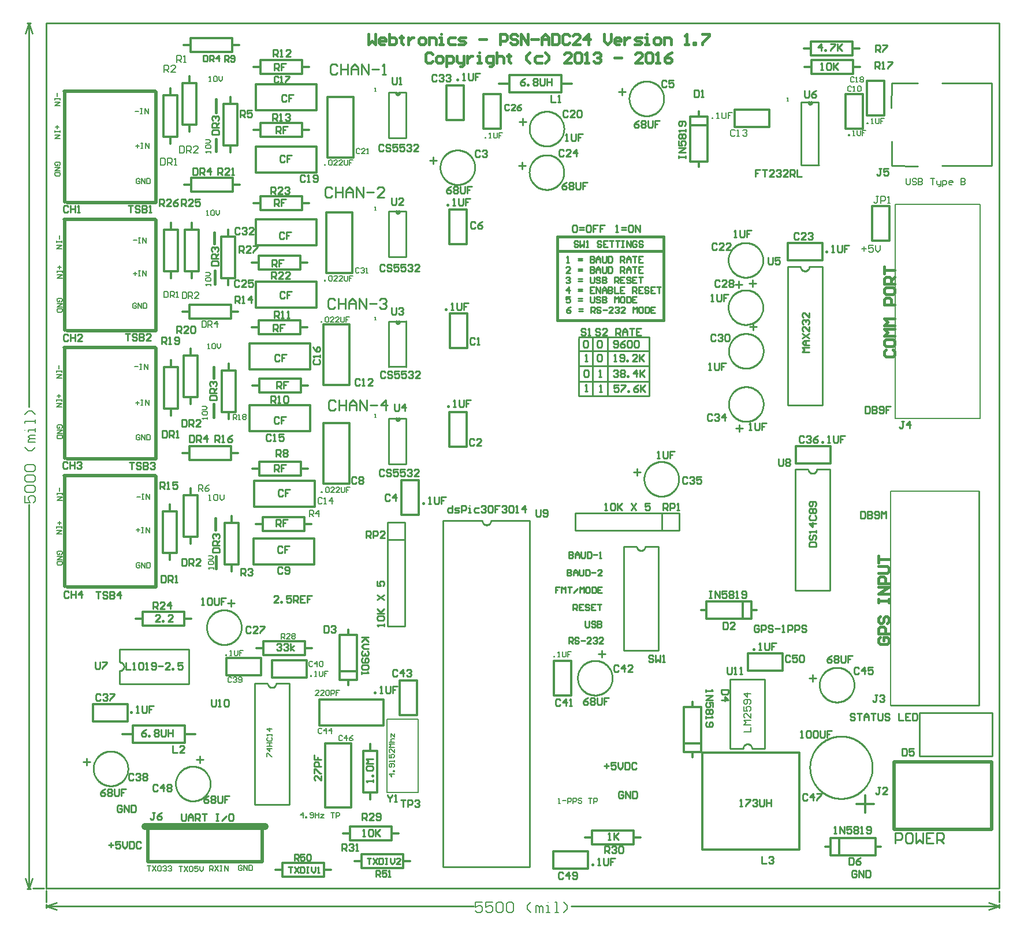
<source format=gto>
*%FSLAX25Y25*%
*%MOIN*%
G01*
%ADD11C,0.00500*%
%ADD12C,0.00600*%
%ADD13C,0.00733*%
%ADD14C,0.00800*%
%ADD15C,0.00900*%
%ADD16C,0.01000*%
%ADD17C,0.01200*%
%ADD18C,0.01500*%
%ADD19C,0.01600*%
%ADD20C,0.01969*%
%ADD21C,0.02000*%
%ADD22C,0.02500*%
%ADD23C,0.03000*%
%ADD24C,0.03200*%
%ADD25C,0.03800*%
%ADD26C,0.04000*%
%ADD27C,0.04600*%
%ADD28C,0.05000*%
%ADD29C,0.05200*%
%ADD30C,0.06000*%
%ADD31C,0.06000*%
%ADD32C,0.06200*%
%ADD33C,0.06800*%
%ADD34C,0.07000*%
%ADD35C,0.07200*%
%ADD36C,0.07500*%
%ADD37C,0.07800*%
%ADD38C,0.08000*%
%ADD39C,0.08000*%
%ADD40C,0.08300*%
%ADD41C,0.08800*%
%ADD42C,0.09200*%
%ADD43C,0.10000*%
%ADD44C,0.10000*%
%ADD45C,0.10200*%
%ADD46C,0.10800*%
%ADD47C,0.11500*%
%ADD48C,0.12000*%
%ADD49C,0.12800*%
%ADD50C,0.13000*%
%ADD51C,0.13800*%
%ADD52C,0.14000*%
%ADD53C,0.15000*%
%ADD54C,0.15000*%
%ADD55C,0.15600*%
%ADD56C,0.15800*%
%ADD57C,0.16000*%
%ADD58C,0.18000*%
%ADD59C,0.18800*%
%ADD60C,0.19600*%
%ADD61C,0.25000*%
%ADD62C,0.25000*%
%ADD63R,0.06000X0.06000*%
%ADD64R,0.06800X0.06800*%
%ADD65R,0.07000X0.07000*%
%ADD66R,0.07500X0.07500*%
%ADD67R,0.07800X0.07800*%
%ADD68R,0.08000X0.08000*%
%ADD69R,0.08300X0.08300*%
%ADD70R,0.08800X0.08800*%
%ADD71O,0.07274X0.00975*%
%ADD72O,0.07274X0.00975*%
%ADD73O,0.07874X0.01575*%
%ADD74O,0.07874X0.01575*%
%ADD75O,0.08674X0.02375*%
%ADD76O,0.08674X0.02375*%
D11*
X296752Y155302D02*
X314752D01*
Y197702D02*
X296752D01*
X314752D02*
Y155302D01*
X296752D02*
Y197702D01*
D12*
X87801Y322709D02*
Y326707D01*
Y322709D02*
X90800D01*
X89800Y324708D01*
Y325708D01*
X90800Y326707D01*
X92799D01*
X93799Y325708D01*
Y323708D01*
X92799Y322709D01*
X88801Y328707D02*
X87801Y329706D01*
Y331706D01*
X88801Y332705D01*
X92799D01*
X93799Y331706D01*
Y329706D01*
X92799Y328707D01*
X88801D01*
Y334705D02*
X87801Y335704D01*
Y337704D01*
X88801Y338703D01*
X92799D01*
X93799Y337704D01*
Y335704D01*
X92799Y334705D01*
X88801D01*
Y340703D02*
X87801Y341702D01*
Y343702D01*
X88801Y344702D01*
X92799D01*
X93799Y343702D01*
Y341702D01*
X92799Y340703D01*
X88801D01*
X91800Y352699D02*
X93799Y354698D01*
X91800Y352699D02*
X89800D01*
X87801Y354698D01*
X89800Y357697D02*
X93799D01*
X89800D02*
Y358697D01*
X90800Y359697D01*
X93799D01*
X90800D01*
X89800Y360696D01*
X90800Y361696D01*
X93799D01*
Y363695D02*
Y365695D01*
Y364695D01*
X89800D01*
Y363695D01*
X87801Y364695D02*
X87802D01*
X93799Y368694D02*
Y370693D01*
Y369693D01*
X87801D01*
Y368694D01*
X93799Y373692D02*
X91800Y375691D01*
X89800D01*
X87801Y373692D01*
X347909Y92199D02*
X351907D01*
X347909D02*
Y89200D01*
X349908Y90200D01*
X350908D01*
X351907Y89200D01*
Y87201D01*
X350908Y86201D01*
X348908D01*
X347909Y87201D01*
X353907Y92199D02*
X357905D01*
X353907D02*
Y89200D01*
X355906Y90200D01*
X356906D01*
X357905Y89200D01*
Y87201D01*
X356906Y86201D01*
X354906D01*
X353907Y87201D01*
X359905Y91199D02*
X360904Y92199D01*
X362904D01*
X363903Y91199D01*
Y87201D01*
X362904Y86201D01*
X360904D01*
X359905Y87201D01*
Y91199D01*
X365903D02*
X366902Y92199D01*
X368902D01*
X369902Y91199D01*
Y87201D01*
X368902Y86201D01*
X366902D01*
X365903Y87201D01*
Y91199D01*
X377899Y88200D02*
X379898Y86201D01*
X377899Y88200D02*
Y90200D01*
X379898Y92199D01*
X382897Y90200D02*
Y86201D01*
Y90200D02*
X383897D01*
X384897Y89200D01*
Y86201D01*
Y89200D01*
X385896Y90200D01*
X386896Y89200D01*
Y86201D01*
X388895D02*
X390895D01*
X389895D01*
Y90200D01*
X388895D01*
X389895Y92199D02*
X389896D01*
X393894Y86201D02*
X395893D01*
X394893D01*
Y92199D01*
X393894D01*
X398892Y86201D02*
X400891Y88200D01*
Y90200D01*
X398892Y92199D01*
D14*
X587500Y329300D02*
X638500D01*
X587500D02*
Y205700D01*
X590000Y495000D02*
X639000D01*
Y371400D01*
X590000D01*
Y495000D01*
X178744Y112837D02*
X176745D01*
X177744D02*
X178744D01*
X177744D02*
Y109838D01*
X179744Y112837D02*
X181743Y109838D01*
X179744D02*
X181743Y112837D01*
X183243D02*
X184242D01*
X183243D02*
X182743Y112337D01*
Y110338D01*
X183243Y109838D01*
X184242D01*
X184742Y110338D01*
Y112337D01*
X184242Y112837D01*
X185742D02*
X187741D01*
X185742D02*
Y111337D01*
X186742Y111837D01*
X187241D01*
X187741Y111337D01*
Y110338D01*
X187241Y109838D01*
X186242D01*
X185742Y110338D01*
X188741Y110837D02*
Y112837D01*
Y110837D02*
X189740Y109838D01*
X190740Y110837D01*
Y112837D01*
X212686Y113225D02*
X213186Y112726D01*
X212686Y113225D02*
X211686D01*
X211186Y112726D01*
Y110726D01*
X211686Y110226D01*
X212686D01*
X213186Y110726D01*
Y111726D01*
X212186D01*
X214185Y113225D02*
Y110226D01*
X216184D02*
X214185Y113225D01*
X216184D02*
Y110226D01*
X217184D02*
Y113225D01*
Y110226D02*
X218684D01*
X219184Y110726D01*
Y112726D01*
X218684Y113225D01*
X217184D01*
X194583Y112933D02*
Y109934D01*
Y112933D02*
X196082D01*
X196582Y112433D01*
Y111434D01*
X196082Y110934D01*
X194583D01*
X195582D02*
X196582Y109934D01*
X199581D02*
X197582Y112933D01*
X199581D02*
X197582Y109934D01*
X200581Y112933D02*
X201581D01*
X201081D01*
Y109934D01*
X200581D01*
X201581D01*
X203080D02*
Y112933D01*
X205079Y109934D01*
Y112933D01*
X160463Y113013D02*
X158464D01*
X159464D02*
X160463D01*
X159464D02*
Y110014D01*
X161463Y113013D02*
X163462Y110014D01*
X161463D02*
X163462Y113013D01*
X164962D02*
X165962D01*
X164962D02*
X164462Y112513D01*
Y110514D01*
X164962Y110014D01*
X165962D01*
X166461Y110514D01*
Y112513D01*
X165962Y113013D01*
X167461Y112513D02*
X167961Y113013D01*
X168961D01*
X169460Y112513D01*
Y112013D01*
X169461D01*
X169460D02*
X169461D01*
X169460D02*
X169461D01*
X169460D02*
X168961Y111513D01*
X168461D01*
X168961D01*
X169460Y111014D01*
Y110514D01*
X168961Y110014D01*
X167961D01*
X167461Y110514D01*
X170460Y112513D02*
X170960Y113013D01*
X171960D01*
X172459Y112513D01*
Y112013D01*
X172460D01*
X172459D02*
X172460D01*
X172459D02*
X172460D01*
X172459D02*
X171960Y111513D01*
X171460D01*
X171960D01*
X172459Y111014D01*
Y110514D01*
X171960Y110014D01*
X170960D01*
X170460Y110514D01*
X177146Y524563D02*
Y528561D01*
Y524563D02*
X179146D01*
X179812Y525229D01*
Y527895D01*
X179146Y528561D01*
X177146D01*
X181145D02*
Y524563D01*
Y528561D02*
X183145D01*
X183811Y527895D01*
Y526562D01*
X183145Y525896D01*
X181145D01*
X182478D02*
X183811Y524563D01*
X185144D02*
X187810D01*
X185144D02*
X187810Y527228D01*
Y527895D01*
X187143Y528561D01*
X185810D01*
X185144Y527895D01*
X175288Y577028D02*
Y581027D01*
X177287D01*
X177954Y580360D01*
Y579027D01*
X177287Y578361D01*
X175288D01*
X176621D02*
X177954Y577028D01*
X179287D02*
X180620D01*
X179953D01*
Y581027D01*
X179954D01*
X179953D02*
X179287Y580360D01*
X166000Y521770D02*
Y517772D01*
X167999D01*
X168666Y518438D01*
Y521104D01*
X167999Y521770D01*
X166000D01*
X169999D02*
Y517772D01*
Y521770D02*
X171998D01*
X172664Y521104D01*
Y519771D01*
X171998Y519105D01*
X169999D01*
X171332D02*
X172664Y517772D01*
X173997D02*
X175330D01*
X174664D01*
Y521770D01*
X174665D01*
X174664D02*
X173997Y521104D01*
X168200Y571370D02*
Y575369D01*
X170199D01*
X170866Y574702D01*
Y573369D01*
X170199Y572703D01*
X168200D01*
X169533D02*
X170866Y571370D01*
X172199D02*
X174864D01*
X172199D02*
X174864Y574036D01*
Y574702D01*
X174198Y575369D01*
X172865D01*
X172199Y574702D01*
X227435Y178046D02*
Y176046D01*
Y178046D02*
X227935D01*
X229934Y176046D01*
X230434D01*
Y180545D02*
X227435D01*
X228934Y179046D01*
Y181045D01*
X227435Y182045D02*
X230434D01*
X228934D01*
Y184044D01*
X227435D01*
X230434D01*
X227935Y187043D02*
X227435Y186543D01*
Y185544D01*
X227935Y185044D01*
X229934D01*
X230434Y185544D01*
Y186543D01*
X229934Y187043D01*
X230434Y188043D02*
Y189042D01*
Y188542D01*
X227435D01*
X227436D01*
X227435D02*
X227935Y188043D01*
X227435Y192041D02*
X230434D01*
X228934Y190542D02*
X227435Y192041D01*
X228934Y192541D02*
Y190542D01*
X252062Y314757D02*
Y318256D01*
X253812D01*
X254395Y317673D01*
Y316506D01*
X253812Y315923D01*
X252062D01*
X253228D02*
X254395Y314757D01*
X257310D02*
Y318256D01*
X255561Y316506D01*
X257894D01*
X252608Y222914D02*
Y222414D01*
Y222914D02*
X253108D01*
Y222414D01*
X252608D01*
X255107D02*
X256107D01*
X255607D01*
Y225413D01*
X255608D01*
X255607D02*
X255107Y224913D01*
X257606Y225413D02*
Y222914D01*
X258106Y222414D01*
X259106D01*
X259605Y222914D01*
Y225413D01*
X260605D02*
X262605D01*
X260605D02*
Y223914D01*
X261605D01*
X260605D01*
Y222414D01*
X253784Y230688D02*
X253284Y231188D01*
X252284D01*
X251784Y230688D01*
Y228688D01*
X252284Y228189D01*
X253284D01*
X253784Y228688D01*
X256283Y228189D02*
Y231188D01*
X254783Y229688D01*
X256783D01*
X257782Y230688D02*
X258282Y231188D01*
X259282D01*
X259782Y230688D01*
Y228688D01*
X259282Y228189D01*
X258282D01*
X257782Y228688D01*
Y230688D01*
X258718Y426980D02*
Y427480D01*
X259218D01*
Y426980D01*
X258718D01*
X261217Y429480D02*
X261717Y429980D01*
X262717D01*
X263217Y429480D01*
Y427480D01*
X262717Y426980D01*
X261717D01*
X261217Y427480D01*
Y429480D01*
X264216Y426980D02*
X266216D01*
X264216D02*
X266216Y428980D01*
Y429480D01*
X265716Y429980D01*
X264716D01*
X264216Y429480D01*
X267215Y426980D02*
X269215D01*
X267215D02*
X269215Y428980D01*
Y429480D01*
X268715Y429980D01*
X267715D01*
X267215Y429480D01*
X270214Y429980D02*
Y427480D01*
X270714Y426980D01*
X271714D01*
X272214Y427480D01*
Y429980D01*
X273213D02*
X275213D01*
X273213D02*
Y428480D01*
X274213D01*
X273213D01*
Y426980D01*
X258768Y329117D02*
Y328617D01*
Y329117D02*
X259268D01*
Y328617D01*
X258768D01*
X261267Y331116D02*
X261767Y331616D01*
X262766D01*
X263266Y331116D01*
Y329117D01*
X262766Y328617D01*
X261767D01*
X261267Y329117D01*
Y331116D01*
X264266Y328617D02*
X266265D01*
X264266D02*
X266265Y330616D01*
Y331116D01*
X265766Y331616D01*
X264766D01*
X264266Y331116D01*
X267265Y328617D02*
X269264D01*
X267265D02*
X269264Y330616D01*
Y331116D01*
X268764Y331616D01*
X267765D01*
X267265Y331116D01*
X270264Y331616D02*
Y329117D01*
X270764Y328617D01*
X271764D01*
X272263Y329117D01*
Y331616D01*
X273263D02*
X275262D01*
X273263D02*
Y330116D01*
X274263D01*
X273263D01*
Y328617D01*
X259259Y324976D02*
X258676Y325559D01*
X257510D01*
X256927Y324976D01*
Y322643D01*
X257510Y322060D01*
X258676D01*
X259259Y322643D01*
X260426Y322060D02*
X261592D01*
X261009D01*
Y325559D01*
X261010D01*
X261009D02*
X260426Y324976D01*
X265091Y325559D02*
Y322060D01*
X263341Y323810D02*
X265091Y325559D01*
X265674Y323810D02*
X263341D01*
X393000Y234102D02*
Y233602D01*
Y234102D02*
X393500D01*
Y233602D01*
X393000D01*
X395499D02*
X396499D01*
X395999D01*
Y236601D01*
X396000D01*
X395999D02*
X395499Y236102D01*
X397998Y236601D02*
Y234102D01*
X398498Y233602D01*
X399498D01*
X399998Y234102D01*
Y236601D01*
X400997D02*
X402997D01*
X400997D02*
Y235102D01*
X401997D01*
X400997D01*
Y233602D01*
X257451Y211502D02*
X255452D01*
X257451Y213502D01*
Y214002D01*
X256952Y214501D01*
X255952D01*
X255452Y214002D01*
X258451Y211502D02*
X260450D01*
X258451D02*
X260450Y213502D01*
Y214002D01*
X259951Y214501D01*
X258951D01*
X258451Y214002D01*
X261450D02*
X261950Y214501D01*
X262950D01*
X263449Y214002D01*
Y212002D01*
X262950Y211502D01*
X261950D01*
X261450Y212002D01*
Y214002D01*
X264449Y214501D02*
Y211502D01*
Y214501D02*
X265949D01*
X266448Y214002D01*
Y213002D01*
X265949Y212502D01*
X264449D01*
X267448Y214501D02*
X269448D01*
X267448D02*
Y213002D01*
X268448D01*
X267448D01*
Y211502D01*
X258752Y192501D02*
X259251Y192002D01*
X258752Y192501D02*
X257752D01*
X257252Y192002D01*
Y190002D01*
X257752Y189502D01*
X258752D01*
X259251Y190002D01*
X261751Y189502D02*
Y192501D01*
X260251Y191002D01*
X262250D01*
X264750Y192501D02*
Y189502D01*
X263250Y191002D02*
X264750Y192501D01*
X265249Y191002D02*
X263250D01*
X270570Y188278D02*
X271070Y187778D01*
X270570Y188278D02*
X269570D01*
X269070Y187778D01*
Y185779D01*
X269570Y185279D01*
X270570D01*
X271070Y185779D01*
X273569Y185279D02*
Y188278D01*
X272069Y186778D01*
X274069D01*
X276068Y187778D02*
X277068Y188278D01*
X276068Y187778D02*
X275068Y186778D01*
Y185779D01*
X275568Y185279D01*
X276568D01*
X277068Y185779D01*
Y186279D01*
X276568Y186778D01*
X275068D01*
X484338Y544590D02*
Y545173D01*
X484921D01*
Y544590D01*
X484338D01*
X487253D02*
X488420D01*
X487836D01*
Y548089D01*
X487837D01*
X487836D02*
X487253Y547506D01*
X490169Y548089D02*
Y545173D01*
X490752Y544590D01*
X491918D01*
X492502Y545173D01*
Y548089D01*
X493668D02*
X496000D01*
X493668D02*
Y546339D01*
X494834D01*
X493668D01*
Y544590D01*
X496970Y538204D02*
X497603Y537570D01*
X496970Y538204D02*
X495704D01*
X495071Y537570D01*
Y535038D01*
X495704Y534405D01*
X496970D01*
X497603Y535038D01*
X498870Y534405D02*
X500136D01*
X499503D01*
Y538204D01*
X499504D01*
X499503D02*
X498870Y537570D01*
X502035D02*
X502668Y538204D01*
X503934D01*
X504568Y537570D01*
Y536937D01*
X504569D01*
X504568D02*
X504569D01*
X504568D02*
X504569D01*
X504568D02*
X503934Y536304D01*
X503301D01*
X503934D01*
X504568Y535671D01*
Y535038D01*
X503934Y534405D01*
X502668D01*
X502035Y535038D01*
X563179Y535243D02*
Y534744D01*
Y535243D02*
X563679D01*
Y534744D01*
X563179D01*
X565678D02*
X566678D01*
X566178D01*
Y537742D01*
X566179D01*
X566178D02*
X565678Y537243D01*
X568177Y537742D02*
Y535243D01*
X568677Y534744D01*
X569677D01*
X570177Y535243D01*
Y537742D01*
X571176D02*
X573176D01*
X571176D02*
Y536243D01*
X572176D01*
X571176D01*
Y534744D01*
X564921Y562758D02*
X564421Y563258D01*
X563422D01*
X562922Y562758D01*
Y560758D01*
X563422Y560259D01*
X564421D01*
X564921Y560758D01*
X565921Y560259D02*
X566920D01*
X566421D01*
Y563258D01*
X566422D01*
X566421D02*
X565921Y562758D01*
X568420D02*
X568920Y563258D01*
X569919D01*
X570419Y562758D01*
Y560758D01*
X569919Y560259D01*
X568920D01*
X568420Y560758D01*
Y562758D01*
X573800Y542200D02*
Y541700D01*
Y542200D02*
X574300D01*
Y541700D01*
X573800D01*
X576299D02*
X577299D01*
X576799D01*
Y544699D01*
X576800D01*
X576799D02*
X576299Y544199D01*
X578798Y544699D02*
Y542200D01*
X579298Y541700D01*
X580298D01*
X580798Y542200D01*
Y544699D01*
X581797D02*
X583797D01*
X581797D02*
Y543200D01*
X582797D01*
X581797D01*
Y541700D01*
X566399Y568199D02*
X565900Y568699D01*
X564900D01*
X564400Y568199D01*
Y566200D01*
X564900Y565700D01*
X565900D01*
X566399Y566200D01*
X567399Y565700D02*
X568399D01*
X567899D01*
Y568699D01*
X567900D01*
X567899D02*
X567399Y568199D01*
X569898D02*
X570398Y568699D01*
X571398D01*
X571898Y568199D01*
Y567699D01*
X571398Y567200D01*
X571898Y566700D01*
Y566200D01*
X571398Y565700D01*
X570398D01*
X569898Y566200D01*
Y566700D01*
X570398Y567200D01*
X569898Y567699D01*
Y568199D01*
X570398Y567200D02*
X571398D01*
X506800Y190300D02*
X502801D01*
X506800D02*
Y192966D01*
Y194299D02*
X502801D01*
X504134Y195632D01*
X502801Y196964D01*
X506800D01*
Y198297D02*
Y200963D01*
Y198297D02*
X504134Y200963D01*
X503468D01*
X502801Y200297D01*
Y198964D01*
X503468Y198297D01*
X502801Y202296D02*
Y204962D01*
Y202296D02*
X504801D01*
X504134Y203629D01*
Y204296D01*
X504801Y204962D01*
X506134D01*
X506800Y204296D01*
Y202963D01*
X506134Y202296D01*
Y206295D02*
X506800Y206961D01*
Y208294D01*
X506134Y208961D01*
X503468D01*
X502801Y208294D01*
Y206961D01*
X503468Y206295D01*
X504134D01*
X504801Y206961D01*
Y208961D01*
X506800Y212293D02*
X502801D01*
X504801Y210294D01*
Y212959D01*
X300998Y165952D02*
X297999D01*
X299498Y164452D01*
Y166451D01*
X300498Y167451D02*
X300998D01*
X300498D02*
Y167951D01*
X300998D01*
Y167451D01*
X300498Y169950D02*
X300998Y170450D01*
Y171450D01*
X300498Y171950D01*
X298498D01*
X297999Y171450D01*
Y170450D01*
X298498Y169950D01*
X298998D01*
X299498Y170450D01*
Y171950D01*
X300998Y172949D02*
Y173949D01*
Y173449D01*
X297999D01*
X298000D01*
X297999D02*
X298498Y172949D01*
X297999Y175448D02*
Y177448D01*
Y175448D02*
X299498D01*
X298998Y176448D01*
Y176948D01*
X299498Y177448D01*
X300498D01*
X300998Y176948D01*
Y175948D01*
X300498Y175448D01*
X300998Y178448D02*
Y180447D01*
Y178448D02*
X298998Y180447D01*
X298498D01*
X297999Y179947D01*
Y178947D01*
X298498Y178448D01*
X297999Y181446D02*
X300998D01*
X298998Y182446D02*
X297999Y181446D01*
X298998Y182446D02*
X297999Y183446D01*
X300998D01*
Y184446D02*
X297999D01*
X299498D02*
X300998D01*
X299498D02*
X298998Y184945D01*
Y185945D01*
X299498Y186445D01*
X300998D01*
X298998Y187445D02*
Y189444D01*
X300998Y187445D01*
Y189444D01*
X203655Y234376D02*
Y234876D01*
X204155D01*
Y234376D01*
X203655D01*
X206154D02*
X207154D01*
X206654D01*
Y237376D01*
X206655D01*
X206654D02*
X206154Y236876D01*
X208653Y237376D02*
Y234876D01*
X209153Y234376D01*
X210153D01*
X210653Y234876D01*
Y237376D01*
X211652D02*
X213652D01*
X211652D02*
Y235876D01*
X212652D01*
X211652D01*
Y234376D01*
X206454Y221900D02*
X206954Y221400D01*
X206454Y221900D02*
X205455D01*
X204955Y221400D01*
Y219400D01*
X205455Y218900D01*
X206454D01*
X206954Y219400D01*
X207954Y221400D02*
X208454Y221900D01*
X209454D01*
X209953Y221400D01*
Y220900D01*
X209954D01*
X209953D02*
X209954D01*
X209953D02*
X209954D01*
X209953D02*
X209454Y220400D01*
X208954D01*
X209454D01*
X209953Y219900D01*
Y219400D01*
X209454Y218900D01*
X208454D01*
X207954Y219400D01*
X210953D02*
X211453Y218900D01*
X212452D01*
X212952Y219400D01*
Y221400D01*
X212452Y221900D01*
X211453D01*
X210953Y221400D01*
Y220900D01*
X211453Y220400D01*
X212952D01*
X235800Y244072D02*
Y247071D01*
X237300D01*
X237799Y246571D01*
Y245572D01*
X237300Y245072D01*
X235800D01*
X236800D02*
X237799Y244072D01*
X238799D02*
X240798D01*
X238799D02*
X240798Y246071D01*
Y246571D01*
X240298Y247071D01*
X239299D01*
X238799Y246571D01*
X241798D02*
X242298Y247071D01*
X243298D01*
X243797Y246571D01*
Y246071D01*
X243298Y245572D01*
X243797Y245072D01*
Y244572D01*
X243298Y244072D01*
X242298D01*
X241798Y244572D01*
Y245072D01*
X242298Y245572D01*
X241798Y246071D01*
Y246571D01*
X242298Y245572D02*
X243298D01*
X260600Y517632D02*
Y518132D01*
X261100D01*
Y517632D01*
X260600D01*
X263099Y520131D02*
X263599Y520631D01*
X264599D01*
X265098Y520131D01*
Y518132D01*
X264599Y517632D01*
X263599D01*
X263099Y518132D01*
Y520131D01*
X266098Y517632D02*
X268098D01*
X266098D02*
X268098Y519631D01*
Y520131D01*
X267598Y520631D01*
X266598D01*
X266098Y520131D01*
X269097Y517632D02*
X271097D01*
X269097D02*
X271097Y519631D01*
Y520131D01*
X270597Y520631D01*
X269597D01*
X269097Y520131D01*
X272096Y520631D02*
Y518132D01*
X272596Y517632D01*
X273596D01*
X274096Y518132D01*
Y520631D01*
X275095D02*
X277095D01*
X275095D02*
Y519131D01*
X276095D01*
X275095D01*
Y517632D01*
X281199Y526729D02*
X280700Y527229D01*
X279700D01*
X279200Y526729D01*
Y524730D01*
X279700Y524230D01*
X280700D01*
X281199Y524730D01*
X282199Y524230D02*
X284198D01*
X282199D02*
X284198Y526229D01*
Y526729D01*
X283698Y527229D01*
X282699D01*
X282199Y526729D01*
X285198Y524230D02*
X286198D01*
X285698D01*
Y527229D01*
X285699D01*
X285698D02*
X285198Y526729D01*
X570800Y469399D02*
X573466D01*
X572133Y468066D02*
Y470732D01*
X574799Y471399D02*
X577464D01*
X574799D02*
Y469399D01*
X576132Y470066D01*
X576798D01*
X577464Y469399D01*
Y468066D01*
X576798Y467400D01*
X575465D01*
X574799Y468066D01*
X578797Y468733D02*
Y471399D01*
Y468733D02*
X580130Y467400D01*
X581463Y468733D01*
Y471399D01*
X580341Y499633D02*
X579008D01*
X579674D01*
Y496301D01*
X579008Y495634D01*
X578341D01*
X577675Y496301D01*
X581674Y495634D02*
Y499633D01*
X583673D01*
X584339Y498967D01*
Y497634D01*
X583673Y496967D01*
X581674D01*
X585672Y495634D02*
X587005D01*
X586339D01*
Y499633D01*
X586340D01*
X586339D02*
X585672Y498967D01*
X208064Y373865D02*
Y370866D01*
Y373865D02*
X209563D01*
X210063Y373365D01*
Y372365D01*
X209563Y371865D01*
X208064D01*
X209063D02*
X210063Y370866D01*
X211062D02*
X212062D01*
X211562D01*
Y373865D01*
X211563D01*
X211562D02*
X211062Y373365D01*
X213562D02*
X214062Y373865D01*
X215061D01*
X215561Y373365D01*
Y372865D01*
X215061Y372365D01*
X215561Y371865D01*
Y371365D01*
X215061Y370866D01*
X214062D01*
X213562Y371365D01*
Y371865D01*
X214062Y372365D01*
X213562Y372865D01*
Y373365D01*
X214062Y372365D02*
X215061D01*
X189998Y424122D02*
Y427621D01*
Y424122D02*
X191748D01*
X192331Y424705D01*
Y427038D01*
X191748Y427621D01*
X189998D01*
X193497D02*
Y424122D01*
Y427621D02*
X195246D01*
X195830Y427038D01*
Y425872D01*
X195246Y425288D01*
X193497D01*
X194663D02*
X195830Y424122D01*
X198745D02*
Y427621D01*
X196996Y425872D01*
X199328D01*
X178608Y440767D02*
Y444266D01*
Y440767D02*
X180357D01*
X180941Y441350D01*
Y443683D01*
X180357Y444266D01*
X178608D01*
X182107D02*
Y440767D01*
Y444266D02*
X183856D01*
X184440Y443683D01*
Y442517D01*
X183856Y441934D01*
X182107D01*
X183273D02*
X184440Y440767D01*
X185606D02*
X187938D01*
X185606D02*
X187938Y443100D01*
Y443683D01*
X187355Y444266D01*
X186189D01*
X185606Y443683D01*
X188100Y332921D02*
Y329422D01*
Y332921D02*
X189849D01*
X190433Y332338D01*
Y331172D01*
X189849Y330588D01*
X188100D01*
X189266D02*
X190433Y329422D01*
X192765Y332338D02*
X193931Y332921D01*
X192765Y332338D02*
X191599Y331172D01*
Y330005D01*
X192182Y329422D01*
X193348D01*
X193931Y330005D01*
Y330588D01*
X193348Y331172D01*
X191599D01*
X168100Y441224D02*
Y444723D01*
Y441224D02*
X169849D01*
X170433Y441807D01*
Y444140D01*
X169849Y444723D01*
X168100D01*
X171599D02*
Y441224D01*
Y444723D02*
X173348D01*
X173931Y444140D01*
Y442973D01*
X173348Y442390D01*
X171599D01*
X172765D02*
X173931Y441224D01*
X175098D02*
X176264D01*
X175681D01*
Y444723D01*
X175682D01*
X175681D02*
X175098Y444140D01*
X260662Y450870D02*
Y451370D01*
X261162D01*
Y450870D01*
X260662D01*
X263161Y453369D02*
X263661Y453869D01*
X264661D01*
X265161Y453369D01*
Y451370D01*
X264661Y450870D01*
X263661D01*
X263161Y451370D01*
Y453369D01*
X266160Y450870D02*
X268160D01*
X266160D02*
X268160Y452869D01*
Y453369D01*
X267660Y453869D01*
X266660D01*
X266160Y453369D01*
X269160Y450870D02*
X271159D01*
X269160D02*
X271159Y452869D01*
Y453369D01*
X270659Y453869D01*
X269659D01*
X269160Y453369D01*
X272158Y453869D02*
Y451370D01*
X272658Y450870D01*
X273658D01*
X274158Y451370D01*
Y453869D01*
X275158D02*
X277157D01*
X275158D02*
Y452370D01*
X276157D01*
X275158D01*
Y450870D01*
X280662Y457967D02*
X280162Y458467D01*
X279162D01*
X278662Y457967D01*
Y455968D01*
X279162Y455468D01*
X280162D01*
X280662Y455968D01*
X281661Y457967D02*
X282161Y458467D01*
X283161D01*
X283661Y457967D01*
Y457468D01*
X283662D01*
X283661D02*
X283662D01*
X283661D02*
X283662D01*
X283661D02*
X283161Y456968D01*
X282661D01*
X283161D01*
X283661Y456468D01*
Y455968D01*
X283161Y455468D01*
X282161D01*
X281661Y455968D01*
X284660Y455468D02*
X285660D01*
X285160D01*
Y458467D01*
X285161D01*
X285160D02*
X284660Y457967D01*
X353300Y533324D02*
Y533824D01*
X353800D01*
Y533324D01*
X353300D01*
X355799D02*
X356799D01*
X356299D01*
Y536323D01*
X356300D01*
X356299D02*
X355799Y535823D01*
X358298Y536323D02*
Y533824D01*
X358798Y533324D01*
X359798D01*
X360298Y533824D01*
Y536323D01*
X361297D02*
X363297D01*
X361297D02*
Y534824D01*
X362297D01*
X361297D01*
Y533324D01*
X596474Y509873D02*
Y506957D01*
X597057Y506374D01*
X598223D01*
X598807Y506957D01*
Y509873D01*
X601722D02*
X602306Y509290D01*
X601722Y509873D02*
X600556D01*
X599973Y509290D01*
Y508707D01*
X600556Y508123D01*
X601722D01*
X602306Y507540D01*
Y506957D01*
X601722Y506374D01*
X600556D01*
X599973Y506957D01*
X603472Y506374D02*
Y509873D01*
Y506374D02*
X605221D01*
X605804Y506957D01*
Y507540D01*
X605221Y508123D01*
X603472D01*
X603473D01*
X603472D02*
X603473D01*
X603472D02*
X603473D01*
X603472D02*
X605221D01*
X605804Y508707D01*
Y509290D01*
X605221Y509873D01*
X603472D01*
X610470D02*
X612802D01*
X611636D01*
Y506374D01*
X613968Y506957D02*
Y508707D01*
Y506957D02*
X614552Y506374D01*
X616301D01*
Y505791D01*
X615718Y505208D01*
X615135D01*
X616301Y506374D02*
Y508707D01*
X617467D02*
Y505208D01*
Y508707D02*
X619217D01*
X619800Y508123D01*
Y506957D01*
X619217Y506374D01*
X617467D01*
X621549D02*
X622716D01*
X621549D02*
X620966Y506957D01*
Y508123D01*
X621549Y508707D01*
X622716D01*
X623299Y508123D01*
Y507540D01*
X620966D01*
X627964Y506374D02*
Y509873D01*
Y506374D02*
X629713D01*
X630296Y506957D01*
Y507540D01*
X629713Y508123D01*
X627964D01*
X627965D01*
X627964D02*
X627965D01*
X627964D02*
X627965D01*
X627964D02*
X629713D01*
X630296Y508707D01*
Y509290D01*
X629713Y509873D01*
X627964D01*
X196600Y285400D02*
Y284400D01*
Y284900D02*
Y285400D01*
Y284900D02*
X193601D01*
X193602D01*
X193601D02*
X194101Y284400D01*
Y286899D02*
X193601Y287399D01*
Y288399D01*
X194101Y288898D01*
X196100D01*
X196600Y288399D01*
Y287399D01*
X196100Y286899D01*
X194101D01*
X193601Y289898D02*
X195600D01*
X196600Y290898D01*
X195600Y291898D01*
X193601D01*
X193200Y371000D02*
Y372000D01*
Y371500D01*
X190201D01*
X190202D01*
X190201D02*
X190701Y371000D01*
Y373499D02*
X190201Y373999D01*
Y374999D01*
X190701Y375498D01*
X192700D01*
X193200Y374999D01*
Y373999D01*
X192700Y373499D01*
X190701D01*
X190201Y376498D02*
X192200D01*
X193200Y377498D01*
X192200Y378498D01*
X190201D01*
X195200Y448200D02*
Y449200D01*
Y448700D01*
X192201D01*
X192202D01*
X192201D02*
X192701Y448200D01*
Y450699D02*
X192201Y451199D01*
Y452199D01*
X192701Y452698D01*
X194700D01*
X195200Y452199D01*
Y451199D01*
X194700Y450699D01*
X192701D01*
X192201Y453698D02*
X194200D01*
X195200Y454698D01*
X194200Y455698D01*
X192201D01*
X195200Y524730D02*
Y525730D01*
Y525230D01*
X192201D01*
X192202D01*
X192201D02*
X192701Y524730D01*
Y527229D02*
X192201Y527729D01*
Y528729D01*
X192701Y529229D01*
X194700D01*
X195200Y528729D01*
Y527729D01*
X194700Y527229D01*
X192701D01*
X192201Y530228D02*
X194200D01*
X195200Y531228D01*
X194200Y532228D01*
X192201D01*
X192600Y488600D02*
X193600D01*
X193100D01*
Y491599D01*
X193101D01*
X193100D02*
X192600Y491099D01*
X195099D02*
X195599Y491599D01*
X196599D01*
X197098Y491099D01*
Y489100D01*
X196599Y488600D01*
X195599D01*
X195099Y489100D01*
Y491099D01*
X198098Y491599D02*
Y489600D01*
X199098Y488600D01*
X200098Y489600D01*
Y491599D01*
X195166Y324000D02*
X194000D01*
X194583D02*
X195166D01*
X194583D02*
Y327499D01*
X194584D01*
X194583D02*
X194000Y326916D01*
X196916D02*
X197499Y327499D01*
X198665D01*
X199248Y326916D01*
Y324583D01*
X198665Y324000D01*
X197499D01*
X196916Y324583D01*
Y326916D01*
X200415Y327499D02*
Y325166D01*
X201581Y324000D01*
X202747Y325166D01*
Y327499D01*
X194400Y411600D02*
X193400D01*
X193900D02*
X194400D01*
X193900D02*
Y414599D01*
X193901D01*
X193900D02*
X193400Y414099D01*
X195899D02*
X196399Y414599D01*
X197399D01*
X197898Y414099D01*
Y412100D01*
X197399Y411600D01*
X196399D01*
X195899Y412100D01*
Y414099D01*
X198898Y414599D02*
Y412600D01*
X199898Y411600D01*
X200898Y412600D01*
Y414599D01*
X195200Y566000D02*
X194200D01*
X194700D02*
X195200D01*
X194700D02*
Y568999D01*
X194701D01*
X194700D02*
X194200Y568499D01*
X196699D02*
X197199Y568999D01*
X198199D01*
X198698Y568499D01*
Y566500D01*
X198199Y566000D01*
X197199D01*
X196699Y566500D01*
Y568499D01*
X199698Y568999D02*
Y567000D01*
X200698Y566000D01*
X201698Y567000D01*
Y568999D01*
X153600Y288080D02*
X154099Y287580D01*
X153600Y288080D02*
X152600D01*
X152100Y287580D01*
Y285580D01*
X152600Y285080D01*
X153600D01*
X154099Y285580D01*
Y286580D01*
X153100D01*
X155099Y288080D02*
Y285080D01*
X157098D02*
X155099Y288080D01*
X157098D02*
Y285080D01*
X158098D02*
Y288080D01*
Y285080D02*
X159598D01*
X160097Y285580D01*
Y287580D01*
X159598Y288080D01*
X158098D01*
X154099Y361462D02*
X153600Y361962D01*
X152600D01*
X152100Y361462D01*
Y359463D01*
X152600Y358963D01*
X153600D01*
X154099Y359463D01*
Y360463D01*
X153100D01*
X155099Y361962D02*
Y358963D01*
X157098D02*
X155099Y361962D01*
X157098D02*
Y358963D01*
X158098D02*
Y361962D01*
Y358963D02*
X159598D01*
X160097Y359463D01*
Y361462D01*
X159598Y361962D01*
X158098D01*
X152099Y437498D02*
X151600Y437998D01*
X150600D01*
X150100Y437498D01*
Y435499D01*
X150600Y434999D01*
X151600D01*
X152099Y435499D01*
Y436498D01*
X151100D01*
X153099Y437998D02*
Y434999D01*
X155098D02*
X153099Y437998D01*
X155098D02*
Y434999D01*
X156098D02*
Y437998D01*
Y434999D02*
X157598D01*
X158097Y435499D01*
Y437498D01*
X157598Y437998D01*
X156098D01*
X154209Y509416D02*
X153709Y509916D01*
X152709D01*
X152209Y509416D01*
Y507417D01*
X152709Y506917D01*
X153709D01*
X154209Y507417D01*
Y508417D01*
X153209D01*
X155208Y509916D02*
Y506917D01*
X157208D02*
X155208Y509916D01*
X157208D02*
Y506917D01*
X158208D02*
Y509916D01*
Y506917D02*
X159707D01*
X160207Y507417D01*
Y509416D01*
X159707Y509916D01*
X158208D01*
X153769Y528867D02*
X151769D01*
X152769Y529866D02*
Y527867D01*
X154768Y530366D02*
X155768D01*
X155268D01*
Y527367D01*
X154768D01*
X155768D01*
X157268D02*
Y530366D01*
X159267Y527367D01*
Y530366D01*
X152299Y455071D02*
X150300D01*
X151300Y456071D02*
Y454071D01*
X153299Y456570D02*
X154299D01*
X153799D01*
Y453571D01*
X153299D01*
X154299D01*
X155798D02*
Y456570D01*
X157798Y453571D01*
Y456570D01*
X153899Y380472D02*
X151900D01*
X152900Y381471D02*
Y379472D01*
X154899Y381971D02*
X155899D01*
X155399D01*
Y378972D01*
X154899D01*
X155899D01*
X157398D02*
Y381971D01*
X159398Y378972D01*
Y381971D01*
X154099Y306988D02*
X152100D01*
X153100Y307988D02*
Y305989D01*
X155099Y308488D02*
X156099D01*
X155599D01*
Y305489D01*
X155099D01*
X156099D01*
X157598D02*
Y308488D01*
X159598Y305489D01*
Y308488D01*
X154299Y326102D02*
X152300D01*
X155299Y327601D02*
X156299D01*
X155799D01*
Y324602D01*
X155299D01*
X156299D01*
X157798D02*
Y327601D01*
X159798Y324602D01*
Y327601D01*
X153171Y401286D02*
X151172D01*
X154171Y402786D02*
X155170D01*
X154671D01*
Y399787D01*
X154171D01*
X155170D01*
X156670D02*
Y402786D01*
X158669Y399787D01*
Y402786D01*
X152299Y474218D02*
X150300D01*
X153299Y475718D02*
X154299D01*
X153799D01*
Y472719D01*
X153299D01*
X154299D01*
X155798D02*
Y475718D01*
X157798Y472719D01*
Y475718D01*
X153442Y548754D02*
X151443D01*
X154442Y550253D02*
X155442D01*
X154942D01*
Y547254D01*
X154442D01*
X155442D01*
X156941D02*
Y550253D01*
X158940Y547254D01*
Y550253D01*
X289781Y372120D02*
X290437D01*
X290109D01*
Y374088D01*
X290110D01*
X290109D02*
X289781Y373760D01*
Y428220D02*
X290437D01*
X290109D01*
Y430188D01*
X290110D01*
X290109D02*
X289781Y429860D01*
X527818Y554781D02*
X528474D01*
X528146D01*
Y556749D01*
X528147D01*
X528146D02*
X527818Y556421D01*
X107499Y402200D02*
Y400201D01*
X108999Y399201D02*
Y398201D01*
Y398701D01*
X106000D01*
Y399201D01*
Y398201D01*
Y396702D02*
X108999D01*
X106000Y394702D01*
X108999D01*
X107499Y385400D02*
Y383401D01*
X108499Y384400D02*
X106500D01*
X108999Y382401D02*
Y381401D01*
Y381901D01*
X106000D01*
Y382401D01*
Y381401D01*
Y379902D02*
X108999D01*
X106000Y377902D01*
X108999D01*
X109399Y366100D02*
X108899Y365601D01*
X109399Y366100D02*
Y367100D01*
X108899Y367600D01*
X106900D01*
X106400Y367100D01*
Y366100D01*
X106900Y365601D01*
X107899D01*
Y366600D01*
X109399Y364601D02*
X106400D01*
Y362602D02*
X109399Y364601D01*
Y362602D02*
X106400D01*
Y361602D02*
X109399D01*
X106400D02*
Y360102D01*
X106900Y359603D01*
X108899D01*
X109399Y360102D01*
Y361602D01*
X248300Y143799D02*
Y140800D01*
X246800Y142300D02*
X248300Y143799D01*
X248799Y142300D02*
X246800D01*
X249799Y141300D02*
Y140800D01*
Y141300D02*
X250299D01*
Y140800D01*
X249799D01*
X252298Y141300D02*
X252798Y140800D01*
X253798D01*
X254298Y141300D01*
Y143299D01*
X253798Y143799D01*
X252798D01*
X252298Y143299D01*
Y142799D01*
X252798Y142300D01*
X254298D01*
X255297Y143799D02*
Y140800D01*
Y142300D01*
X257297D01*
Y143799D01*
Y140800D01*
X258296Y142799D02*
X260296D01*
X258296Y140800D01*
X260296D01*
X264294Y143799D02*
X266294D01*
X265294D01*
Y140800D01*
X267293D02*
Y143799D01*
X268793D01*
X269293Y143299D01*
Y142300D01*
X268793Y141800D01*
X267293D01*
X107899Y329401D02*
Y331400D01*
X109399Y328401D02*
Y327401D01*
Y327901D01*
X106400D01*
Y328401D01*
Y327401D01*
Y325902D02*
X109399D01*
X106400Y323902D01*
X109399D01*
X395719Y149153D02*
X396719D01*
X396219D01*
Y152152D01*
X396220D01*
X396219D02*
X395719Y151652D01*
X398218Y150652D02*
X400218D01*
X401218Y152152D02*
Y149153D01*
Y152152D02*
X402717D01*
X403217Y151652D01*
Y150652D01*
X402717Y150153D01*
X401218D01*
X404216Y149153D02*
Y152152D01*
X405716D01*
X406216Y151652D01*
Y150652D01*
X405716Y150153D01*
X404216D01*
X408715Y152152D02*
X409215Y151652D01*
X408715Y152152D02*
X407715D01*
X407216Y151652D01*
Y151152D01*
X407715Y150652D01*
X408715D01*
X409215Y150153D01*
Y149653D01*
X408715Y149153D01*
X407715D01*
X407216Y149653D01*
X413214Y152152D02*
X415213D01*
X414213D01*
Y149153D01*
X416213D02*
Y152152D01*
X417712D01*
X418212Y151652D01*
Y150652D01*
X417712Y150153D01*
X416213D01*
X107699Y310201D02*
Y312200D01*
X108699Y311200D02*
X106700D01*
X109199Y309201D02*
Y308201D01*
Y308701D01*
X106200D01*
Y309201D01*
Y308201D01*
Y306702D02*
X109199D01*
X106200Y304702D01*
X109199D01*
X109399Y293300D02*
X108899Y292801D01*
X109399Y293300D02*
Y294300D01*
X108899Y294800D01*
X106900D01*
X106400Y294300D01*
Y293300D01*
X106900Y292801D01*
X107899D01*
Y293800D01*
X109399Y291801D02*
X106400D01*
Y289802D02*
X109399Y291801D01*
Y289802D02*
X106400D01*
Y288802D02*
X109399D01*
X106400D02*
Y287302D01*
X106900Y286803D01*
X108899D01*
X109399Y287302D01*
Y288802D01*
X289781Y491795D02*
X290437D01*
X290109D01*
Y493763D01*
X290110D01*
X290109D02*
X289781Y493435D01*
X108199Y517900D02*
X107699Y517401D01*
X108199Y517900D02*
Y518900D01*
X107699Y519400D01*
X105700D01*
X105200Y518900D01*
Y517900D01*
X105700Y517401D01*
X106699D01*
Y518400D01*
X108199Y516401D02*
X105200D01*
Y514402D02*
X108199Y516401D01*
Y514402D02*
X105200D01*
Y513402D02*
X108199D01*
X105200D02*
Y511902D01*
X105700Y511403D01*
X107699D01*
X108199Y511902D01*
Y513402D01*
X109399Y439300D02*
X108899Y438801D01*
X109399Y439300D02*
Y440300D01*
X108899Y440800D01*
X106900D01*
X106400Y440300D01*
Y439300D01*
X106900Y438801D01*
X107899D01*
Y439800D01*
X109399Y437801D02*
X106400D01*
Y435802D02*
X109399Y437801D01*
Y435802D02*
X106400D01*
Y434802D02*
X109399D01*
X106400D02*
Y433302D01*
X106900Y432803D01*
X108899D01*
X109399Y433302D01*
Y434802D01*
X106499Y538601D02*
Y540600D01*
X107499Y539600D02*
X105500D01*
X107999Y537601D02*
Y536601D01*
Y537101D01*
X105000D01*
Y537601D01*
Y536601D01*
Y535102D02*
X107999D01*
X105000Y533102D01*
X107999D01*
X107699Y477000D02*
Y475001D01*
X109199Y474001D02*
Y473001D01*
Y473501D01*
X106200D01*
Y474001D01*
Y473001D01*
Y471502D02*
X109199D01*
X106200Y469502D01*
X109199D01*
X107899Y459800D02*
Y457801D01*
X108899Y458800D02*
X106900D01*
X109399Y456801D02*
Y455801D01*
Y456301D01*
X106400D01*
Y456801D01*
Y455801D01*
Y454302D02*
X109399D01*
X106400Y452302D01*
X109399D01*
X106473Y557401D02*
Y559400D01*
X107972Y556401D02*
Y555401D01*
Y555901D01*
X104973D01*
Y556401D01*
Y555401D01*
Y553902D02*
X107972D01*
X104973Y551902D01*
X107972D01*
X289781Y560337D02*
X290437D01*
X290109D01*
Y562305D01*
X290110D01*
X290109D02*
X289781Y561977D01*
D15*
X190850Y577547D02*
Y581046D01*
Y577547D02*
X192599D01*
X193182Y578130D01*
Y580463D01*
X192599Y581046D01*
X190850D01*
X194349D02*
Y577547D01*
Y581046D02*
X196098D01*
X196681Y580463D01*
Y579296D01*
X196098Y578713D01*
X194349D01*
X195515D02*
X196681Y577547D01*
X199597D02*
Y581046D01*
X197848Y579296D01*
X200180D01*
X202963Y581000D02*
Y577501D01*
Y581000D02*
X204712D01*
X205296Y580417D01*
Y579250D01*
X204712Y578667D01*
X202963D01*
X204129D02*
X205296Y577501D01*
X206462Y578084D02*
X207045Y577501D01*
X208211D01*
X208795Y578084D01*
Y580417D01*
X208211Y581000D01*
X207045D01*
X206462Y580417D01*
Y579834D01*
X207045Y579250D01*
X208795D01*
X401600Y244899D02*
Y241400D01*
Y244899D02*
X403349D01*
X403933Y244316D01*
Y243149D01*
X403349Y242566D01*
X401600D01*
X402766D02*
X403933Y241400D01*
X407431Y244316D02*
X406848Y244899D01*
X405682D01*
X405099Y244316D01*
Y243733D01*
X405682Y243149D01*
X406848D01*
X407431Y242566D01*
Y241983D01*
X406848Y241400D01*
X405682D01*
X405099Y241983D01*
X408598Y243149D02*
X410930D01*
X412097Y241400D02*
X414429D01*
X412097D02*
X414429Y243733D01*
Y244316D01*
X413846Y244899D01*
X412680D01*
X412097Y244316D01*
X415596D02*
X416179Y244899D01*
X417345D01*
X417928Y244316D01*
Y243733D01*
X417929D01*
X417928D02*
X417929D01*
X417928D02*
X417929D01*
X417928D02*
X417345Y243149D01*
X416762D01*
X417345D01*
X417928Y242566D01*
Y241983D01*
X417345Y241400D01*
X416179D01*
X415596Y241983D01*
X419094Y241400D02*
X421427D01*
X419094D02*
X421427Y243733D01*
Y244316D01*
X420844Y244899D01*
X419677D01*
X419094Y244316D01*
X411200Y251383D02*
Y254299D01*
Y251383D02*
X411783Y250800D01*
X412949D01*
X413533Y251383D01*
Y254299D01*
X416448D02*
X417031Y253716D01*
X416448Y254299D02*
X415282D01*
X414699Y253716D01*
Y253133D01*
X415282Y252549D01*
X416448D01*
X417031Y251966D01*
Y251383D01*
X416448Y250800D01*
X415282D01*
X414699Y251383D01*
X418198Y250800D02*
Y254299D01*
Y250800D02*
X419947D01*
X420530Y251383D01*
Y251966D01*
X419947Y252549D01*
X418198D01*
X418199D01*
X418198D02*
X418199D01*
X418198D02*
X418199D01*
X418198D02*
X419947D01*
X420530Y253133D01*
Y253716D01*
X419947Y254299D01*
X418198D01*
X404200Y260600D02*
Y264099D01*
X405949D01*
X406533Y263516D01*
Y262349D01*
X405949Y261766D01*
X404200D01*
X405366D02*
X406533Y260600D01*
X407699Y264099D02*
X410031D01*
X407699D02*
Y260600D01*
X410031D01*
X408865Y262349D02*
X407699D01*
X412947Y264099D02*
X413530Y263516D01*
X412947Y264099D02*
X411781D01*
X411198Y263516D01*
Y262933D01*
X411781Y262349D01*
X412947D01*
X413530Y261766D01*
Y261183D01*
X412947Y260600D01*
X411781D01*
X411198Y261183D01*
X414697Y264099D02*
X417029D01*
X414697D02*
Y260600D01*
X417029D01*
X415863Y262349D02*
X414697D01*
X418196Y264099D02*
X420528D01*
X419362D01*
Y260600D01*
X396333Y274099D02*
X394000D01*
Y272349D01*
X395166D01*
X394000D01*
Y270600D01*
X397499D02*
Y274099D01*
X398665Y272933D01*
X399831Y274099D01*
Y270600D01*
X400998Y274099D02*
X403330D01*
X402164D01*
Y270600D01*
X404497D02*
X406829Y272933D01*
X407996Y274099D02*
Y270600D01*
X409162Y272933D02*
X407996Y274099D01*
X409162Y272933D02*
X410328Y274099D01*
Y270600D01*
X412077Y274099D02*
X413244D01*
X412077D02*
X411494Y273516D01*
Y271183D01*
X412077Y270600D01*
X413244D01*
X413827Y271183D01*
Y273516D01*
X413244Y274099D01*
X414993D02*
Y270600D01*
X416743D01*
X417326Y271183D01*
Y273516D01*
X416743Y274099D01*
X414993D01*
X418492D02*
X420825D01*
X418492D02*
Y270600D01*
X420825D01*
X419658Y272349D02*
X418492D01*
X400800Y280600D02*
Y284099D01*
Y280600D02*
X402549D01*
X403133Y281183D01*
Y281766D01*
X402549Y282349D01*
X400800D01*
X400801D01*
X400800D02*
X400801D01*
X400800D02*
X400801D01*
X400800D02*
X402549D01*
X403133Y282933D01*
Y283516D01*
X402549Y284099D01*
X400800D01*
X404299Y282933D02*
Y280600D01*
Y282933D02*
X405465Y284099D01*
X406631Y282933D01*
Y280600D01*
Y282349D01*
X404299D01*
X407798Y281183D02*
Y284099D01*
Y281183D02*
X408381Y280600D01*
X409547D01*
X410130Y281183D01*
Y284099D01*
X411297D02*
Y280600D01*
X413046D01*
X413629Y281183D01*
Y283516D01*
X413046Y284099D01*
X411297D01*
X414796Y282349D02*
X417128D01*
X418294Y280600D02*
X420627D01*
X418294D02*
X420627Y282933D01*
Y283516D01*
X420044Y284099D01*
X418877D01*
X418294Y283516D01*
X401800Y290800D02*
Y294299D01*
Y290800D02*
X403549D01*
X404133Y291383D01*
Y291966D01*
X403549Y292549D01*
X401800D01*
X401801D01*
X401800D02*
X401801D01*
X401800D02*
X401801D01*
X401800D02*
X403549D01*
X404133Y293133D01*
Y293716D01*
X403549Y294299D01*
X401800D01*
X405299Y293133D02*
Y290800D01*
Y293133D02*
X406465Y294299D01*
X407631Y293133D01*
Y290800D01*
Y292549D01*
X405299D01*
X408798Y291383D02*
Y294299D01*
Y291383D02*
X409381Y290800D01*
X410547D01*
X411130Y291383D01*
Y294299D01*
X412297D02*
Y290800D01*
X414046D01*
X414629Y291383D01*
Y293716D01*
X414046Y294299D01*
X412297D01*
X415796Y292549D02*
X418128D01*
X419294Y290800D02*
X420461D01*
X419877D01*
Y294299D01*
X419878D01*
X419877D02*
X419294Y293716D01*
D16*
X587500Y205700D02*
X638500D01*
Y329300D01*
X448066Y384459D02*
Y418259D01*
X447866Y384459D02*
X407466D01*
Y392659D02*
X447466D01*
X424066Y384459D02*
Y417659D01*
X415466Y418259D02*
X415266Y384859D01*
X408066Y401659D02*
X447466D01*
X407466Y417859D02*
Y384459D01*
Y410459D02*
X448066D01*
Y418259D02*
X407466D01*
X455494Y316734D02*
Y306734D01*
X465494D02*
Y316734D01*
Y306734D02*
X405494D01*
Y316734D01*
X465494D01*
X302380Y371332D02*
X297655D01*
X303954D02*
X307498D01*
X307891Y345112D02*
X297655D01*
X307775Y345051D02*
Y371451D01*
X297655Y371332D02*
X297750Y345051D01*
X374921Y515509D02*
Y519509D01*
X372921Y517509D02*
X376921D01*
X227883Y218504D02*
X220383D01*
X232883D02*
X240383D01*
Y148504D01*
X220383D01*
Y218504D01*
X297655Y427433D02*
X302380D01*
X303954D02*
X307498D01*
X307891Y401212D02*
X297655D01*
X307775Y401152D02*
Y427552D01*
X297655Y427433D02*
X297750Y401152D01*
X323496Y518324D02*
Y522324D01*
X321496Y520324D02*
X325496D01*
X374932Y540654D02*
Y544654D01*
X372932Y542654D02*
X376932D01*
X535692Y553994D02*
X535787Y517713D01*
X545812D02*
Y554113D01*
X545928Y517773D02*
X535692D01*
X541991Y553994D02*
X545535D01*
X540416D02*
X535692D01*
X422852Y235502D02*
X418852D01*
X420852Y233502D02*
Y237502D01*
X508000Y422300D02*
Y426300D01*
X506000Y424300D02*
X510000D01*
X507800Y447500D02*
Y451500D01*
X505800Y449500D02*
X509800D01*
X499800Y450800D02*
Y446800D01*
X497800Y448800D02*
X501800D01*
X434572Y560079D02*
X430572D01*
X432572Y558079D02*
Y562079D01*
X604000Y201500D02*
Y176500D01*
X646000D02*
Y201500D01*
Y176500D02*
X604000D01*
Y201500D02*
X646000D01*
X440878Y297524D02*
X433378D01*
X445878D02*
X453378D01*
Y237524D01*
X433378D01*
Y297524D01*
X528000Y379000D02*
Y459000D01*
Y379000D02*
X548000D01*
Y459000D01*
X540500D01*
X535500D02*
X528000D01*
X532400Y342100D02*
X539900D01*
X544900D02*
X552400D01*
Y272100D01*
X532400D01*
Y342100D01*
X514900Y220800D02*
Y180800D01*
Y220800D02*
X494900D01*
Y180800D01*
X502400D01*
X507400D02*
X514900D01*
X188800Y176400D02*
Y172400D01*
X186800Y174400D02*
X190800D01*
X125300Y173132D02*
X121300D01*
X123300Y171132D02*
Y175132D01*
X206731Y262718D02*
Y266718D01*
X204731Y264718D02*
X208731D01*
X142469Y225582D02*
Y218082D01*
Y230582D02*
Y238082D01*
X182469D01*
Y218082D01*
X142469D01*
X498000Y365600D02*
X502000D01*
X500000Y363600D02*
Y367600D01*
X443152Y340378D02*
X439152D01*
X441152Y338378D02*
Y342378D01*
X297750Y464727D02*
X297655Y491008D01*
X307775Y491127D02*
Y464727D01*
X307891Y464787D02*
X297655D01*
X303954Y491008D02*
X307498D01*
X302380D02*
X297655D01*
Y559549D02*
X302380D01*
X303954D02*
X307498D01*
X307891Y533329D02*
X297655D01*
X307775Y533268D02*
Y559668D01*
X297655Y559549D02*
X297750Y533268D01*
X329252Y312302D02*
X351752D01*
X356752D02*
X379252D01*
Y112302D01*
X329252D01*
Y312302D01*
X540400Y221500D02*
X544400D01*
X542400Y219500D02*
Y223500D01*
X297055Y251446D02*
Y311446D01*
Y251446D02*
X307055D01*
Y311446D01*
X297055D01*
Y301446D02*
X307055D01*
X588000Y517300D02*
X603000Y517200D01*
Y565100D02*
X588000D01*
X587900Y550700D01*
X588000Y531500D02*
Y517300D01*
X617000D02*
X645600D01*
Y565000D01*
X645700Y565100D02*
X617000D01*
X113125Y271024D02*
X112458Y271691D01*
X111125D01*
X110459Y271024D01*
Y268358D01*
X111125Y267692D01*
X112458D01*
X113125Y268358D01*
X114458Y267692D02*
Y271691D01*
Y269691D02*
Y267692D01*
Y269691D02*
X117123D01*
Y271691D01*
Y267692D01*
X120456D02*
Y271691D01*
X118456Y269691D01*
X121122D01*
X128859Y271489D02*
X131525D01*
X130192D01*
Y267490D01*
X134857Y271489D02*
X135523Y270822D01*
X134857Y271489D02*
X133524D01*
X132858Y270822D01*
Y270156D01*
X133524Y269489D01*
X134857D01*
X135523Y268823D01*
Y268156D01*
X134857Y267490D01*
X133524D01*
X132858Y268156D01*
X136856Y267490D02*
Y271489D01*
Y267490D02*
X138856D01*
X139522Y268156D01*
Y268823D01*
X138856Y269489D01*
X136856D01*
X136857D01*
X136856D02*
X136857D01*
X136856D02*
X136857D01*
X136856D02*
X138856D01*
X139522Y270156D01*
Y270822D01*
X138856Y271489D01*
X136856D01*
X142854D02*
Y267490D01*
X140855Y269489D02*
X142854Y271489D01*
X143521Y269489D02*
X140855D01*
X399953Y455498D02*
X402285D01*
X399953D02*
X402285Y457830D01*
Y458413D01*
X401702Y458996D01*
X400536D01*
X399953Y458413D01*
X406950Y456664D02*
X409283D01*
Y457830D02*
X406950D01*
X413948Y458996D02*
Y455498D01*
X415698D01*
X416281Y456081D01*
Y456664D01*
X415698Y457247D01*
X413948D01*
X413949D01*
X413948D02*
X413949D01*
X413948D02*
X413949D01*
X413948D02*
X415698D01*
X416281Y457830D01*
Y458413D01*
X415698Y458996D01*
X413948D01*
X417447Y457830D02*
Y455498D01*
Y457830D02*
X418613Y458996D01*
X419780Y457830D01*
Y455498D01*
Y457247D01*
X417447D01*
X420946Y456081D02*
Y458996D01*
Y456081D02*
X421529Y455498D01*
X422695D01*
X423279Y456081D01*
Y458996D01*
X424445D02*
Y455498D01*
X426194D01*
X426777Y456081D01*
Y458413D01*
X426194Y458996D01*
X424445D01*
X431443D02*
Y455498D01*
Y458996D02*
X433192D01*
X433775Y458413D01*
Y457247D01*
X433192Y456664D01*
X431443D01*
X432609D02*
X433775Y455498D01*
X434942D02*
Y457830D01*
X436108Y458996D01*
X437274Y457830D01*
Y455498D01*
Y457247D01*
X434942D01*
X438440Y458996D02*
X440773D01*
X439607D01*
Y455498D01*
X441939Y458996D02*
X444272D01*
X441939D02*
Y455498D01*
X444272D01*
X443106Y457247D02*
X441939D01*
X287590Y117473D02*
X285258D01*
X286424D02*
X287590D01*
X286424D02*
Y113974D01*
X288756Y117473D02*
X291089Y113974D01*
X288756D02*
X291089Y117473D01*
X292255D02*
Y113974D01*
X294005D01*
X294588Y114557D01*
Y116890D01*
X294005Y117473D01*
X292255D01*
X295754D02*
X296920D01*
X296337D01*
Y113974D01*
X295754D01*
X296920D01*
X298670Y115140D02*
Y117473D01*
Y115140D02*
X299836Y113974D01*
X301002Y115140D01*
Y117473D01*
X302169Y113974D02*
X304501D01*
X302169D02*
X304501Y116307D01*
Y116890D01*
X303918Y117473D01*
X302752D01*
X302169Y116890D01*
X290458Y110271D02*
Y106772D01*
Y110271D02*
X292207D01*
X292790Y109688D01*
Y108521D01*
X292207Y107938D01*
X290458D01*
X291624D02*
X292790Y106772D01*
X293956Y110271D02*
X296289D01*
X293956D02*
Y108521D01*
X295123Y109105D01*
X295706D01*
X296289Y108521D01*
Y107355D01*
X295706Y106772D01*
X294540D01*
X293956Y107355D01*
X297455Y106772D02*
X298622D01*
X298038D01*
Y110271D01*
X298039D01*
X298038D02*
X297455Y109688D01*
X242093Y112388D02*
X239760D01*
X240926D02*
X242093D01*
X240926D02*
Y108889D01*
X243259Y112388D02*
X245591Y108889D01*
X243259D02*
X245591Y112388D01*
X246758D02*
Y108889D01*
X248507D01*
X249090Y109472D01*
Y111804D01*
X248507Y112388D01*
X246758D01*
X250257D02*
X251423D01*
X250840D01*
Y108889D01*
X250257D01*
X251423D01*
X253172Y110055D02*
Y112388D01*
Y110055D02*
X254339Y108889D01*
X255505Y110055D01*
Y112388D01*
X256671Y108889D02*
X257838D01*
X257254D01*
Y112388D01*
X257255D01*
X257254D02*
X256671Y111804D01*
X243360Y116087D02*
Y119586D01*
X245109D01*
X245693Y119002D01*
Y117836D01*
X245109Y117253D01*
X243360D01*
X244526D02*
X245693Y116087D01*
X246859Y119586D02*
X249191D01*
X246859D02*
Y117836D01*
X248025Y118419D01*
X248608D01*
X249191Y117836D01*
Y116670D01*
X248608Y116087D01*
X247442D01*
X246859Y116670D01*
X250358Y119002D02*
X250941Y119586D01*
X252107D01*
X252690Y119002D01*
Y116670D01*
X252107Y116087D01*
X250941D01*
X250358Y116670D01*
Y119002D01*
X178241Y139567D02*
Y142899D01*
Y139567D02*
X178908Y138900D01*
X180241D01*
X180907Y139567D01*
Y142899D01*
X182240Y141566D02*
Y138900D01*
Y141566D02*
X183573Y142899D01*
X184906Y141566D01*
Y138900D01*
Y140900D01*
X182240D01*
X186239Y138900D02*
Y142899D01*
X188238D01*
X188904Y142232D01*
Y140900D01*
X188238Y140233D01*
X186239D01*
X187572D02*
X188904Y138900D01*
X190237Y142899D02*
X192903D01*
X191570D01*
Y138900D01*
X198235Y142899D02*
X199568D01*
X198901D01*
Y138900D01*
X198235D01*
X199568D01*
X201567D02*
X204233Y141566D01*
X206232Y142899D02*
X207565D01*
X206232D02*
X205566Y142232D01*
Y139567D01*
X206232Y138900D01*
X207565D01*
X208232Y139567D01*
Y142232D01*
X207565Y142899D01*
X162907Y143697D02*
X161574D01*
X162241D01*
Y140365D01*
X161574Y139698D01*
X160908D01*
X160241Y140365D01*
X165573Y143030D02*
X166906Y143697D01*
X165573Y143030D02*
X164240Y141698D01*
Y140365D01*
X164906Y139698D01*
X166239D01*
X166906Y140365D01*
Y141031D01*
X166239Y141698D01*
X164240D01*
X554658Y131574D02*
X555990D01*
X555324D01*
Y135573D01*
X555325D01*
X555324D02*
X554658Y134906D01*
X557990Y135573D02*
Y131574D01*
X560656D02*
X557990Y135573D01*
X560656D02*
Y131574D01*
X561988Y135573D02*
X564654D01*
X561988D02*
Y133573D01*
X563321Y134240D01*
X563988D01*
X564654Y133573D01*
Y132240D01*
X563988Y131574D01*
X562655D01*
X561988Y132240D01*
X565987Y134906D02*
X566654Y135573D01*
X567986D01*
X568653Y134906D01*
Y134240D01*
X567986Y133573D01*
X568653Y132907D01*
Y132240D01*
X567986Y131574D01*
X566654D01*
X565987Y132240D01*
Y132907D01*
X566654Y133573D01*
X565987Y134240D01*
Y134906D01*
X566654Y133573D02*
X567986D01*
X569986Y131574D02*
X571319D01*
X570652D01*
Y135573D01*
X570653D01*
X570652D02*
X569986Y134906D01*
X573318Y132240D02*
X573985Y131574D01*
X575318D01*
X575984Y132240D01*
Y134906D01*
X575318Y135573D01*
X573985D01*
X573318Y134906D01*
Y134240D01*
X573985Y133573D01*
X575984D01*
X563458Y117771D02*
Y113772D01*
X565457D01*
X566123Y114439D01*
Y117104D01*
X565457Y117771D01*
X563458D01*
X568789Y117104D02*
X570122Y117771D01*
X568789Y117104D02*
X567456Y115771D01*
Y114439D01*
X568123Y113772D01*
X569456D01*
X570122Y114439D01*
Y115105D01*
X569456Y115771D01*
X567456D01*
X480774Y213410D02*
Y214743D01*
Y214076D02*
Y213410D01*
Y214076D02*
X484773D01*
X484774D01*
X484773D02*
X484106Y214743D01*
X484773Y211410D02*
X480774D01*
Y208744D02*
X484773Y211410D01*
Y208744D02*
X480774D01*
X484773Y207411D02*
Y204746D01*
Y207411D02*
X482773D01*
X483440Y206079D01*
Y205412D01*
X482773Y204746D01*
X481440D01*
X480774Y205412D01*
Y206745D01*
X481440Y207411D01*
X484106Y203413D02*
X484773Y202746D01*
Y201414D01*
X484106Y200747D01*
X483440D01*
X482773Y201414D01*
X482107Y200747D01*
X481440D01*
X480774Y201414D01*
Y202746D01*
X481440Y203413D01*
X482107D01*
X482773Y202746D01*
X483440Y203413D01*
X484106D01*
X482773Y202746D02*
Y201414D01*
X480774Y199414D02*
Y198081D01*
Y198748D01*
X484773D01*
X484774D01*
X484773D02*
X484106Y199414D01*
X481440Y196082D02*
X480774Y195415D01*
Y194082D01*
X481440Y193416D01*
X484106D01*
X484773Y194082D01*
Y195415D01*
X484106Y196082D01*
X483440D01*
X482773Y195415D01*
Y193416D01*
X489772Y214743D02*
X493771D01*
X489772D02*
Y212743D01*
X490439Y212077D01*
X493104D01*
X493771Y212743D01*
Y214743D01*
Y208744D02*
X489772D01*
X491772Y210744D02*
X493771Y208744D01*
X491772Y208078D02*
Y210744D01*
X285973Y245143D02*
X281974D01*
X283307D01*
X285973Y242477D01*
X283973Y244476D01*
X281974Y242477D01*
X283307Y241144D02*
X285973D01*
X283307D02*
X281974Y239811D01*
X283307Y238478D01*
X285973D01*
X285306Y237145D02*
X285973Y236479D01*
Y235146D01*
X285306Y234479D01*
X284640D01*
X284641D01*
X284640D02*
X284641D01*
X284640D02*
X284641D01*
X284640D02*
X283973Y235146D01*
Y235812D01*
Y235146D01*
X283307Y234479D01*
X282640D01*
X281974Y235146D01*
Y236479D01*
X282640Y237145D01*
Y233146D02*
X281974Y232480D01*
Y231147D01*
X282640Y230481D01*
X285306D01*
X285973Y231147D01*
Y232480D01*
X285306Y233146D01*
X284640D01*
X283973Y232480D01*
Y230481D01*
X285306Y229148D02*
X285973Y228481D01*
Y227148D01*
X285306Y226482D01*
X282640D01*
X281974Y227148D01*
Y228481D01*
X282640Y229148D01*
X285306D01*
X281974Y225149D02*
Y223816D01*
Y224482D01*
X285973D01*
X285974D01*
X285973D02*
X285306Y225149D01*
X260457Y247772D02*
Y251771D01*
Y247772D02*
X262457D01*
X263123Y248439D01*
Y251104D01*
X262457Y251771D01*
X260457D01*
X264456Y251104D02*
X265123Y251771D01*
X266456D01*
X267122Y251104D01*
Y250438D01*
X267123D01*
X267122D02*
X267123D01*
X267122D02*
X267123D01*
X267122D02*
X266456Y249772D01*
X265789D01*
X266456D01*
X267122Y249105D01*
Y248439D01*
X266456Y247772D01*
X265123D01*
X264456Y248439D01*
X482643Y271773D02*
X483976D01*
X483310D01*
Y267774D01*
X482643D01*
X483976D01*
X485976D02*
Y271773D01*
X488641Y267774D01*
Y271773D01*
X489974D02*
X492640D01*
X489974D02*
Y269773D01*
X491307Y270440D01*
X491974D01*
X492640Y269773D01*
Y268440D01*
X491974Y267774D01*
X490641D01*
X489974Y268440D01*
X493973Y271106D02*
X494639Y271773D01*
X495972D01*
X496639Y271106D01*
Y270440D01*
X495972Y269773D01*
X496639Y269107D01*
Y268440D01*
X495972Y267774D01*
X494639D01*
X493973Y268440D01*
Y269107D01*
X494639Y269773D01*
X493973Y270440D01*
Y271106D01*
X494639Y269773D02*
X495972D01*
X497972Y267774D02*
X499305D01*
X498638D01*
Y271773D01*
X498639D01*
X498638D02*
X497972Y271106D01*
X501304Y268440D02*
X501970Y267774D01*
X503303D01*
X503970Y268440D01*
Y271106D01*
X503303Y271773D01*
X501970D01*
X501304Y271106D01*
Y270440D01*
X501970Y269773D01*
X503970D01*
X490658Y253771D02*
Y249772D01*
X492657D01*
X493323Y250439D01*
Y253104D01*
X492657Y253771D01*
X490658D01*
X494656Y249772D02*
X497322D01*
X494656D02*
X497322Y252438D01*
Y253104D01*
X496656Y253771D01*
X495323D01*
X494656Y253104D01*
X465227Y521858D02*
Y523190D01*
Y522524D01*
X469226D01*
Y521858D01*
Y523190D01*
Y525190D02*
X465227D01*
X469226Y527856D01*
X465227D01*
Y529188D02*
Y531854D01*
Y529188D02*
X467227D01*
X466560Y530521D01*
Y531188D01*
X467227Y531854D01*
X468560D01*
X469226Y531188D01*
Y529855D01*
X468560Y529188D01*
X465894Y533187D02*
X465227Y533854D01*
Y535186D01*
X465894Y535853D01*
X466560D01*
X467227Y535186D01*
X467893Y535853D01*
X468560D01*
X469226Y535186D01*
Y533854D01*
X468560Y533187D01*
X467893D01*
X467227Y533854D01*
X466560Y533187D01*
X465894D01*
X467227Y533854D02*
Y535186D01*
X469226Y537186D02*
Y538519D01*
Y537852D01*
X465227D01*
X465228D01*
X465227D02*
X465894Y537186D01*
X468560Y540518D02*
X469226Y541185D01*
Y542518D01*
X468560Y543184D01*
X465894D01*
X465227Y542518D01*
Y541185D01*
X465894Y540518D01*
X466560D01*
X467227Y541185D01*
Y543184D01*
X474058Y557172D02*
Y561171D01*
Y557172D02*
X476057D01*
X476723Y557839D01*
Y560504D01*
X476057Y561171D01*
X474058D01*
X478056Y557172D02*
X479389D01*
X478723D01*
Y561171D01*
X478724D01*
X478723D02*
X478056Y560504D01*
X317300Y322728D02*
Y322062D01*
Y322728D02*
X317966D01*
Y322062D01*
X317300D01*
X320632D02*
X321965D01*
X321299D01*
Y326060D01*
X321300D01*
X321299D02*
X320632Y325394D01*
X323964Y326060D02*
Y322728D01*
X324631Y322062D01*
X325964D01*
X326630Y322728D01*
Y326060D01*
X327963D02*
X330629D01*
X327963D02*
Y324061D01*
X329296D01*
X327963D01*
Y322062D01*
X298366Y326992D02*
X297699Y327659D01*
X296366D01*
X295700Y326992D01*
Y324326D01*
X296366Y323660D01*
X297699D01*
X298366Y324326D01*
X301698Y323660D02*
Y327659D01*
X299699Y325659D01*
X302364D01*
X195420Y209002D02*
Y205669D01*
X196086Y205003D01*
X197419D01*
X198085Y205669D01*
Y209002D01*
X199418Y205003D02*
X200751D01*
X200085D01*
Y209002D01*
X200086D01*
X200085D02*
X199418Y208335D01*
X202750D02*
X203417Y209002D01*
X204750D01*
X205416Y208335D01*
Y205669D01*
X204750Y205003D01*
X203417D01*
X202750Y205669D01*
Y208335D01*
X295839Y398114D02*
X295173Y398781D01*
X293840D01*
X293173Y398114D01*
Y395448D01*
X293840Y394782D01*
X295173D01*
X295839Y395448D01*
X299171Y398781D02*
X299838Y398114D01*
X299171Y398781D02*
X297838D01*
X297172Y398114D01*
Y397448D01*
X297838Y396781D01*
X299171D01*
X299838Y396115D01*
Y395448D01*
X299171Y394782D01*
X297838D01*
X297172Y395448D01*
X301171Y398781D02*
X303836D01*
X301171D02*
Y396781D01*
X302504Y397448D01*
X303170D01*
X303836Y396781D01*
Y395448D01*
X303170Y394782D01*
X301837D01*
X301171Y395448D01*
X305169Y398781D02*
X307835D01*
X305169D02*
Y396781D01*
X306502Y397448D01*
X307169D01*
X307835Y396781D01*
Y395448D01*
X307169Y394782D01*
X305836D01*
X305169Y395448D01*
X309168Y398114D02*
X309835Y398781D01*
X311168D01*
X311834Y398114D01*
Y397448D01*
X311835D01*
X311834D02*
X311835D01*
X311834D02*
X311835D01*
X311834D02*
X311168Y396781D01*
X310501D01*
X311168D01*
X311834Y396115D01*
Y395448D01*
X311168Y394782D01*
X309835D01*
X309168Y395448D01*
X313167Y394782D02*
X315833D01*
X313167D02*
X315833Y397448D01*
Y398114D01*
X315166Y398781D01*
X313833D01*
X313167Y398114D01*
X299361Y431973D02*
Y435305D01*
Y431973D02*
X300027Y431306D01*
X301360D01*
X302027Y431973D01*
Y435305D01*
X303360Y434638D02*
X304026Y435305D01*
X305359D01*
X306025Y434638D01*
Y433972D01*
X306026D01*
X306025D02*
X306026D01*
X306025D02*
X306026D01*
X306025D02*
X305359Y433305D01*
X304692D01*
X305359D01*
X306025Y432639D01*
Y431973D01*
X305359Y431306D01*
X304026D01*
X303360Y431973D01*
X294554Y341885D02*
X295220Y341218D01*
X294554Y341885D02*
X293221D01*
X292554Y341218D01*
Y338552D01*
X293221Y337886D01*
X294554D01*
X295220Y338552D01*
X298552Y341885D02*
X299219Y341218D01*
X298552Y341885D02*
X297220D01*
X296553Y341218D01*
Y340552D01*
X297220Y339885D01*
X298552D01*
X299219Y339219D01*
Y338552D01*
X298552Y337886D01*
X297220D01*
X296553Y338552D01*
X300552Y341885D02*
X303218D01*
X300552D02*
Y339885D01*
X301885Y340552D01*
X302551D01*
X303218Y339885D01*
Y338552D01*
X302551Y337886D01*
X301218D01*
X300552Y338552D01*
X304550Y341885D02*
X307216D01*
X304550D02*
Y339885D01*
X305883Y340552D01*
X306550D01*
X307216Y339885D01*
Y338552D01*
X306550Y337886D01*
X305217D01*
X304550Y338552D01*
X308549Y341218D02*
X309216Y341885D01*
X310549D01*
X311215Y341218D01*
Y340552D01*
X311216D01*
X311215D02*
X311216D01*
X311215D02*
X311216D01*
X311215D02*
X310549Y339885D01*
X309882D01*
X310549D01*
X311215Y339219D01*
Y338552D01*
X310549Y337886D01*
X309216D01*
X308549Y338552D01*
X312548Y337886D02*
X315214D01*
X312548D02*
X315214Y340552D01*
Y341218D01*
X314547Y341885D01*
X313214D01*
X312548Y341218D01*
X300954Y376245D02*
Y379577D01*
Y376245D02*
X301621Y375578D01*
X302954D01*
X303620Y376245D01*
Y379577D01*
X306953D02*
Y375578D01*
X304953Y377578D02*
X306953Y379577D01*
X307619Y377578D02*
X304953D01*
X295031Y252801D02*
Y251468D01*
Y252135D02*
Y252801D01*
Y252135D02*
X291032D01*
X291033D01*
X291032D02*
X291698Y251468D01*
Y254801D02*
X291032Y255467D01*
Y256800D01*
X291698Y257467D01*
X294364D01*
X295031Y256800D01*
Y255467D01*
X294364Y254801D01*
X291698D01*
X291032Y258800D02*
X295031D01*
X293698D01*
X291032Y261465D01*
X293031Y259466D01*
X295031Y261465D01*
X291032Y266797D02*
X295031Y269463D01*
Y266797D02*
X291032Y269463D01*
Y274794D02*
Y277460D01*
Y274794D02*
X293031D01*
X292365Y276127D01*
Y276794D01*
X293031Y277460D01*
X294364D01*
X295031Y276794D01*
Y275461D01*
X294364Y274794D01*
X284735Y302320D02*
Y306319D01*
X286734D01*
X287400Y305652D01*
Y304320D01*
X286734Y303653D01*
X284735D01*
X286068D02*
X287400Y302320D01*
X288733D02*
Y306319D01*
X290733D01*
X291399Y305652D01*
Y304320D01*
X290733Y303653D01*
X288733D01*
X292732Y302320D02*
X295398D01*
X292732D02*
X295398Y304986D01*
Y305652D01*
X294732Y306319D01*
X293399D01*
X292732Y305652D01*
X231149Y421849D02*
Y425848D01*
X233148D01*
X233815Y425181D01*
Y423848D01*
X233148Y423182D01*
X231149D01*
X232482D02*
X233815Y421849D01*
X235148Y425848D02*
X237813D01*
X235148D02*
Y423848D01*
X236480D01*
X235148D01*
Y421849D01*
X231645Y429223D02*
Y433222D01*
X233644D01*
X234311Y432556D01*
Y431223D01*
X233644Y430556D01*
X231645D01*
X232978D02*
X234311Y429223D01*
X235644D02*
X236977D01*
X236310D01*
Y433222D01*
X236311D01*
X236310D02*
X235644Y432556D01*
X238976Y429223D02*
X240309D01*
X239642D01*
Y433222D01*
X239643D01*
X239642D02*
X238976Y432556D01*
X232976Y392542D02*
Y388543D01*
Y392542D02*
X234975D01*
X235641Y391876D01*
Y390543D01*
X234975Y389876D01*
X232976D01*
X234308D02*
X235641Y388543D01*
X236974Y392542D02*
X239640D01*
X236974D02*
Y390543D01*
X238307D01*
X236974D01*
Y388543D01*
X229686Y384228D02*
Y380230D01*
Y384228D02*
X231685D01*
X232352Y383562D01*
Y382229D01*
X231685Y381562D01*
X229686D01*
X231019D02*
X232352Y380230D01*
X233685D02*
X235018D01*
X234351D01*
Y384228D01*
X234352D01*
X234351D02*
X233685Y383562D01*
X237017D02*
X237683Y384228D01*
X239016D01*
X239683Y383562D01*
Y380896D01*
X239016Y380230D01*
X237683D01*
X237017Y380896D01*
Y383562D01*
X232807Y312981D02*
Y308983D01*
Y312981D02*
X234806D01*
X235473Y312315D01*
Y310982D01*
X234806Y310316D01*
X232807D01*
X234140D02*
X235473Y308983D01*
X236806Y312981D02*
X239472D01*
X236806D02*
Y310982D01*
X238139D01*
X236806D01*
Y308983D01*
X231757Y340820D02*
Y344819D01*
X233756D01*
X234422Y344153D01*
Y342820D01*
X233756Y342153D01*
X231757D01*
X233090D02*
X234422Y340820D01*
X235755Y344819D02*
X238421D01*
X235755D02*
Y342820D01*
X237088D01*
X235755D01*
Y340820D01*
X232698Y349439D02*
Y353438D01*
X234698D01*
X235364Y352771D01*
Y351438D01*
X234698Y350772D01*
X232698D01*
X234031D02*
X235364Y349439D01*
X236697Y352771D02*
X237364Y353438D01*
X238697D01*
X239363Y352771D01*
Y352105D01*
X238697Y351438D01*
X239363Y350772D01*
Y350106D01*
X238697Y349439D01*
X237364D01*
X236697Y350106D01*
Y350772D01*
X237364Y351438D01*
X236697Y352105D01*
Y352771D01*
X237364Y351438D02*
X238697D01*
X332529Y504557D02*
X333862Y505223D01*
X332529Y504557D02*
X331196Y503224D01*
Y501891D01*
X331863Y501224D01*
X333195D01*
X333862Y501891D01*
Y502557D01*
X333195Y503224D01*
X331196D01*
X335195Y504557D02*
X335861Y505223D01*
X337194D01*
X337861Y504557D01*
Y503890D01*
X337194Y503224D01*
X337861Y502557D01*
Y501891D01*
X337194Y501224D01*
X335861D01*
X335195Y501891D01*
Y502557D01*
X335861Y503224D01*
X335195Y503890D01*
Y504557D01*
X335861Y503224D02*
X337194D01*
X339194Y501891D02*
Y505223D01*
Y501891D02*
X339860Y501224D01*
X341193D01*
X341859Y501891D01*
Y505223D01*
X343192D02*
X345858D01*
X343192D02*
Y503224D01*
X344525D01*
X343192D01*
Y501224D01*
X350462Y525755D02*
X349795Y526421D01*
X348463D01*
X347796Y525755D01*
Y523089D01*
X348463Y522423D01*
X349795D01*
X350462Y523089D01*
X351795Y525755D02*
X352461Y526421D01*
X353794D01*
X354461Y525755D01*
Y525088D01*
X354462D01*
X354461D02*
X354462D01*
X354461D02*
X354462D01*
X354461D02*
X353794Y524422D01*
X353128D01*
X353794D01*
X354461Y523755D01*
Y523089D01*
X353794Y522423D01*
X352461D01*
X351795Y523089D01*
X330306Y434841D02*
Y434175D01*
Y434841D02*
X330972D01*
Y434175D01*
X330306D01*
X333638D02*
X334971D01*
X334304D01*
Y438173D01*
X334305D01*
X334304D02*
X333638Y437507D01*
X336970Y438173D02*
Y434841D01*
X337636Y434175D01*
X338969D01*
X339636Y434841D01*
Y438173D01*
X340969D02*
X343634D01*
X340969D02*
Y436174D01*
X342302D01*
X340969D01*
Y434175D01*
X346913Y417918D02*
X347579Y417252D01*
X346913Y417918D02*
X345580D01*
X344913Y417252D01*
Y414586D01*
X345580Y413919D01*
X346913D01*
X347579Y414586D01*
X348912Y413919D02*
X350245D01*
X349579D01*
Y417918D01*
X349580D01*
X349579D02*
X348912Y417252D01*
X281073Y393686D02*
X280407Y394353D01*
X279074D01*
X278407Y393686D01*
Y391020D01*
X279074Y390354D01*
X280407D01*
X281073Y391020D01*
X282406Y390354D02*
X283739D01*
X283072D01*
Y394353D01*
X283073D01*
X283072D02*
X282406Y393686D01*
X285738Y390354D02*
X288404D01*
X285738D02*
X288404Y393020D01*
Y393686D01*
X287738Y394353D01*
X286405D01*
X285738Y393686D01*
X234789Y407725D02*
X234122Y408392D01*
X232790D01*
X232123Y407725D01*
Y405059D01*
X232790Y404393D01*
X234122D01*
X234789Y405059D01*
X236122Y408392D02*
X238788D01*
X236122D02*
Y406392D01*
X237455D01*
X236122D01*
Y404393D01*
X254195Y404559D02*
X254861Y405226D01*
X254195Y404559D02*
Y403226D01*
X254861Y402560D01*
X257527D01*
X258193Y403226D01*
Y404559D01*
X257527Y405226D01*
X258193Y406558D02*
Y407891D01*
Y407225D01*
X254195D01*
X254196D01*
X254195D02*
X254861Y406558D01*
Y411224D02*
X254195Y412557D01*
X254861Y411224D02*
X256194Y409891D01*
X257527D01*
X258193Y410557D01*
Y411890D01*
X257527Y412557D01*
X256860D01*
X256194Y411890D01*
Y409891D01*
X233850Y372206D02*
X234517Y371539D01*
X233850Y372206D02*
X232518D01*
X231851Y371539D01*
Y368874D01*
X232518Y368207D01*
X233850D01*
X234517Y368874D01*
X235850Y372206D02*
X238516D01*
X235850D02*
Y370206D01*
X237183D01*
X235850D01*
Y368207D01*
X229843Y361846D02*
X229176Y362513D01*
X227844D01*
X227177Y361846D01*
Y359180D01*
X227844Y358514D01*
X229176D01*
X229843Y359180D01*
X231176Y358514D02*
X232509D01*
X231842D01*
Y362513D01*
X231843D01*
X231842D02*
X231176Y361846D01*
X234508Y362513D02*
X237174D01*
X234508D02*
Y360513D01*
X235841Y361180D01*
X236507D01*
X237174Y360513D01*
Y359180D01*
X236507Y358514D01*
X235175D01*
X234508Y359180D01*
X331846Y378143D02*
Y378810D01*
X332512D01*
Y378143D01*
X331846D01*
X335178D02*
X336511D01*
X335844D01*
Y382142D01*
X335846D01*
X335844D02*
X335178Y381475D01*
X338510Y382142D02*
Y378810D01*
X339177Y378143D01*
X340510D01*
X341176Y378810D01*
Y382142D01*
X342509D02*
X345175D01*
X342509D02*
Y380142D01*
X343842D01*
X342509D01*
Y378143D01*
X346581Y359654D02*
X347248Y358987D01*
X346581Y359654D02*
X345248D01*
X344582Y358987D01*
Y356321D01*
X345248Y355655D01*
X346581D01*
X347248Y356321D01*
X348580Y355655D02*
X351246D01*
X348580D02*
X351246Y358321D01*
Y358987D01*
X350580Y359654D01*
X349247D01*
X348580Y358987D01*
X279082Y337132D02*
X278416Y337799D01*
X277083D01*
X276416Y337132D01*
Y334466D01*
X277083Y333800D01*
X278416D01*
X279082Y334466D01*
X280415Y337132D02*
X281082Y337799D01*
X282414D01*
X283081Y337132D01*
Y336466D01*
X282414Y335799D01*
X283081Y335133D01*
Y334466D01*
X282414Y333800D01*
X281082D01*
X280415Y334466D01*
Y335133D01*
X281082Y335799D01*
X280415Y336466D01*
Y337132D01*
X281082Y335799D02*
X282414D01*
X236300Y297102D02*
X235633Y297768D01*
X234300D01*
X233634Y297102D01*
Y294436D01*
X234300Y293769D01*
X235633D01*
X236300Y294436D01*
X237633Y297768D02*
X240298D01*
X237633D02*
Y295769D01*
X238966D01*
X237633D01*
Y293769D01*
X235899Y285620D02*
X236566Y284953D01*
X235899Y285620D02*
X234566D01*
X233900Y284953D01*
Y282287D01*
X234566Y281621D01*
X235899D01*
X236566Y282287D01*
X237899D02*
X238565Y281621D01*
X239898D01*
X240564Y282287D01*
Y284953D01*
X239898Y285620D01*
X238565D01*
X237899Y284953D01*
Y284287D01*
X238565Y283620D01*
X240564D01*
X236876Y329787D02*
X236210Y330453D01*
X234877D01*
X234211Y329787D01*
Y327121D01*
X234877Y326455D01*
X236210D01*
X236876Y327121D01*
X238209Y330453D02*
X240875D01*
X238209D02*
Y328454D01*
X239542D01*
X238209D01*
Y326455D01*
X399705Y531577D02*
X401038D01*
X400371D01*
Y535576D01*
X400372D01*
X400371D02*
X399705Y534909D01*
X403037Y535576D02*
Y532244D01*
X403704Y531577D01*
X405036D01*
X405703Y532244D01*
Y535576D01*
X407036D02*
X409702D01*
X407036D02*
Y533576D01*
X408369D01*
X407036D01*
Y531577D01*
X401101Y548567D02*
X400435Y549234D01*
X399102D01*
X398435Y548567D01*
Y545902D01*
X399102Y545235D01*
X400435D01*
X401101Y545902D01*
X402434Y545235D02*
X405100D01*
X402434D02*
X405100Y547901D01*
Y548567D01*
X404434Y549234D01*
X403101D01*
X402434Y548567D01*
X406433D02*
X407099Y549234D01*
X408432D01*
X409099Y548567D01*
Y545902D01*
X408432Y545235D01*
X407099D01*
X406433Y545902D01*
Y548567D01*
X376313Y567712D02*
X374980Y567046D01*
X373647Y565713D01*
Y564380D01*
X374314Y563713D01*
X375647D01*
X376313Y564380D01*
Y565046D01*
X375647Y565713D01*
X373647D01*
X377646Y564380D02*
Y563713D01*
Y564380D02*
X378312D01*
Y563713D01*
X377646D01*
X380978Y567046D02*
X381645Y567712D01*
X382978D01*
X383644Y567046D01*
Y566379D01*
X382978Y565713D01*
X383644Y565046D01*
Y564380D01*
X382978Y563713D01*
X381645D01*
X380978Y564380D01*
Y565046D01*
X381645Y565713D01*
X380978Y566379D01*
Y567046D01*
X381645Y565713D02*
X382978D01*
X384977Y564380D02*
Y567712D01*
Y564380D02*
X385643Y563713D01*
X386976D01*
X387643Y564380D01*
Y567712D01*
X388976D02*
Y563713D01*
Y565713D01*
X391641D01*
Y567712D01*
Y563713D01*
X391533Y557880D02*
Y553881D01*
X394199D01*
X395532D02*
X396865D01*
X396198D01*
Y557880D01*
X396199D01*
X396198D02*
X395532Y557214D01*
X400415Y507851D02*
X399082Y507184D01*
X397750Y505851D01*
Y504518D01*
X398416Y503852D01*
X399749D01*
X400415Y504518D01*
Y505185D01*
X399749Y505851D01*
X397750D01*
X401748Y507184D02*
X402415Y507851D01*
X403748D01*
X404414Y507184D01*
Y506518D01*
X403748Y505851D01*
X404414Y505185D01*
Y504518D01*
X403748Y503852D01*
X402415D01*
X401748Y504518D01*
Y505185D01*
X402415Y505851D01*
X401748Y506518D01*
Y507184D01*
X402415Y505851D02*
X403748D01*
X405747Y504518D02*
Y507851D01*
Y504518D02*
X406414Y503852D01*
X407746D01*
X408413Y504518D01*
Y507851D01*
X409746D02*
X412412D01*
X409746D02*
Y505851D01*
X411079D01*
X409746D01*
Y503852D01*
X398633Y525962D02*
X397966Y526629D01*
X396633D01*
X395967Y525962D01*
Y523296D01*
X396633Y522630D01*
X397966D01*
X398633Y523296D01*
X399966Y522630D02*
X402631D01*
X399966D02*
X402631Y525296D01*
Y525962D01*
X401965Y526629D01*
X400632D01*
X399966Y525962D01*
X405964Y526629D02*
Y522630D01*
X403964Y524629D02*
X405964Y526629D01*
X406630Y524629D02*
X403964D01*
X509300Y514899D02*
X511966D01*
X509300D02*
Y512899D01*
X510633D01*
X509300D01*
Y510900D01*
X513299Y514899D02*
X515965D01*
X514632D01*
Y510900D01*
X517297D02*
X519963D01*
X517297D02*
X519963Y513566D01*
Y514232D01*
X519297Y514899D01*
X517964D01*
X517297Y514232D01*
X521296D02*
X521963Y514899D01*
X523296D01*
X523962Y514232D01*
Y513566D01*
X523963D01*
X523962D02*
X523963D01*
X523962D02*
X523963D01*
X523962D02*
X523296Y512899D01*
X522629D01*
X523296D01*
X523962Y512233D01*
Y511566D01*
X523296Y510900D01*
X521963D01*
X521296Y511566D01*
X525295Y510900D02*
X527961D01*
X525295D02*
X527961Y513566D01*
Y514232D01*
X527294Y514899D01*
X525961D01*
X525295Y514232D01*
X529294Y514899D02*
Y510900D01*
Y514899D02*
X531293D01*
X531959Y514232D01*
Y512899D01*
X531293Y512233D01*
X529294D01*
X530626D02*
X531959Y510900D01*
X533292D02*
Y514899D01*
Y510900D02*
X535958D01*
X537800Y557266D02*
Y560599D01*
Y557266D02*
X538466Y556600D01*
X539799D01*
X540466Y557266D01*
Y560599D01*
X543132Y559932D02*
X544464Y560599D01*
X543132Y559932D02*
X541799Y558599D01*
Y557266D01*
X542465Y556600D01*
X543798D01*
X544464Y557266D01*
Y557933D01*
X543798Y558599D01*
X541799D01*
X289552Y213269D02*
Y212602D01*
Y213269D02*
X290218D01*
Y212602D01*
X289552D01*
X292884D02*
X294217D01*
X293551D01*
Y216601D01*
X293552D01*
X293551D02*
X292884Y215935D01*
X296216Y216601D02*
Y213269D01*
X296883Y212602D01*
X298216D01*
X298882Y213269D01*
Y216601D01*
X300215D02*
X302881D01*
X300215D02*
Y214602D01*
X301548D01*
X300215D01*
Y212602D01*
X302922Y225586D02*
X302255Y226252D01*
X300922D01*
X300256Y225586D01*
Y222920D01*
X300922Y222254D01*
X302255D01*
X302922Y222920D01*
X306254Y222254D02*
Y226252D01*
X304255Y224253D01*
X306920D01*
X308253Y225586D02*
X308920Y226252D01*
X310253D01*
X310919Y225586D01*
Y224919D01*
X310920D01*
X310919D02*
X310920D01*
X310919D02*
X310920D01*
X310919D02*
X310253Y224253D01*
X309586D01*
X310253D01*
X310919Y223586D01*
Y222920D01*
X310253Y222254D01*
X308920D01*
X308253Y222920D01*
X395951Y209401D02*
X396618Y208735D01*
X395951Y209401D02*
X394618D01*
X393952Y208735D01*
Y206069D01*
X394618Y205402D01*
X395951D01*
X396618Y206069D01*
X399950Y205402D02*
Y209401D01*
X397951Y207402D01*
X400616D01*
X401949Y205402D02*
X403282D01*
X402616D01*
Y209401D01*
X402617D01*
X402616D02*
X401949Y208735D01*
X411485Y209535D02*
X412818Y210201D01*
X411485Y209535D02*
X410152Y208202D01*
Y206869D01*
X410818Y206202D01*
X412151D01*
X412818Y206869D01*
Y207535D01*
X412151Y208202D01*
X410152D01*
X414151Y209535D02*
X414817Y210201D01*
X416150D01*
X416816Y209535D01*
Y208868D01*
X416150Y208202D01*
X416816Y207535D01*
Y206869D01*
X416150Y206202D01*
X414817D01*
X414151Y206869D01*
Y207535D01*
X414817Y208202D01*
X414151Y208868D01*
Y209535D01*
X414817Y208202D02*
X416150D01*
X418149Y206869D02*
Y210201D01*
Y206869D02*
X418816Y206202D01*
X420149D01*
X420815Y206869D01*
Y210201D01*
X422148D02*
X424814D01*
X422148D02*
Y208202D01*
X423481D01*
X422148D01*
Y206202D01*
X430420Y228235D02*
X429754Y228901D01*
X428421D01*
X427754Y228235D01*
Y225569D01*
X428421Y224902D01*
X429754D01*
X430420Y225569D01*
X433752Y224902D02*
Y228901D01*
X431753Y226902D01*
X434419D01*
X435752Y224902D02*
X438418D01*
X435752D02*
X438418Y227568D01*
Y228235D01*
X437751Y228901D01*
X436418D01*
X435752Y228235D01*
X258762Y165179D02*
Y162514D01*
X256096Y165179D01*
X255430D01*
X254763Y164513D01*
Y163180D01*
X255430Y162514D01*
X254763Y166512D02*
Y169178D01*
X255430D01*
X258096Y166512D01*
X258762D01*
Y170511D02*
X254763D01*
Y172510D01*
X255430Y173177D01*
X256763D01*
X257429Y172510D01*
Y170511D01*
X254763Y174510D02*
Y177176D01*
Y174510D02*
X256763D01*
Y175843D01*
Y174510D01*
X258762D01*
X414952Y114169D02*
Y113502D01*
Y114169D02*
X415618D01*
Y113502D01*
X414952D01*
X418284D02*
X419617D01*
X418951D01*
Y117501D01*
X418952D01*
X418951D02*
X418284Y116835D01*
X421616Y117501D02*
Y114169D01*
X422283Y113502D01*
X423616D01*
X424282Y114169D01*
Y117501D01*
X425615D02*
X428281D01*
X425615D02*
Y115502D01*
X426948D01*
X425615D01*
Y113502D01*
X398418Y108835D02*
X397751Y109501D01*
X396418D01*
X395752Y108835D01*
Y106169D01*
X396418Y105502D01*
X397751D01*
X398418Y106169D01*
X401750Y105502D02*
Y109501D01*
X399751Y107502D01*
X402416D01*
X403749Y106169D02*
X404416Y105502D01*
X405749D01*
X406415Y106169D01*
Y108835D01*
X405749Y109501D01*
X404416D01*
X403749Y108835D01*
Y108168D01*
X404416Y107502D01*
X406415D01*
X482400Y399300D02*
X483733D01*
X483066D01*
Y403299D01*
X483068D01*
X483066D02*
X482400Y402632D01*
X485732Y403299D02*
Y399966D01*
X486399Y399300D01*
X487732D01*
X488398Y399966D01*
Y403299D01*
X489731D02*
X492397D01*
X489731D02*
Y401299D01*
X491064D01*
X489731D01*
Y399300D01*
X486366Y419532D02*
X485699Y420199D01*
X484366D01*
X483700Y419532D01*
Y416866D01*
X484366Y416200D01*
X485699D01*
X486366Y416866D01*
X487699Y419532D02*
X488365Y420199D01*
X489698D01*
X490365Y419532D01*
Y418866D01*
X490366D01*
X490365D02*
X490366D01*
X490365D02*
X490366D01*
X490365D02*
X489698Y418199D01*
X489032D01*
X489698D01*
X490365Y417533D01*
Y416866D01*
X489698Y416200D01*
X488365D01*
X487699Y416866D01*
X491697Y419532D02*
X492364Y420199D01*
X493697D01*
X494363Y419532D01*
Y416866D01*
X493697Y416200D01*
X492364D01*
X491697Y416866D01*
Y419532D01*
X485133Y439000D02*
X483800D01*
X484466D02*
X485133D01*
X484466D02*
Y442999D01*
X484468D01*
X484466D02*
X483800Y442332D01*
X487132Y442999D02*
Y439666D01*
X487799Y439000D01*
X489132D01*
X489798Y439666D01*
Y442999D01*
X491131D02*
X493797D01*
X491131D02*
Y440999D01*
X492464D01*
X491131D01*
Y439000D01*
X488866Y450832D02*
X488199Y451499D01*
X486866D01*
X486200Y450832D01*
Y448166D01*
X486866Y447500D01*
X488199D01*
X488866Y448166D01*
X490199Y447500D02*
X492865D01*
X490199D02*
X492865Y450166D01*
Y450832D01*
X492198Y451499D01*
X490865D01*
X490199Y450832D01*
X494197D02*
X494864Y451499D01*
X496197D01*
X496863Y450832D01*
Y450166D01*
X496197Y449499D01*
X496863Y448833D01*
Y448166D01*
X496197Y447500D01*
X494864D01*
X494197Y448166D01*
Y448833D01*
X494864Y449499D01*
X494197Y450166D01*
Y450832D01*
X494864Y449499D02*
X496197D01*
X497000Y475900D02*
X498333D01*
X497666D01*
Y479899D01*
X497668D01*
X497666D02*
X497000Y479232D01*
X500332Y479899D02*
Y476566D01*
X500999Y475900D01*
X502332D01*
X502998Y476566D01*
Y479899D01*
X504331D02*
X506997D01*
X504331D02*
Y477899D01*
X505664D01*
X504331D01*
Y475900D01*
X486966Y472032D02*
X486299Y472699D01*
X484966D01*
X484300Y472032D01*
Y469366D01*
X484966Y468700D01*
X486299D01*
X486966Y469366D01*
X488299Y468700D02*
X490965D01*
X488299D02*
X490965Y471366D01*
Y472032D01*
X490298Y472699D01*
X488965D01*
X488299Y472032D01*
X492297Y468700D02*
X494963D01*
X492297D02*
X494963Y471366D01*
Y472032D01*
X494297Y472699D01*
X492964D01*
X492297Y472032D01*
X505900Y364700D02*
X507233D01*
X506566D01*
Y368699D01*
X506568D01*
X506566D02*
X505900Y368032D01*
X509232Y368699D02*
Y365366D01*
X509899Y364700D01*
X511232D01*
X511898Y365366D01*
Y368699D01*
X513231D02*
X515897D01*
X513231D02*
Y366699D01*
X514564D01*
X513231D01*
Y364700D01*
X484566Y373332D02*
X483899Y373999D01*
X482566D01*
X481900Y373332D01*
Y370666D01*
X482566Y370000D01*
X483899D01*
X484566Y370666D01*
X485899Y373332D02*
X486565Y373999D01*
X487898D01*
X488565Y373332D01*
Y372666D01*
X488566D01*
X488565D02*
X488566D01*
X488565D02*
X488566D01*
X488565D02*
X487898Y371999D01*
X487232D01*
X487898D01*
X488565Y371333D01*
Y370666D01*
X487898Y370000D01*
X486565D01*
X485899Y370666D01*
X491897Y370000D02*
Y373999D01*
X489897Y371999D01*
X492563D01*
X550000Y467500D02*
Y468166D01*
X550666D01*
Y467500D01*
X550000D01*
X553332D02*
X554665D01*
X553999D01*
Y471499D01*
X554000D01*
X553999D02*
X553332Y470832D01*
X556664Y471499D02*
Y468166D01*
X557331Y467500D01*
X558664D01*
X559330Y468166D01*
Y471499D01*
X560663D02*
X563329D01*
X560663D02*
Y469499D01*
X561996D01*
X560663D01*
Y467500D01*
X534366Y478132D02*
X533699Y478799D01*
X532366D01*
X531700Y478132D01*
Y475466D01*
X532366Y474800D01*
X533699D01*
X534366Y475466D01*
X535699Y474800D02*
X538364D01*
X535699D02*
X538364Y477466D01*
Y478132D01*
X537698Y478799D01*
X536365D01*
X535699Y478132D01*
X539697D02*
X540364Y478799D01*
X541697D01*
X542363Y478132D01*
Y477466D01*
X542364D01*
X542363D02*
X542364D01*
X542363D02*
X542364D01*
X542363D02*
X541697Y476799D01*
X541030D01*
X541697D01*
X542363Y476133D01*
Y475466D01*
X541697Y474800D01*
X540364D01*
X539697Y475466D01*
X547600Y357966D02*
Y357300D01*
Y357966D02*
X548266D01*
Y357300D01*
X547600D01*
X550932D02*
X552265D01*
X551599D01*
Y361299D01*
X551600D01*
X551599D02*
X550932Y360632D01*
X554264Y361299D02*
Y357966D01*
X554931Y357300D01*
X556264D01*
X556930Y357966D01*
Y361299D01*
X558263D02*
X560929D01*
X558263D02*
Y359299D01*
X559596D01*
X558263D01*
Y357300D01*
X537566Y360632D02*
X536899Y361299D01*
X535566D01*
X534900Y360632D01*
Y357966D01*
X535566Y357300D01*
X536899D01*
X537566Y357966D01*
X538899Y360632D02*
X539565Y361299D01*
X540898D01*
X541564Y360632D01*
Y359966D01*
X541566D01*
X541564D02*
X541566D01*
X541564D02*
X541566D01*
X541564D02*
X540898Y359299D01*
X540232D01*
X540898D01*
X541564Y358633D01*
Y357966D01*
X540898Y357300D01*
X539565D01*
X538899Y357966D01*
X544230Y360632D02*
X545563Y361299D01*
X544230Y360632D02*
X542897Y359299D01*
Y357966D01*
X543564Y357300D01*
X544897D01*
X545563Y357966D01*
Y358633D01*
X544897Y359299D01*
X542897D01*
X536758Y187067D02*
X535426D01*
X536092D02*
X536758D01*
X536092D02*
Y191066D01*
X536093D01*
X536092D02*
X535426Y190399D01*
X538758D02*
X539424Y191066D01*
X540757D01*
X541424Y190399D01*
Y187733D01*
X540757Y187067D01*
X539424D01*
X538758Y187733D01*
Y190399D01*
X542756D02*
X543423Y191066D01*
X544756D01*
X545422Y190399D01*
Y187733D01*
X544756Y187067D01*
X543423D01*
X542756Y187733D01*
Y190399D01*
X546755Y191066D02*
Y187733D01*
X547422Y187067D01*
X548754D01*
X549421Y187733D01*
Y191066D01*
X550754D02*
X553420D01*
X550754D02*
Y189066D01*
X552087D01*
X550754D01*
Y187067D01*
X538599Y154699D02*
X539266Y154032D01*
X538599Y154699D02*
X537266D01*
X536600Y154032D01*
Y151366D01*
X537266Y150700D01*
X538599D01*
X539266Y151366D01*
X542598Y150700D02*
Y154699D01*
X540599Y152699D01*
X543264D01*
X544597Y154699D02*
X547263D01*
Y154032D01*
X544597Y151366D01*
Y150700D01*
X552174Y233605D02*
X553507Y234271D01*
X552174Y233605D02*
X550841Y232272D01*
Y230939D01*
X551507Y230272D01*
X552840D01*
X553507Y230939D01*
Y231605D01*
X552840Y232272D01*
X550841D01*
X554840Y233605D02*
X555506Y234271D01*
X556839D01*
X557505Y233605D01*
Y232938D01*
X556839Y232272D01*
X557505Y231605D01*
Y230939D01*
X556839Y230272D01*
X555506D01*
X554840Y230939D01*
Y231605D01*
X555506Y232272D01*
X554840Y232938D01*
Y233605D01*
X555506Y232272D02*
X556839D01*
X558838Y230939D02*
Y234271D01*
Y230939D02*
X559505Y230272D01*
X560838D01*
X561504Y230939D01*
Y234271D01*
X562837D02*
X565503D01*
X562837D02*
Y232272D01*
X564170D01*
X562837D01*
Y230272D01*
X568572Y227745D02*
X569239Y227079D01*
X568572Y227745D02*
X567240D01*
X566573Y227079D01*
Y224413D01*
X567240Y223746D01*
X568572D01*
X569239Y224413D01*
X572571Y223746D02*
Y227745D01*
X570572Y225746D01*
X573238D01*
X574571Y227745D02*
X577236D01*
X574571D02*
Y225746D01*
X575904Y226412D01*
X576570D01*
X577236Y225746D01*
Y224413D01*
X576570Y223746D01*
X575237D01*
X574571Y224413D01*
X440854Y542804D02*
X442187Y543470D01*
X440854Y542804D02*
X439521Y541471D01*
Y540138D01*
X440188Y539472D01*
X441521D01*
X442187Y540138D01*
Y540805D01*
X441521Y541471D01*
X439521D01*
X443520Y542804D02*
X444186Y543470D01*
X445519D01*
X446186Y542804D01*
Y542137D01*
X445519Y541471D01*
X446186Y540805D01*
Y540138D01*
X445519Y539472D01*
X444186D01*
X443520Y540138D01*
Y540805D01*
X444186Y541471D01*
X443520Y542137D01*
Y542804D01*
X444186Y541471D02*
X445519D01*
X447519Y540138D02*
Y543470D01*
Y540138D02*
X448185Y539472D01*
X449518D01*
X450184Y540138D01*
Y543470D01*
X451517D02*
X454183D01*
X451517D02*
Y541471D01*
X452850D01*
X451517D01*
Y539472D01*
X458087Y565904D02*
X457421Y566570D01*
X456088D01*
X455421Y565904D01*
Y563238D01*
X456088Y562572D01*
X457421D01*
X458087Y563238D01*
X459420Y566570D02*
X462086D01*
X459420D02*
Y564571D01*
X460753Y565237D01*
X461419D01*
X462086Y564571D01*
Y563238D01*
X461419Y562572D01*
X460086D01*
X459420Y563238D01*
X566090Y201195D02*
X566756Y200528D01*
X566090Y201195D02*
X564757D01*
X564090Y200528D01*
Y199862D01*
X564757Y199196D01*
X566090D01*
X566756Y198529D01*
Y197863D01*
X566090Y197196D01*
X564757D01*
X564090Y197863D01*
X568089Y201195D02*
X570755D01*
X569422D01*
Y197196D01*
X572088D02*
Y199862D01*
X573420Y201195D01*
X574753Y199862D01*
Y197196D01*
Y199196D01*
X572088D01*
X576086Y201195D02*
X578752D01*
X577419D01*
Y197196D01*
X580085Y197863D02*
Y201195D01*
Y197863D02*
X580752Y197196D01*
X582084D01*
X582751Y197863D01*
Y201195D01*
X586083D02*
X586750Y200528D01*
X586083Y201195D02*
X584750D01*
X584084Y200528D01*
Y199862D01*
X584750Y199196D01*
X586083D01*
X586750Y198529D01*
Y197863D01*
X586083Y197196D01*
X584750D01*
X584084Y197863D01*
X592081Y197196D02*
Y201195D01*
Y197196D02*
X594747D01*
X596080Y201195D02*
X598746D01*
X596080D02*
Y197196D01*
X598746D01*
X597413Y199196D02*
X596080D01*
X600079Y197196D02*
Y201195D01*
Y197196D02*
X602078D01*
X602744Y197863D01*
Y200528D01*
X602078Y201195D01*
X600079D01*
X593946Y180751D02*
Y176752D01*
X595946D01*
X596612Y177418D01*
Y180084D01*
X595946Y180751D01*
X593946D01*
X597945D02*
X600611D01*
X597945D02*
Y178751D01*
X599278Y179418D01*
X599944D01*
X600611Y178751D01*
Y177418D01*
X599944Y176752D01*
X598612D01*
X597945Y177418D01*
X589936Y132065D02*
Y126067D01*
Y132065D02*
X592935D01*
X593935Y131065D01*
Y129066D01*
X592935Y128066D01*
X589936D01*
X596934Y132065D02*
X598933D01*
X596934D02*
X595934Y131065D01*
Y127067D01*
X596934Y126067D01*
X598933D01*
X599933Y127067D01*
Y131065D01*
X598933Y132065D01*
X601932D02*
Y126067D01*
X603932Y128066D01*
X605931Y126067D01*
Y132065D01*
X607930D02*
X611929D01*
X607930D02*
Y126067D01*
X611929D01*
X609930Y129066D02*
X607930D01*
X613928Y126067D02*
Y132065D01*
X616928D01*
X617927Y131065D01*
Y129066D01*
X616928Y128066D01*
X613928D01*
X615928D02*
X617927Y126067D01*
X581558Y158368D02*
X580225D01*
X580891D01*
Y155036D01*
X580225Y154369D01*
X579559D01*
X578892Y155036D01*
X582891Y154369D02*
X585557D01*
X582891D02*
X585557Y157035D01*
Y157702D01*
X584890Y158368D01*
X583557D01*
X582891Y157702D01*
X572903Y374287D02*
Y378286D01*
Y374287D02*
X574902D01*
X575568Y374953D01*
Y377619D01*
X574902Y378286D01*
X572903D01*
X576901D02*
Y374287D01*
X578901D01*
X579567Y374953D01*
Y375620D01*
X578901Y376286D01*
X576901D01*
X576902D01*
X576901D02*
X576902D01*
X576901D02*
X576902D01*
X576901D02*
X578901D01*
X579567Y376953D01*
Y377619D01*
X578901Y378286D01*
X576901D01*
X580900Y374953D02*
X581567Y374287D01*
X582900D01*
X583566Y374953D01*
Y377619D01*
X582900Y378286D01*
X581567D01*
X580900Y377619D01*
Y376953D01*
X581567Y376286D01*
X583566D01*
X584899Y378286D02*
X587565D01*
X584899D02*
Y376286D01*
X586232D01*
X584899D01*
Y374287D01*
X593612Y369546D02*
X594945D01*
X594278D02*
X593612D01*
X594278D02*
Y366213D01*
X593612Y365547D01*
X592945D01*
X592279Y366213D01*
X598277Y365547D02*
Y369546D01*
X596278Y367546D01*
X598944D01*
X570030Y317731D02*
Y313732D01*
X572029D01*
X572696Y314398D01*
Y317064D01*
X572029Y317731D01*
X570030D01*
X574029D02*
Y313732D01*
X576028D01*
X576695Y314398D01*
Y315065D01*
X576028Y315731D01*
X574029D01*
X574030D01*
X574029D02*
X574030D01*
X574029D02*
X574030D01*
X574029D02*
X576028D01*
X576695Y316398D01*
Y317064D01*
X576028Y317731D01*
X574029D01*
X578028Y314398D02*
X578694Y313732D01*
X580027D01*
X580693Y314398D01*
Y317064D01*
X580027Y317731D01*
X578694D01*
X578028Y317064D01*
Y316398D01*
X578694Y315731D01*
X580693D01*
X582026Y313732D02*
Y317731D01*
X583359Y316398D01*
X584692Y317731D01*
Y313732D01*
X579866Y211599D02*
X578533D01*
X579199D01*
Y208266D01*
X578533Y207600D01*
X577866D01*
X577200Y208266D01*
X581199Y210932D02*
X581865Y211599D01*
X583198D01*
X583864Y210932D01*
Y210266D01*
X583866D01*
X583864D02*
X583866D01*
X583864D02*
X583866D01*
X583864D02*
X583198Y209599D01*
X582532D01*
X583198D01*
X583864Y208933D01*
Y208266D01*
X583198Y207600D01*
X581865D01*
X581199Y208266D01*
X501715Y147264D02*
X500382D01*
X501048D02*
X501715D01*
X501048D02*
Y151262D01*
X501049D01*
X501048D02*
X500382Y150596D01*
X503714Y151262D02*
X506380D01*
Y150596D01*
X503714Y147930D01*
Y147264D01*
X507713Y150596D02*
X508379Y151262D01*
X509712D01*
X510379Y150596D01*
Y149930D01*
X510380D01*
X510379D02*
X510380D01*
X510379D02*
X510380D01*
X510379D02*
X509712Y149263D01*
X509046D01*
X509712D01*
X510379Y148597D01*
Y147930D01*
X509712Y147264D01*
X508379D01*
X507713Y147930D01*
X511712D02*
Y151262D01*
Y147930D02*
X512378Y147264D01*
X513711D01*
X514377Y147930D01*
Y151262D01*
X515710D02*
Y147264D01*
Y149263D01*
X518376D01*
Y151262D01*
Y147264D01*
X513082Y118462D02*
Y114464D01*
X515748D01*
X517081Y117796D02*
X517747Y118462D01*
X519080D01*
X519746Y117796D01*
Y117130D01*
X519747D01*
X519746D02*
X519747D01*
X519746D02*
X519747D01*
X519746D02*
X519080Y116463D01*
X518414D01*
X519080D01*
X519746Y115797D01*
Y115130D01*
X519080Y114464D01*
X517747D01*
X517081Y115130D01*
X425596Y127897D02*
X424263D01*
X424930D02*
X425596D01*
X424930D02*
Y131896D01*
X424930D01*
X424930D02*
X424263Y131229D01*
X427595Y131896D02*
Y127897D01*
Y129230D01*
X430261Y131896D01*
X428262Y129896D01*
X430261Y127897D01*
X422321Y124260D02*
Y120261D01*
Y124260D02*
X424321D01*
X424987Y123594D01*
Y122261D01*
X424321Y121594D01*
X422321D01*
X423654D02*
X424987Y120261D01*
X426320Y123594D02*
X426986Y124260D01*
X428319D01*
X428986Y123594D01*
Y122927D01*
X428987D01*
X428986D02*
X428987D01*
X428986D02*
X428987D01*
X428986D02*
X428319Y122261D01*
X427653D01*
X428319D01*
X428986Y121594D01*
Y120928D01*
X428319Y120261D01*
X426986D01*
X426320Y120928D01*
X430319Y123594D02*
X430985Y124260D01*
X432318D01*
X432984Y123594D01*
Y120928D01*
X432318Y120261D01*
X430985D01*
X430319Y120928D01*
Y123594D01*
X288752Y161402D02*
Y162735D01*
Y162069D01*
X284753D01*
X284754D01*
X284753D02*
X285420Y161402D01*
X288086Y164735D02*
X288752D01*
X288086D02*
Y165401D01*
X288752D01*
Y164735D01*
X285420Y168067D02*
X284753Y168733D01*
Y170066D01*
X285420Y170733D01*
X288086D01*
X288752Y170066D01*
Y168733D01*
X288086Y168067D01*
X285420D01*
X284753Y172066D02*
X288752D01*
X286086Y173398D02*
X284753Y172066D01*
X286086Y173398D02*
X284753Y174731D01*
X288752D01*
X282573Y143513D02*
Y139514D01*
Y143513D02*
X284573D01*
X285239Y142846D01*
Y141514D01*
X284573Y140847D01*
X282573D01*
X283906D02*
X285239Y139514D01*
X286572D02*
X289238D01*
X286572D02*
X289238Y142180D01*
Y142846D01*
X288571Y143513D01*
X287238D01*
X286572Y142846D01*
X290571Y140181D02*
X291237Y139514D01*
X292570D01*
X293236Y140181D01*
Y142846D01*
X292570Y143513D01*
X291237D01*
X290571Y142846D01*
Y142180D01*
X291237Y141514D01*
X293236D01*
X547396Y583628D02*
Y587627D01*
X545397Y585628D01*
X548063D01*
X549396Y584295D02*
Y583628D01*
Y584295D02*
X550062D01*
Y583628D01*
X549396D01*
X552728Y587627D02*
X555394D01*
Y586961D01*
X552728Y584295D01*
Y583628D01*
X556726D02*
Y587627D01*
Y584961D02*
Y583628D01*
Y584961D02*
X559392Y587627D01*
X557393Y585628D01*
X559392Y583628D01*
X578627Y583015D02*
Y587014D01*
X580626D01*
X581292Y586347D01*
Y585014D01*
X580626Y584348D01*
X578627D01*
X579960D02*
X581292Y583015D01*
X582625Y587014D02*
X585291D01*
Y586347D01*
X582625Y583681D01*
Y583015D01*
X548433Y572600D02*
X547100D01*
X547766D02*
X548433D01*
X547766D02*
Y576599D01*
X547768D01*
X547766D02*
X547100Y575932D01*
X550432D02*
X551099Y576599D01*
X552432D01*
X553098Y575932D01*
Y573266D01*
X552432Y572600D01*
X551099D01*
X550432Y573266D01*
Y575932D01*
X554431Y576599D02*
Y572600D01*
Y573933D01*
X557097Y576599D01*
X555097Y574599D01*
X557097Y572600D01*
X578414Y573331D02*
Y577329D01*
X580413D01*
X581080Y576663D01*
Y575330D01*
X580413Y574664D01*
X578414D01*
X579747D02*
X581080Y573331D01*
X582412D02*
X583745D01*
X583079D01*
Y577329D01*
X583080D01*
X583079D02*
X582412Y576663D01*
X585745Y577329D02*
X588411D01*
Y576663D01*
X585745Y573997D01*
Y573331D01*
X423627Y318534D02*
X422294D01*
X422961D02*
X423627D01*
X422961D02*
Y322533D01*
X422962D01*
X422961D02*
X422294Y321866D01*
X425627D02*
X426293Y322533D01*
X427626D01*
X428293Y321866D01*
Y319200D01*
X427626Y318534D01*
X426293D01*
X425627Y319200D01*
Y321866D01*
X429626Y322533D02*
Y318534D01*
Y319867D01*
X432291Y322533D01*
X430292Y320533D01*
X432291Y318534D01*
X437623Y322533D02*
X440289Y318534D01*
X437623D02*
X440289Y322533D01*
X445620D02*
X448286D01*
X445620D02*
Y320533D01*
X446953Y321200D01*
X447620D01*
X448286Y320533D01*
Y319200D01*
X447620Y318534D01*
X446287D01*
X445620Y319200D01*
X455994Y318434D02*
Y322433D01*
X457994D01*
X458660Y321766D01*
Y320433D01*
X457994Y319767D01*
X455994D01*
X457327D02*
X458660Y318434D01*
X459993D02*
Y322433D01*
X461993D01*
X462659Y321766D01*
Y320433D01*
X461993Y319767D01*
X459993D01*
X463992Y318434D02*
X465325D01*
X464658D01*
Y322433D01*
X464659D01*
X464658D02*
X463992Y321766D01*
X449829Y234555D02*
X450496Y233888D01*
X449829Y234555D02*
X448496D01*
X447830Y233888D01*
Y233222D01*
X448496Y232555D01*
X449829D01*
X450496Y231889D01*
Y231222D01*
X449829Y230556D01*
X448496D01*
X447830Y231222D01*
X451829Y230556D02*
Y234555D01*
X453162Y231889D02*
X451829Y230556D01*
X453162Y231889D02*
X454494Y230556D01*
Y234555D01*
X455827Y230556D02*
X457160D01*
X456494D01*
Y234555D01*
X456495D01*
X456494D02*
X455827Y233888D01*
X307466Y151199D02*
X304800D01*
X306133D02*
X307466D01*
X306133D02*
Y147200D01*
X308799D02*
Y151199D01*
X310798D01*
X311464Y150532D01*
Y149199D01*
X310798Y148533D01*
X308799D01*
X312797Y150532D02*
X313464Y151199D01*
X314797D01*
X315463Y150532D01*
Y149866D01*
X315464D01*
X315463D02*
X315464D01*
X315463D02*
X315464D01*
X315463D02*
X314797Y149199D01*
X314130D01*
X314797D01*
X315463Y148533D01*
Y147866D01*
X314797Y147200D01*
X313464D01*
X312797Y147866D01*
X334442Y317046D02*
Y321044D01*
Y317046D02*
X332443D01*
X331776Y317712D01*
Y319045D01*
X332443Y319712D01*
X334442D01*
X335775Y317046D02*
X337774D01*
X338441Y317712D01*
X337774Y318379D01*
X336442D01*
X335775Y319045D01*
X336442Y319712D01*
X338441D01*
X339774Y321044D02*
Y317046D01*
Y321044D02*
X341773D01*
X342440Y320378D01*
Y319045D01*
X341773Y318379D01*
X339774D01*
X343772Y317046D02*
X345105D01*
X344439D01*
Y319712D01*
X343772D01*
X344439Y321044D02*
X344440D01*
X347771Y319712D02*
X349771D01*
X347771D02*
X347105Y319045D01*
Y317712D01*
X347771Y317046D01*
X349771D01*
X351104Y320378D02*
X351770Y321044D01*
X353103D01*
X353769Y320378D01*
Y319712D01*
X353770D01*
X353769D02*
X353770D01*
X353769D02*
X353770D01*
X353769D02*
X353103Y319045D01*
X352436D01*
X353103D01*
X353769Y318379D01*
Y317712D01*
X353103Y317046D01*
X351770D01*
X351104Y317712D01*
X355102Y320378D02*
X355769Y321044D01*
X357102D01*
X357768Y320378D01*
Y317712D01*
X357102Y317046D01*
X355769D01*
X355102Y317712D01*
Y320378D01*
X359101Y321044D02*
X361767D01*
X359101D02*
Y319045D01*
X360434D01*
X359101D01*
Y317046D01*
X363100Y320378D02*
X363766Y321044D01*
X365099D01*
X365765Y320378D01*
Y319712D01*
X365766D01*
X365765D02*
X365766D01*
X365765D02*
X365766D01*
X365765D02*
X365099Y319045D01*
X364432D01*
X365099D01*
X365765Y318379D01*
Y317712D01*
X365099Y317046D01*
X363766D01*
X363100Y317712D01*
X367098Y320378D02*
X367765Y321044D01*
X369098D01*
X369764Y320378D01*
Y317712D01*
X369098Y317046D01*
X367765D01*
X367098Y317712D01*
Y320378D01*
X371097Y317046D02*
X372430D01*
X371764D01*
Y321044D01*
X371764D01*
X371764D02*
X371097Y320378D01*
X376429Y321044D02*
Y317046D01*
X374429Y319045D02*
X376429Y321044D01*
X377095Y319045D02*
X374429D01*
X382852Y318701D02*
Y315369D01*
X383518Y314702D01*
X384851D01*
X385518Y315369D01*
Y318701D01*
X386851Y315369D02*
X387517Y314702D01*
X388850D01*
X389516Y315369D01*
Y318035D01*
X388850Y318701D01*
X387517D01*
X386851Y318035D01*
Y317368D01*
X387517Y316702D01*
X389516D01*
X536301Y409700D02*
X540300D01*
X537634Y411033D02*
X536301Y409700D01*
X537634Y411033D02*
X536301Y412366D01*
X540300D01*
Y413699D02*
X537634D01*
X536301Y415032D01*
X537634Y416365D01*
X540300D01*
X538301D01*
Y413699D01*
X536301Y417697D02*
X540300Y420363D01*
Y417697D02*
X536301Y420363D01*
X540300Y421696D02*
Y424362D01*
Y421696D02*
X537634Y424362D01*
X536968D01*
X536301Y423696D01*
Y422363D01*
X536968Y421696D01*
Y425695D02*
X536301Y426361D01*
Y427694D01*
X536968Y428361D01*
X537634D01*
X537635D01*
X537634D02*
X537635D01*
X537634D02*
X537635D01*
X537634D02*
X538301Y427694D01*
Y427028D01*
Y427694D01*
X538967Y428361D01*
X539634D01*
X540300Y427694D01*
Y426361D01*
X539634Y425695D01*
X540300Y429694D02*
Y432359D01*
Y429694D02*
X537634Y432359D01*
X536968D01*
X536301Y431693D01*
Y430360D01*
X536968Y429694D01*
X516843Y461163D02*
Y464496D01*
Y461163D02*
X517510Y460497D01*
X518843D01*
X519509Y461163D01*
Y464496D01*
X520842D02*
X523508D01*
X520842D02*
Y462496D01*
X522175Y463163D01*
X522841D01*
X523508Y462496D01*
Y461163D01*
X522841Y460497D01*
X521508D01*
X520842Y461163D01*
X540501Y297500D02*
X544500D01*
Y299499D01*
X543834Y300166D01*
X541168D01*
X540501Y299499D01*
Y297500D01*
Y303498D02*
X541168Y304164D01*
X540501Y303498D02*
Y302165D01*
X541168Y301499D01*
X541834D01*
X542501Y302165D01*
Y303498D01*
X543167Y304164D01*
X543834D01*
X544500Y303498D01*
Y302165D01*
X543834Y301499D01*
X544500Y305497D02*
Y306830D01*
Y306164D01*
X540501D01*
X540502D01*
X540501D02*
X541168Y305497D01*
X540501Y310829D02*
X544500D01*
X542501Y308830D02*
X540501Y310829D01*
X542501Y311496D02*
Y308830D01*
X540501Y314828D02*
X541168Y315494D01*
X540501Y314828D02*
Y313495D01*
X541168Y312828D01*
X543834D01*
X544500Y313495D01*
Y314828D01*
X543834Y315494D01*
X541168Y316827D02*
X540501Y317494D01*
Y318826D01*
X541168Y319493D01*
X541834D01*
X542501Y318826D01*
X543167Y319493D01*
X543834D01*
X544500Y318826D01*
Y317494D01*
X543834Y316827D01*
X543167D01*
X542501Y317494D01*
X541834Y316827D01*
X541168D01*
X542501Y317494D02*
Y318826D01*
X543834Y320826D02*
X544500Y321492D01*
Y322825D01*
X543834Y323492D01*
X541168D01*
X540501Y322825D01*
Y321492D01*
X541168Y320826D01*
X541834D01*
X542501Y321492D01*
Y323492D01*
X522900Y344666D02*
Y347999D01*
Y344666D02*
X523566Y344000D01*
X524899D01*
X525566Y344666D01*
Y347999D01*
X526899Y347332D02*
X527565Y347999D01*
X528898D01*
X529564Y347332D01*
Y346666D01*
X528898Y345999D01*
X529564Y345333D01*
Y344666D01*
X528898Y344000D01*
X527565D01*
X526899Y344666D01*
Y345333D01*
X527565Y345999D01*
X526899Y346666D01*
Y347332D01*
X527565Y345999D02*
X528898D01*
X493100Y227599D02*
Y224266D01*
X493766Y223600D01*
X495099D01*
X495766Y224266D01*
Y227599D01*
X497099Y223600D02*
X498432D01*
X497765D01*
Y227599D01*
X497766D01*
X497765D02*
X497099Y226932D01*
X500431Y223600D02*
X501764D01*
X501097D01*
Y227599D01*
X501098D01*
X501097D02*
X500431Y226932D01*
X297052Y154101D02*
Y153435D01*
X298385Y152102D01*
X299718Y153435D01*
Y154101D01*
X298385Y152102D02*
Y150102D01*
X301051D02*
X302384D01*
X301717D01*
Y154101D01*
X301718D01*
X301717D02*
X301051Y153435D01*
X193766Y153299D02*
X192433Y152632D01*
X191100Y151299D01*
Y149966D01*
X191766Y149300D01*
X193099D01*
X193766Y149966D01*
Y150633D01*
X193099Y151299D01*
X191100D01*
X195099Y152632D02*
X195765Y153299D01*
X197098D01*
X197764Y152632D01*
Y151966D01*
X197098Y151299D01*
X197764Y150633D01*
Y149966D01*
X197098Y149300D01*
X195765D01*
X195099Y149966D01*
Y150633D01*
X195765Y151299D01*
X195099Y151966D01*
Y152632D01*
X195765Y151299D02*
X197098D01*
X199097Y149966D02*
Y153299D01*
Y149966D02*
X199764Y149300D01*
X201097D01*
X201763Y149966D01*
Y153299D01*
X203096D02*
X205762D01*
X203096D02*
Y151299D01*
X204429D01*
X203096D01*
Y149300D01*
X164366Y159430D02*
X163699Y160097D01*
X162366D01*
X161700Y159430D01*
Y156765D01*
X162366Y156098D01*
X163699D01*
X164366Y156765D01*
X167698Y156098D02*
Y160097D01*
X165699Y158098D01*
X168364D01*
X169697Y159430D02*
X170364Y160097D01*
X171697D01*
X172363Y159430D01*
Y158764D01*
X171697Y158098D01*
X172363Y157431D01*
Y156765D01*
X171697Y156098D01*
X170364D01*
X169697Y156765D01*
Y157431D01*
X170364Y158098D01*
X169697Y158764D01*
Y159430D01*
X170364Y158098D02*
X171697D01*
X282766Y130127D02*
X284099D01*
X283432D01*
Y134126D01*
X283433D01*
X283432D02*
X282766Y133460D01*
X286098D02*
X286765Y134126D01*
X288098D01*
X288764Y133460D01*
Y130794D01*
X288098Y130127D01*
X286765D01*
X286098Y130794D01*
Y133460D01*
X290097Y134126D02*
Y130127D01*
Y131460D01*
X292763Y134126D01*
X290763Y132126D01*
X292763Y130127D01*
X270766Y125724D02*
Y121725D01*
Y125724D02*
X272765D01*
X273432Y125058D01*
Y123725D01*
X272765Y123058D01*
X270766D01*
X272099D02*
X273432Y121725D01*
X274765Y125058D02*
X275431Y125724D01*
X276764D01*
X277430Y125058D01*
Y124391D01*
X277431D01*
X277430D02*
X277431D01*
X277430D02*
X277431D01*
X277430D02*
X276764Y123725D01*
X276098D01*
X276764D01*
X277430Y123058D01*
Y122392D01*
X276764Y121725D01*
X275431D01*
X274765Y122392D01*
X278763Y121725D02*
X280096D01*
X279430D01*
Y125724D01*
X279431D01*
X279430D02*
X278763Y125058D01*
X233000Y240606D02*
X233666Y241273D01*
X234999D01*
X235666Y240606D01*
Y239940D01*
X235667D01*
X235666D02*
X235667D01*
X235666D02*
X235667D01*
X235666D02*
X234999Y239273D01*
X234333D01*
X234999D01*
X235666Y238607D01*
Y237940D01*
X234999Y237274D01*
X233666D01*
X233000Y237940D01*
X236999Y240606D02*
X237665Y241273D01*
X238998D01*
X239664Y240606D01*
Y239940D01*
X239666D01*
X239664D02*
X239666D01*
X239664D02*
X239666D01*
X239664D02*
X238998Y239273D01*
X238332D01*
X238998D01*
X239664Y238607D01*
Y237940D01*
X238998Y237274D01*
X237665D01*
X236999Y237940D01*
X240997Y237274D02*
Y241273D01*
X242997Y239940D02*
X240997Y238607D01*
X242997Y237274D01*
X237766Y522632D02*
X237099Y523299D01*
X235766D01*
X235100Y522632D01*
Y519966D01*
X235766Y519300D01*
X237099D01*
X237766Y519966D01*
X239099Y523299D02*
X241764D01*
X239099D02*
Y521299D01*
X240432D01*
X239099D01*
Y519300D01*
X248699Y512097D02*
X249366Y511430D01*
X248699Y512097D02*
X247366D01*
X246700Y511430D01*
Y508765D01*
X247366Y508098D01*
X248699D01*
X249366Y508765D01*
X250699Y508098D02*
X252032D01*
X251365D01*
Y512097D01*
X251366D01*
X251365D02*
X250699Y511430D01*
X254031Y508765D02*
X254697Y508098D01*
X256030D01*
X256697Y508765D01*
Y511430D01*
X256030Y512097D01*
X254697D01*
X254031Y511430D01*
Y510764D01*
X254697Y510098D01*
X256697D01*
X238638Y557808D02*
X237971Y558475D01*
X236638D01*
X235972Y557808D01*
Y555143D01*
X236638Y554476D01*
X237971D01*
X238638Y555143D01*
X239970Y558475D02*
X242636D01*
X239970D02*
Y556476D01*
X241303D01*
X239970D01*
Y554476D01*
X233933Y568346D02*
X233349Y568929D01*
X232183D01*
X231600Y568346D01*
Y566013D01*
X232183Y565430D01*
X233349D01*
X233933Y566013D01*
X235099Y565430D02*
X236265D01*
X235682D01*
Y568929D01*
X235683D01*
X235682D02*
X235099Y568346D01*
X238015Y568929D02*
X240347D01*
Y568346D01*
X238015Y566013D01*
Y565430D01*
X134066Y157231D02*
X132733Y156564D01*
X131400Y155231D01*
Y153898D01*
X132066Y153232D01*
X133399D01*
X134066Y153898D01*
Y154565D01*
X133399Y155231D01*
X131400D01*
X135399Y156564D02*
X136065Y157231D01*
X137398D01*
X138064Y156564D01*
Y155898D01*
X137398Y155231D01*
X138064Y154565D01*
Y153898D01*
X137398Y153232D01*
X136065D01*
X135399Y153898D01*
Y154565D01*
X136065Y155231D01*
X135399Y155898D01*
Y156564D01*
X136065Y155231D02*
X137398D01*
X139397Y153898D02*
Y157231D01*
Y153898D02*
X140064Y153232D01*
X141397D01*
X142063Y153898D01*
Y157231D01*
X143396D02*
X146062D01*
X143396D02*
Y155231D01*
X144729D01*
X143396D01*
Y153232D01*
X150466Y165562D02*
X149799Y166229D01*
X148466D01*
X147800Y165562D01*
Y162897D01*
X148466Y162230D01*
X149799D01*
X150466Y162897D01*
X151799Y165562D02*
X152465Y166229D01*
X153798D01*
X154464Y165562D01*
Y164896D01*
X154466D01*
X154464D02*
X154466D01*
X154464D02*
X154466D01*
X154464D02*
X153798Y164229D01*
X153132D01*
X153798D01*
X154464Y163563D01*
Y162897D01*
X153798Y162230D01*
X152465D01*
X151799Y162897D01*
X155797Y165562D02*
X156464Y166229D01*
X157797D01*
X158463Y165562D01*
Y164896D01*
X157797Y164229D01*
X158463Y163563D01*
Y162897D01*
X157797Y162230D01*
X156464D01*
X155797Y162897D01*
Y163563D01*
X156464Y164229D01*
X155797Y164896D01*
Y165562D01*
X156464Y164229D02*
X157797D01*
X337200Y566664D02*
Y567330D01*
X337866D01*
Y566664D01*
X337200D01*
X340532D02*
X341865D01*
X341199D01*
Y570663D01*
X341200D01*
X341199D02*
X340532Y569996D01*
X343864Y570663D02*
Y567330D01*
X344531Y566664D01*
X345864D01*
X346530Y567330D01*
Y570663D01*
X347863D02*
X350529D01*
X347863D02*
Y568663D01*
X349196D01*
X347863D01*
Y566664D01*
X325466Y569394D02*
X324799Y570061D01*
X323466D01*
X322800Y569394D01*
Y566729D01*
X323466Y566062D01*
X324799D01*
X325466Y566729D01*
X326799Y569394D02*
X327465Y570061D01*
X328798D01*
X329464Y569394D01*
Y568728D01*
X329466D01*
X329464D02*
X329466D01*
X329464D02*
X329466D01*
X329464D02*
X328798Y568062D01*
X328132D01*
X328798D01*
X329464Y567395D01*
Y566729D01*
X328798Y566062D01*
X327465D01*
X326799Y566729D01*
X330797Y569394D02*
X331464Y570061D01*
X332797D01*
X333463Y569394D01*
Y568728D01*
X333464D01*
X333463D02*
X333464D01*
X333463D02*
X333464D01*
X333463D02*
X332797Y568062D01*
X332130D01*
X332797D01*
X333463Y567395D01*
Y566729D01*
X332797Y566062D01*
X331464D01*
X330797Y566729D01*
X112834Y493864D02*
X112167Y494531D01*
X110834D01*
X110168Y493864D01*
Y491198D01*
X110834Y490532D01*
X112167D01*
X112834Y491198D01*
X114167Y490532D02*
Y494531D01*
Y492531D02*
Y490532D01*
Y492531D02*
X116832D01*
Y494531D01*
Y490532D01*
X118165D02*
X119498D01*
X118832D01*
Y494531D01*
X118833D01*
X118832D02*
X118165Y493864D01*
X147368Y494329D02*
X150034D01*
X148701D01*
Y490330D01*
X153366Y494329D02*
X154032Y493662D01*
X153366Y494329D02*
X152033D01*
X151367Y493662D01*
Y492996D01*
X152033Y492329D01*
X153366D01*
X154032Y491663D01*
Y490997D01*
X153366Y490330D01*
X152033D01*
X151367Y490997D01*
X155365Y490330D02*
Y494329D01*
Y490330D02*
X157365D01*
X158031Y490997D01*
Y491663D01*
X157365Y492329D01*
X155365D01*
X155366D01*
X155365D02*
X155366D01*
X155365D02*
X155366D01*
X155365D02*
X157365D01*
X158031Y492996D01*
Y493662D01*
X157365Y494329D01*
X155365D01*
X159364Y490330D02*
X160697D01*
X160031D01*
Y494329D01*
X160032D01*
X160031D02*
X159364Y493662D01*
X157666Y191731D02*
X156333Y191064D01*
X155000Y189731D01*
Y188398D01*
X155666Y187732D01*
X156999D01*
X157666Y188398D01*
Y189065D01*
X156999Y189731D01*
X155000D01*
X158999Y188398D02*
Y187732D01*
Y188398D02*
X159665D01*
Y187732D01*
X158999D01*
X162331Y191064D02*
X162997Y191731D01*
X164330D01*
X164997Y191064D01*
Y190398D01*
X164330Y189731D01*
X164997Y189065D01*
Y188398D01*
X164330Y187732D01*
X162997D01*
X162331Y188398D01*
Y189065D01*
X162997Y189731D01*
X162331Y190398D01*
Y191064D01*
X162997Y189731D02*
X164330D01*
X166330Y188398D02*
Y191731D01*
Y188398D02*
X166996Y187732D01*
X168329D01*
X168996Y188398D01*
Y191731D01*
X170328D02*
Y187732D01*
Y189731D01*
X172994D01*
Y191731D01*
Y187732D01*
X173000Y182529D02*
Y178530D01*
X175666D01*
X176999D02*
X179664D01*
X176999D02*
X179664Y181196D01*
Y181862D01*
X178998Y182529D01*
X177665D01*
X176999Y181862D01*
X195801Y535400D02*
X199800D01*
Y537399D01*
X199134Y538066D01*
X196468D01*
X195801Y537399D01*
Y535400D01*
Y539399D02*
X199800D01*
X195801D02*
Y541398D01*
X196468Y542064D01*
X197801D01*
X198467Y541398D01*
Y539399D01*
Y540732D02*
X199800Y542064D01*
X196468Y543397D02*
X195801Y544064D01*
Y545397D01*
X196468Y546063D01*
X197134D01*
X197135D01*
X197134D02*
X197135D01*
X197134D02*
X197135D01*
X197134D02*
X197801Y545397D01*
Y544730D01*
Y545397D01*
X198467Y546063D01*
X199134D01*
X199800Y545397D01*
Y544064D01*
X199134Y543397D01*
X212132Y545330D02*
Y549329D01*
X214131D01*
X214798Y548662D01*
Y547329D01*
X214131Y546663D01*
X212132D01*
X213465D02*
X214798Y545330D01*
X216131Y549329D02*
X218796D01*
X216131D02*
Y547329D01*
X217464Y547996D01*
X218130D01*
X218796Y547329D01*
Y545997D01*
X218130Y545330D01*
X216797D01*
X216131Y545997D01*
X232600Y539931D02*
Y535932D01*
Y539931D02*
X234599D01*
X235266Y539264D01*
Y537931D01*
X234599Y537265D01*
X232600D01*
X233933D02*
X235266Y535932D01*
X236599Y539931D02*
X239264D01*
X236599D02*
Y537931D01*
X237932D01*
X236599D01*
Y535932D01*
X230600Y543530D02*
Y547529D01*
X232599D01*
X233266Y546862D01*
Y545529D01*
X232599Y544863D01*
X230600D01*
X231933D02*
X233266Y543530D01*
X234599D02*
X235932D01*
X235265D01*
Y547529D01*
X235266D01*
X235265D02*
X234599Y546862D01*
X237931D02*
X238597Y547529D01*
X239930D01*
X240597Y546862D01*
Y546196D01*
X240598D01*
X240597D02*
X240598D01*
X240597D02*
X240598D01*
X240597D02*
X239930Y545529D01*
X239264D01*
X239930D01*
X240597Y544863D01*
Y544197D01*
X239930Y543530D01*
X238597D01*
X237931Y544197D01*
X231800Y572332D02*
Y576331D01*
X233799D01*
X234466Y575664D01*
Y574331D01*
X233799Y573665D01*
X231800D01*
X233133D02*
X234466Y572332D01*
X235799Y576331D02*
X238464D01*
X235799D02*
Y574331D01*
X237132D01*
X235799D01*
Y572332D01*
X230932Y580330D02*
Y584329D01*
X232931D01*
X233598Y583662D01*
Y582329D01*
X232931Y581663D01*
X230932D01*
X232265D02*
X233598Y580330D01*
X234931D02*
X236264D01*
X235597D01*
Y584329D01*
X235598D01*
X235597D02*
X234931Y583662D01*
X238263Y580330D02*
X240929D01*
X238263D02*
X240929Y582996D01*
Y583662D01*
X240262Y584329D01*
X238930D01*
X238263Y583662D01*
X294062Y529703D02*
X294729Y529037D01*
X294062Y529703D02*
X292729D01*
X292063Y529037D01*
Y526371D01*
X292729Y525705D01*
X294062D01*
X294729Y526371D01*
X298061Y529703D02*
X298728Y529037D01*
X298061Y529703D02*
X296728D01*
X296062Y529037D01*
Y528370D01*
X296728Y527704D01*
X298061D01*
X298728Y527038D01*
Y526371D01*
X298061Y525705D01*
X296728D01*
X296062Y526371D01*
X300060Y529703D02*
X302726D01*
X300060D02*
Y527704D01*
X301393Y528370D01*
X302060D01*
X302726Y527704D01*
Y526371D01*
X302060Y525705D01*
X300727D01*
X300060Y526371D01*
X304059Y529703D02*
X306725D01*
X304059D02*
Y527704D01*
X305392Y528370D01*
X306058D01*
X306725Y527704D01*
Y526371D01*
X306058Y525705D01*
X304726D01*
X304059Y526371D01*
X308058Y529037D02*
X308724Y529703D01*
X310057D01*
X310724Y529037D01*
Y528370D01*
X310725D01*
X310724D02*
X310725D01*
X310724D02*
X310725D01*
X310724D02*
X310057Y527704D01*
X309391D01*
X310057D01*
X310724Y527038D01*
Y526371D01*
X310057Y525705D01*
X308724D01*
X308058Y526371D01*
X312057Y525705D02*
X314722D01*
X312057D02*
X314722Y528370D01*
Y529037D01*
X314056Y529703D01*
X312723D01*
X312057Y529037D01*
X299863Y564969D02*
Y568301D01*
Y564969D02*
X300529Y564303D01*
X301862D01*
X302529Y564969D01*
Y568301D01*
X303862Y564303D02*
X305195D01*
X304528D01*
Y568301D01*
X304529D01*
X304528D02*
X303862Y567635D01*
X148882Y202198D02*
Y201531D01*
Y202198D02*
X149548D01*
Y201531D01*
X148882D01*
X152214D02*
X153547D01*
X152880D01*
Y205530D01*
X152882D01*
X152880D02*
X152214Y204864D01*
X155546Y205530D02*
Y202198D01*
X156213Y201531D01*
X157546D01*
X158212Y202198D01*
Y205530D01*
X159545D02*
X162211D01*
X159545D02*
Y203530D01*
X160878D01*
X159545D01*
Y201531D01*
X131348Y211662D02*
X130681Y212328D01*
X129348D01*
X128682Y211662D01*
Y208996D01*
X129348Y208329D01*
X130681D01*
X131348Y208996D01*
X132680Y211662D02*
X133347Y212328D01*
X134680D01*
X135346Y211662D01*
Y210995D01*
X135347D01*
X135346D02*
X135347D01*
X135346D02*
X135347D01*
X135346D02*
X134680Y210329D01*
X134013D01*
X134680D01*
X135346Y209662D01*
Y208996D01*
X134680Y208329D01*
X133347D01*
X132680Y208996D01*
X136679Y212328D02*
X139345D01*
Y211662D01*
X136679Y208996D01*
Y208329D01*
X189782Y263831D02*
X191115D01*
X190448D01*
Y267830D01*
X190449D01*
X190448D02*
X189782Y267164D01*
X193114D02*
X193780Y267830D01*
X195113D01*
X195780Y267164D01*
Y264498D01*
X195113Y263831D01*
X193780D01*
X193114Y264498D01*
Y267164D01*
X197113Y267830D02*
Y264498D01*
X197779Y263831D01*
X199112D01*
X199779Y264498D01*
Y267830D01*
X201112D02*
X203777D01*
X201112D02*
Y265830D01*
X202444D01*
X201112D01*
Y263831D01*
X217511Y251523D02*
X218178Y250857D01*
X217511Y251523D02*
X216178D01*
X215512Y250857D01*
Y248191D01*
X216178Y247524D01*
X217511D01*
X218178Y248191D01*
X219511Y247524D02*
X222176D01*
X219511D02*
X222176Y250190D01*
Y250857D01*
X221510Y251523D01*
X220177D01*
X219511Y250857D01*
X223509Y251523D02*
X226175D01*
Y250857D01*
X223509Y248191D01*
Y247524D01*
X165848Y253931D02*
X163182D01*
X165848Y256597D01*
Y257264D01*
X165181Y257930D01*
X163848D01*
X163182Y257264D01*
X167180Y254598D02*
Y253931D01*
Y254598D02*
X167847D01*
Y253931D01*
X167180D01*
X170513D02*
X173179D01*
X170513D02*
X173179Y256597D01*
Y257264D01*
X172512Y257930D01*
X171179D01*
X170513Y257264D01*
X161782Y261329D02*
Y265328D01*
X163781D01*
X164448Y264662D01*
Y263329D01*
X163781Y262662D01*
X161782D01*
X163115D02*
X164448Y261329D01*
X165780D02*
X168446D01*
X165780D02*
X168446Y263995D01*
Y264662D01*
X167780Y265328D01*
X166447D01*
X165780Y264662D01*
X171779Y265328D02*
Y261329D01*
X169779Y263329D02*
X171779Y265328D01*
X172445Y263329D02*
X169779D01*
X146182Y230430D02*
Y226431D01*
X148848D01*
X150181D02*
X151514D01*
X150847D01*
Y230430D01*
X150848D01*
X150847D02*
X150181Y229764D01*
X153513D02*
X154179Y230430D01*
X155512D01*
X156179Y229764D01*
Y227098D01*
X155512Y226431D01*
X154179D01*
X153513Y227098D01*
Y229764D01*
X157512Y226431D02*
X158844D01*
X158178D01*
Y230430D01*
X158179D01*
X158178D02*
X157512Y229764D01*
X160844Y227098D02*
X161510Y226431D01*
X162843D01*
X163510Y227098D01*
Y229764D01*
X162843Y230430D01*
X161510D01*
X160844Y229764D01*
Y229097D01*
X161510Y228430D01*
X163510D01*
X164843D02*
X167508D01*
X168841Y226431D02*
X171507D01*
X168841D02*
X171507Y229097D01*
Y229764D01*
X170841Y230430D01*
X169508D01*
X168841Y229764D01*
X172840Y227098D02*
Y226431D01*
Y227098D02*
X173506D01*
Y226431D01*
X172840D01*
X176172Y230430D02*
X178838D01*
X176172D02*
Y228430D01*
X177505Y229097D01*
X178172D01*
X178838Y228430D01*
Y227098D01*
X178172Y226431D01*
X176839D01*
X176172Y227098D01*
X128582Y227296D02*
Y230628D01*
Y227296D02*
X129248Y226629D01*
X130581D01*
X131248Y227296D01*
Y230628D01*
X132581D02*
X135246D01*
Y229962D01*
X132581Y227296D01*
Y226629D01*
X331282Y494331D02*
Y494998D01*
X331948D01*
Y494331D01*
X331282D01*
X334614D02*
X335947D01*
X335280D01*
Y498330D01*
X335282D01*
X335280D02*
X334614Y497664D01*
X337946Y498330D02*
Y494998D01*
X338613Y494331D01*
X339946D01*
X340612Y494998D01*
Y498330D01*
X341945D02*
X344611D01*
X341945D02*
Y496331D01*
X343278D01*
X341945D01*
Y494331D01*
X347081Y484928D02*
X347748Y484262D01*
X347081Y484928D02*
X345748D01*
X345082Y484262D01*
Y481596D01*
X345748Y480929D01*
X347081D01*
X347748Y481596D01*
X350413Y484262D02*
X351746Y484928D01*
X350413Y484262D02*
X349080Y482929D01*
Y481596D01*
X349747Y480929D01*
X351080D01*
X351746Y481596D01*
Y482262D01*
X351080Y482929D01*
X349080D01*
X112390Y345687D02*
X111723Y346353D01*
X110390D01*
X109724Y345687D01*
Y343021D01*
X110390Y342355D01*
X111723D01*
X112390Y343021D01*
X113723Y342355D02*
Y346353D01*
Y344354D02*
Y342355D01*
Y344354D02*
X116388D01*
Y346353D01*
Y342355D01*
X117721Y345687D02*
X118388Y346353D01*
X119721D01*
X120387Y345687D01*
Y345020D01*
X120388D01*
X120387D02*
X120388D01*
X120387D02*
X120388D01*
X120387D02*
X119721Y344354D01*
X119054D01*
X119721D01*
X120387Y343688D01*
Y343021D01*
X119721Y342355D01*
X118388D01*
X117721Y343021D01*
X148124Y346151D02*
X150790D01*
X149457D01*
Y342153D01*
X154122Y346151D02*
X154788Y345485D01*
X154122Y346151D02*
X152789D01*
X152123Y345485D01*
Y344818D01*
X152789Y344152D01*
X154122D01*
X154788Y343486D01*
Y342819D01*
X154122Y342153D01*
X152789D01*
X152123Y342819D01*
X156121Y342153D02*
Y346151D01*
Y342153D02*
X158121D01*
X158787Y342819D01*
Y343486D01*
X158121Y344152D01*
X156121D01*
X156122D01*
X156121D02*
X156122D01*
X156121D02*
X156122D01*
X156121D02*
X158121D01*
X158787Y344818D01*
Y345485D01*
X158121Y346151D01*
X156121D01*
X160120Y345485D02*
X160786Y346151D01*
X162119D01*
X162786Y345485D01*
Y344818D01*
X162787D01*
X162786D02*
X162787D01*
X162786D02*
X162787D01*
X162786D02*
X162119Y344152D01*
X161453D01*
X162119D01*
X162786Y343486D01*
Y342819D01*
X162119Y342153D01*
X160786D01*
X160120Y342819D01*
X112868Y419449D02*
X112202Y420115D01*
X110869D01*
X110202Y419449D01*
Y416783D01*
X110869Y416117D01*
X112202D01*
X112868Y416783D01*
X114201Y416117D02*
Y420115D01*
Y418116D02*
Y416117D01*
Y418116D02*
X116867D01*
Y420115D01*
Y416117D01*
X118200D02*
X120865D01*
X118200D02*
X120865Y418782D01*
Y419449D01*
X120199Y420115D01*
X118866D01*
X118200Y419449D01*
X145692Y420253D02*
X148358D01*
X147025D01*
Y416254D01*
X151690Y420253D02*
X152356Y419586D01*
X151690Y420253D02*
X150357D01*
X149691Y419586D01*
Y418920D01*
X150357Y418254D01*
X151690D01*
X152356Y417587D01*
Y416921D01*
X151690Y416254D01*
X150357D01*
X149691Y416921D01*
X153689Y416254D02*
Y420253D01*
Y416254D02*
X155689D01*
X156355Y416921D01*
Y417587D01*
X155689Y418254D01*
X153689D01*
X153690D01*
X153689D02*
X153690D01*
X153689D02*
X153690D01*
X153689D02*
X155689D01*
X156355Y418920D01*
Y419586D01*
X155689Y420253D01*
X153689D01*
X157688Y416254D02*
X160354D01*
X157688D02*
X160354Y418920D01*
Y419586D01*
X159688Y420253D01*
X158355D01*
X157688Y419586D01*
X196161Y294203D02*
X200159D01*
Y296202D01*
X199493Y296869D01*
X196827D01*
X196161Y296202D01*
Y294203D01*
Y298202D02*
X200159D01*
X196161D02*
Y300201D01*
X196827Y300868D01*
X198160D01*
X198826Y300201D01*
Y298202D01*
Y299535D02*
X200159Y300868D01*
X196827Y302200D02*
X196161Y302867D01*
Y304200D01*
X196827Y304866D01*
X197494D01*
X197494D01*
X197494D02*
X197494D01*
X197494D02*
X197494D01*
X197494D02*
X198160Y304200D01*
Y303533D01*
Y304200D01*
X198826Y304866D01*
X199493D01*
X200159Y304200D01*
Y302867D01*
X199493Y302200D01*
X212583Y284817D02*
Y280818D01*
Y284817D02*
X214582D01*
X215249Y284151D01*
Y282818D01*
X214582Y282151D01*
X212583D01*
X213916D02*
X215249Y280818D01*
X216582Y284151D02*
X217248Y284817D01*
X218581D01*
X219247Y284151D01*
Y283484D01*
X219248D01*
X219247D02*
X219248D01*
X219247D02*
X219248D01*
X219247D02*
X218581Y282818D01*
X217914D01*
X218581D01*
X219247Y282151D01*
Y281485D01*
X218581Y280818D01*
X217248D01*
X216582Y281485D01*
X182813Y357785D02*
Y361784D01*
Y357785D02*
X184813D01*
X185479Y358452D01*
Y361118D01*
X184813Y361784D01*
X182813D01*
X186812D02*
Y357785D01*
Y361784D02*
X188811D01*
X189478Y361118D01*
Y359785D01*
X188811Y359118D01*
X186812D01*
X188145D02*
X189478Y357785D01*
X192810D02*
Y361784D01*
X190811Y359785D01*
X193476D01*
X197413Y361582D02*
Y357583D01*
Y361582D02*
X199413D01*
X200079Y360916D01*
Y359583D01*
X199413Y358916D01*
X197413D01*
X198746D02*
X200079Y357583D01*
X201412D02*
X202745D01*
X202078D01*
Y361582D01*
X202079D01*
X202078D02*
X201412Y360916D01*
X206077D02*
X207410Y361582D01*
X206077Y360916D02*
X204744Y359583D01*
Y358250D01*
X205411Y357583D01*
X206744D01*
X207410Y358250D01*
Y358916D01*
X206744Y359583D01*
X204744D01*
X167100Y360224D02*
Y364223D01*
Y360224D02*
X169099D01*
X169766Y360890D01*
Y363556D01*
X169099Y364223D01*
X167100D01*
X171099D02*
Y360224D01*
Y364223D02*
X173098D01*
X173764Y363556D01*
Y362223D01*
X173098Y361557D01*
X171099D01*
X172432D02*
X173764Y360224D01*
X175097D02*
X176430D01*
X175764D01*
Y364223D01*
X175765D01*
X175764D02*
X175097Y363556D01*
X166900Y414422D02*
Y418421D01*
X168899D01*
X169566Y417754D01*
Y416422D01*
X168899Y415755D01*
X166900D01*
X168233D02*
X169566Y414422D01*
X170899D02*
X172232D01*
X171565D01*
Y418421D01*
X171566D01*
X171565D02*
X170899Y417754D01*
X174231Y415089D02*
X174897Y414422D01*
X176230D01*
X176897Y415089D01*
Y417754D01*
X176230Y418421D01*
X174897D01*
X174231Y417754D01*
Y417088D01*
X174897Y416422D01*
X176897D01*
X178500Y370623D02*
Y366624D01*
X180499D01*
X181166Y367290D01*
Y369956D01*
X180499Y370623D01*
X178500D01*
X182499D02*
Y366624D01*
Y370623D02*
X184498D01*
X185164Y369956D01*
Y368623D01*
X184498Y367957D01*
X182499D01*
X183832D02*
X185164Y366624D01*
X186497D02*
X189163D01*
X186497D02*
X189163Y369290D01*
Y369956D01*
X188497Y370623D01*
X187164D01*
X186497Y369956D01*
X175500Y420822D02*
Y424821D01*
X177499D01*
X178166Y424154D01*
Y422822D01*
X177499Y422155D01*
X175500D01*
X176833D02*
X178166Y420822D01*
X179499D02*
X182164D01*
X179499D02*
X182164Y423488D01*
Y424154D01*
X181498Y424821D01*
X180165D01*
X179499Y424154D01*
X183497D02*
X184164Y424821D01*
X185497D01*
X186163Y424154D01*
Y421489D01*
X185497Y420822D01*
X184164D01*
X183497Y421489D01*
Y424154D01*
X194401Y381996D02*
X198400D01*
Y383995D01*
X197734Y384662D01*
X195068D01*
X194401Y383995D01*
Y381996D01*
Y385995D02*
X198400D01*
X194401D02*
Y387994D01*
X195068Y388660D01*
X196401D01*
X197067Y387994D01*
Y385995D01*
Y387328D02*
X198400Y388660D01*
X195068Y389993D02*
X194401Y390660D01*
Y391993D01*
X195068Y392659D01*
X195734D01*
X195735D01*
X195734D02*
X195735D01*
X195734D02*
X195735D01*
X195734D02*
X196401Y391993D01*
Y391326D01*
Y391993D01*
X197067Y392659D01*
X197734D01*
X198400Y391993D01*
Y390660D01*
X197734Y389993D01*
X208998Y437920D02*
Y441919D01*
X210997D01*
X211664Y441252D01*
Y439920D01*
X210997Y439253D01*
X208998D01*
X210331D02*
X211664Y437920D01*
X212997D02*
X214330D01*
X213663D01*
Y441919D01*
X213664D01*
X213663D02*
X212997Y441252D01*
X218328Y441919D02*
Y437920D01*
X216329Y439920D02*
X218328Y441919D01*
X218995Y439920D02*
X216329D01*
X178008Y493965D02*
Y497964D01*
X180007D01*
X180674Y497298D01*
Y495965D01*
X180007Y495298D01*
X178008D01*
X179341D02*
X180674Y493965D01*
X182007D02*
X184672D01*
X182007D02*
X184672Y496631D01*
Y497298D01*
X184006Y497964D01*
X182673D01*
X182007Y497298D01*
X186005Y497964D02*
X188671D01*
X186005D02*
Y495965D01*
X187338Y496631D01*
X188005D01*
X188671Y495965D01*
Y494632D01*
X188005Y493965D01*
X186672D01*
X186005Y494632D01*
X195401Y459566D02*
X199400D01*
Y461566D01*
X198734Y462232D01*
X196068D01*
X195401Y461566D01*
Y459566D01*
Y463565D02*
X199400D01*
X195401D02*
Y465564D01*
X196068Y466231D01*
X197401D01*
X198067Y465564D01*
Y463565D01*
Y464898D02*
X199400Y466231D01*
X196068Y467564D02*
X195401Y468230D01*
Y469563D01*
X196068Y470229D01*
X196734D01*
X196735D01*
X196734D02*
X196735D01*
X196734D02*
X196735D01*
X196734D02*
X197401Y469563D01*
Y468896D01*
Y469563D01*
X198067Y470229D01*
X198734D01*
X199400Y469563D01*
Y468230D01*
X198734Y467564D01*
X211320Y466952D02*
Y470951D01*
X213320D01*
X213986Y470284D01*
Y468951D01*
X213320Y468285D01*
X211320D01*
X212653D02*
X213986Y466952D01*
X215319D02*
X217985D01*
X215319D02*
X217985Y469618D01*
Y470284D01*
X217318Y470951D01*
X215985D01*
X215319Y470284D01*
X219318Y470951D02*
X221983D01*
Y470284D01*
X219318Y467619D01*
Y466952D01*
X166314Y280605D02*
Y276606D01*
X168313D01*
X168980Y277273D01*
Y279939D01*
X168313Y280605D01*
X166314D01*
X170313D02*
Y276606D01*
Y280605D02*
X172312D01*
X172978Y279939D01*
Y278606D01*
X172312Y277939D01*
X170313D01*
X171646D02*
X172978Y276606D01*
X174311D02*
X175644D01*
X174978D01*
Y280605D01*
X174979D01*
X174978D02*
X174311Y279939D01*
X165914Y330804D02*
Y334803D01*
X167913D01*
X168580Y334137D01*
Y332804D01*
X167913Y332137D01*
X165914D01*
X167247D02*
X168580Y330804D01*
X169913D02*
X171246D01*
X170579D01*
Y334803D01*
X170580D01*
X170579D02*
X169913Y334137D01*
X173245Y334803D02*
X175911D01*
X173245D02*
Y332804D01*
X174578Y333470D01*
X175244D01*
X175911Y332804D01*
Y331471D01*
X175244Y330804D01*
X173911D01*
X173245Y331471D01*
X178300Y290223D02*
Y286224D01*
X180299D01*
X180966Y286890D01*
Y289556D01*
X180299Y290223D01*
X178300D01*
X182299D02*
Y286224D01*
Y290223D02*
X184298D01*
X184964Y289556D01*
Y288223D01*
X184298Y287557D01*
X182299D01*
X183632D02*
X184964Y286224D01*
X186297D02*
X188963D01*
X186297D02*
X188963Y288890D01*
Y289556D01*
X188297Y290223D01*
X186964D01*
X186297Y289556D01*
X184762Y512130D02*
Y516129D01*
Y512130D02*
X186761D01*
X187428Y512797D01*
Y515462D01*
X186761Y516129D01*
X184762D01*
X188760D02*
Y512130D01*
Y516129D02*
X190760D01*
X191426Y515462D01*
Y514129D01*
X190760Y513463D01*
X188760D01*
X190093D02*
X191426Y512130D01*
X194759D02*
Y516129D01*
X192759Y514129D01*
X195425D01*
X198962Y516127D02*
Y512128D01*
Y516127D02*
X200961D01*
X201628Y515460D01*
Y514127D01*
X200961Y513461D01*
X198962D01*
X200295D02*
X201628Y512128D01*
X202960D02*
X205626D01*
X202960D02*
X205626Y514794D01*
Y515460D01*
X204960Y516127D01*
X203627D01*
X202960Y515460D01*
X206959Y512128D02*
X208292D01*
X207626D01*
Y516127D01*
X207627D01*
X207626D02*
X206959Y515460D01*
X165300Y498021D02*
Y494022D01*
Y498021D02*
X167299D01*
X167966Y497354D01*
Y496022D01*
X167299Y495355D01*
X165300D01*
X166633D02*
X167966Y494022D01*
X169299D02*
X171964D01*
X169299D02*
X171964Y496688D01*
Y497354D01*
X171298Y498021D01*
X169965D01*
X169299Y497354D01*
X174630D02*
X175963Y498021D01*
X174630Y497354D02*
X173297Y496022D01*
Y494689D01*
X173964Y494022D01*
X175297D01*
X175963Y494689D01*
Y495355D01*
X175297Y496022D01*
X173297D01*
X452884Y348246D02*
X454216D01*
X453550D01*
Y352244D01*
X453551D01*
X453550D02*
X452884Y351578D01*
X456216Y352244D02*
Y348912D01*
X456882Y348246D01*
X458215D01*
X458882Y348912D01*
Y352244D01*
X460215D02*
X462880D01*
X460215D02*
Y350245D01*
X461547D01*
X460215D01*
Y348246D01*
X469321Y337751D02*
X469988Y337084D01*
X469321Y337751D02*
X467988D01*
X467322Y337084D01*
Y334418D01*
X467988Y333752D01*
X469321D01*
X469988Y334418D01*
X471321Y337084D02*
X471987Y337751D01*
X473320D01*
X473986Y337084D01*
Y336418D01*
X473988D01*
X473986D02*
X473988D01*
X473986D02*
X473988D01*
X473986D02*
X473320Y335751D01*
X472654D01*
X473320D01*
X473986Y335085D01*
Y334418D01*
X473320Y333752D01*
X471987D01*
X471321Y334418D01*
X475319Y337751D02*
X477985D01*
X475319D02*
Y335751D01*
X476652Y336418D01*
X477319D01*
X477985Y335751D01*
Y334418D01*
X477319Y333752D01*
X475986D01*
X475319Y334418D01*
X237909Y444198D02*
X237243Y444864D01*
X235910D01*
X235243Y444198D01*
Y441532D01*
X235910Y440865D01*
X237243D01*
X237909Y441532D01*
X239242Y444864D02*
X241908D01*
X239242D02*
Y442865D01*
X240575D01*
X239242D01*
Y440865D01*
X211509Y450596D02*
X210843Y451262D01*
X209510D01*
X208843Y450596D01*
Y447930D01*
X209510Y447263D01*
X210843D01*
X211509Y447930D01*
X212842Y447263D02*
X215508D01*
X212842D02*
X215508Y449929D01*
Y450596D01*
X214841Y451262D01*
X213508D01*
X212842Y450596D01*
X216841Y451262D02*
X219506D01*
X216841D02*
Y449263D01*
X218174Y449929D01*
X218840D01*
X219506Y449263D01*
Y447930D01*
X218840Y447263D01*
X217507D01*
X216841Y447930D01*
X237429Y478401D02*
X236762Y479067D01*
X235429D01*
X234763Y478401D01*
Y475735D01*
X235429Y475069D01*
X236762D01*
X237429Y475735D01*
X238762Y479067D02*
X241428D01*
X238762D02*
Y477068D01*
X240095D01*
X238762D01*
Y475069D01*
X211611Y480996D02*
X210945Y481662D01*
X209612D01*
X208946Y480996D01*
Y478330D01*
X209612Y477663D01*
X210945D01*
X211611Y478330D01*
X212944Y480996D02*
X213611Y481662D01*
X214944D01*
X215610Y480996D01*
Y480329D01*
X215611D01*
X215610D02*
X215611D01*
X215610D02*
X215611D01*
X215610D02*
X214944Y479663D01*
X214277D01*
X214944D01*
X215610Y478996D01*
Y478330D01*
X214944Y477663D01*
X213611D01*
X212944Y478330D01*
X216943Y477663D02*
X219609D01*
X216943D02*
X219609Y480329D01*
Y480996D01*
X218943Y481662D01*
X217610D01*
X216943Y480996D01*
X230585Y462895D02*
Y458896D01*
Y462895D02*
X232584D01*
X233251Y462228D01*
Y460895D01*
X232584Y460229D01*
X230585D01*
X231918D02*
X233251Y458896D01*
X234584Y462895D02*
X237250D01*
X234584D02*
Y460895D01*
X235917D01*
X234584D01*
Y458896D01*
X230185Y456093D02*
Y452094D01*
Y456093D02*
X232184D01*
X232851Y455426D01*
Y454094D01*
X232184Y453427D01*
X230185D01*
X231518D02*
X232851Y452094D01*
X234184D02*
X236850D01*
X234184D02*
X236850Y454760D01*
Y455426D01*
X236183Y456093D01*
X234850D01*
X234184Y455426D01*
X238182Y452094D02*
X240848D01*
X238182D02*
X240848Y454760D01*
Y455426D01*
X240182Y456093D01*
X238849D01*
X238182Y455426D01*
X231903Y493943D02*
Y497942D01*
X233903D01*
X234569Y497276D01*
Y495943D01*
X233903Y495276D01*
X231903D01*
X233236D02*
X234569Y493943D01*
X235902Y497942D02*
X238568D01*
X235902D02*
Y495943D01*
X237235D01*
X235902D01*
Y493943D01*
X229906Y501141D02*
Y505140D01*
X231906D01*
X232572Y504474D01*
Y503141D01*
X231906Y502474D01*
X229906D01*
X231239D02*
X232572Y501141D01*
X233905D02*
X236571D01*
X233905D02*
X236571Y503807D01*
Y504474D01*
X235904Y505140D01*
X234572D01*
X233905Y504474D01*
X237904D02*
X238570Y505140D01*
X239903D01*
X240570Y504474D01*
Y503807D01*
X240571D01*
X240570D02*
X240571D01*
X240570D02*
X240571D01*
X240570D02*
X239903Y503141D01*
X239237D01*
X239903D01*
X240570Y502474D01*
Y501808D01*
X239903Y501141D01*
X238570D01*
X237904Y501808D01*
X294662Y460362D02*
X295329Y459695D01*
X294662Y460362D02*
X293329D01*
X292663Y459695D01*
Y457030D01*
X293329Y456363D01*
X294662D01*
X295329Y457030D01*
X298661Y460362D02*
X299328Y459695D01*
X298661Y460362D02*
X297328D01*
X296662Y459695D01*
Y459029D01*
X297328Y458362D01*
X298661D01*
X299328Y457696D01*
Y457030D01*
X298661Y456363D01*
X297328D01*
X296662Y457030D01*
X300660Y460362D02*
X303326D01*
X300660D02*
Y458362D01*
X301993Y459029D01*
X302660D01*
X303326Y458362D01*
Y457030D01*
X302660Y456363D01*
X301327D01*
X300660Y457030D01*
X304659Y460362D02*
X307325D01*
X304659D02*
Y458362D01*
X305992Y459029D01*
X306658D01*
X307325Y458362D01*
Y457030D01*
X306658Y456363D01*
X305326D01*
X304659Y457030D01*
X308658Y459695D02*
X309324Y460362D01*
X310657D01*
X311324Y459695D01*
Y459029D01*
X311325D01*
X311324D02*
X311325D01*
X311324D02*
X311325D01*
X311324D02*
X310657Y458362D01*
X309991D01*
X310657D01*
X311324Y457696D01*
Y457030D01*
X310657Y456363D01*
X309324D01*
X308658Y457030D01*
X312657Y456363D02*
X315322D01*
X312657D02*
X315322Y459029D01*
Y459695D01*
X314656Y460362D01*
X313323D01*
X312657Y459695D01*
X299463Y495428D02*
Y498760D01*
Y495428D02*
X300129Y494761D01*
X301462D01*
X302129Y495428D01*
Y498760D01*
X303462Y494761D02*
X306128D01*
X303462D02*
X306128Y497427D01*
Y498094D01*
X305461Y498760D01*
X304128D01*
X303462Y498094D01*
X366649Y552821D02*
X367233Y552238D01*
X366649Y552821D02*
X365483D01*
X364900Y552238D01*
Y549905D01*
X365483Y549322D01*
X366649D01*
X367233Y549905D01*
X368399Y549322D02*
X370731D01*
X368399D02*
X370731Y551655D01*
Y552238D01*
X370148Y552821D01*
X368982D01*
X368399Y552238D01*
X373064D02*
X374230Y552821D01*
X373064Y552238D02*
X371898Y551072D01*
Y549905D01*
X372481Y549322D01*
X373647D01*
X374230Y549905D01*
Y550488D01*
X373647Y551072D01*
X371898D01*
X508100Y238391D02*
Y237724D01*
Y238391D02*
X508767D01*
Y237724D01*
X508100D01*
X511433D02*
X512766D01*
X512099D01*
Y241723D01*
X512100D01*
X512099D02*
X511433Y241056D01*
X514765Y241723D02*
Y238391D01*
X515431Y237724D01*
X516764D01*
X517431Y238391D01*
Y241723D01*
X518764D02*
X521430D01*
X518764D02*
Y239724D01*
X520097D01*
X518764D01*
Y237724D01*
X528900Y234721D02*
X529566Y234054D01*
X528900Y234721D02*
X527567D01*
X526900Y234054D01*
Y231389D01*
X527567Y230722D01*
X528900D01*
X529566Y231389D01*
X530899Y234721D02*
X533565D01*
X530899D02*
Y232722D01*
X532232Y233388D01*
X532899D01*
X533565Y232722D01*
Y231389D01*
X532899Y230722D01*
X531566D01*
X530899Y231389D01*
X534898Y234054D02*
X535564Y234721D01*
X536897D01*
X537564Y234054D01*
Y231389D01*
X536897Y230722D01*
X535564D01*
X534898Y231389D01*
Y234054D01*
X580607Y515571D02*
X581940D01*
X581273D02*
X580607D01*
X581273D02*
Y512239D01*
X580607Y511572D01*
X579940D01*
X579274Y512239D01*
X583273Y515571D02*
X585938D01*
X583273D02*
Y513572D01*
X584606Y514238D01*
X585272D01*
X585938Y513572D01*
Y512239D01*
X585272Y511572D01*
X583939D01*
X583273Y512239D01*
X429999Y479059D02*
X428666D01*
X429332D02*
X429999D01*
X429332D02*
Y483058D01*
X429333D01*
X429332D02*
X428666Y482391D01*
X431998Y480392D02*
X434664D01*
Y481725D02*
X431998D01*
X436663Y483058D02*
X437996D01*
X436663D02*
X435997Y482391D01*
Y479726D01*
X436663Y479059D01*
X437996D01*
X438663Y479726D01*
Y482391D01*
X437996Y483058D01*
X439996D02*
Y479059D01*
X442662D02*
X439996Y483058D01*
X442662D02*
Y479059D01*
X407088Y473295D02*
X406505Y473878D01*
X405339D01*
X404756Y473295D01*
Y472712D01*
X405339Y472129D01*
X406505D01*
X407088Y471546D01*
Y470963D01*
X406505Y470380D01*
X405339D01*
X404756Y470963D01*
X408255Y470380D02*
Y473878D01*
X409421Y471546D02*
X408255Y470380D01*
X409421Y471546D02*
X410587Y470380D01*
Y473878D01*
X411754Y470380D02*
X412920D01*
X412337D01*
Y473878D01*
X412338D01*
X412337D02*
X411754Y473295D01*
X419918Y473878D02*
X420501Y473295D01*
X419918Y473878D02*
X418751D01*
X418168Y473295D01*
Y472712D01*
X418751Y472129D01*
X419918D01*
X420501Y471546D01*
Y470963D01*
X419918Y470380D01*
X418751D01*
X418168Y470963D01*
X421667Y473878D02*
X424000D01*
X421667D02*
Y470380D01*
X424000D01*
X422833Y472129D02*
X421667D01*
X425166Y473878D02*
X427498D01*
X426332D01*
Y470380D01*
X428665Y473878D02*
X430997D01*
X429831D01*
Y470380D01*
X432164Y473878D02*
X433330D01*
X432747D01*
Y470380D01*
X432164D01*
X433330D01*
X435079D02*
Y473878D01*
X437412Y470380D01*
Y473878D01*
X440328D02*
X440911Y473295D01*
X440328Y473878D02*
X439161D01*
X438578Y473295D01*
Y470963D01*
X439161Y470380D01*
X440328D01*
X440911Y470963D01*
Y472129D01*
X439745D01*
X443827Y473878D02*
X444410Y473295D01*
X443827Y473878D02*
X442660D01*
X442077Y473295D01*
Y472712D01*
X442660Y472129D01*
X443827D01*
X444410Y471546D01*
Y470963D01*
X443827Y470380D01*
X442660D01*
X442077Y470963D01*
X268199Y574998D02*
X267199Y575998D01*
X265200D01*
X264200Y574998D01*
Y571000D01*
X265200Y570000D01*
X267199D01*
X268199Y571000D01*
X270198Y570000D02*
Y575998D01*
Y572999D02*
Y570000D01*
Y572999D02*
X274197D01*
Y575998D01*
Y570000D01*
X276196D02*
Y573999D01*
X278196Y575998D01*
X280195Y573999D01*
Y570000D01*
Y572999D01*
X276196D01*
X282194Y570000D02*
Y575998D01*
X286193Y570000D01*
Y575998D01*
X288192Y572999D02*
X292191D01*
X294190Y570000D02*
X296190D01*
X295190D01*
Y575998D01*
X295191D01*
X295190D02*
X294190Y574998D01*
X400583Y461521D02*
X401749D01*
X401166D01*
Y465020D01*
X401167D01*
X401166D02*
X400583Y464437D01*
X406997Y462688D02*
X409330D01*
Y463854D02*
X406997D01*
X413995Y465020D02*
Y461521D01*
X415744D01*
X416328Y462104D01*
Y462688D01*
X415744Y463271D01*
X413995D01*
X413996D01*
X413995D02*
X413996D01*
X413995D02*
X413996D01*
X413995D02*
X415744D01*
X416328Y463854D01*
Y464437D01*
X415744Y465020D01*
X413995D01*
X417494Y463854D02*
Y461521D01*
Y463854D02*
X418660Y465020D01*
X419827Y463854D01*
Y461521D01*
Y463271D01*
X417494D01*
X420993Y462104D02*
Y465020D01*
Y462104D02*
X421576Y461521D01*
X422742D01*
X423325Y462104D01*
Y465020D01*
X424492D02*
Y461521D01*
X426241D01*
X426824Y462104D01*
Y464437D01*
X426241Y465020D01*
X424492D01*
X431489D02*
Y461521D01*
Y465020D02*
X433239D01*
X433822Y464437D01*
Y463271D01*
X433239Y462688D01*
X431489D01*
X432656D02*
X433822Y461521D01*
X434988D02*
Y463854D01*
X436154Y465020D01*
X437321Y463854D01*
Y461521D01*
Y463271D01*
X434988D01*
X438487Y465020D02*
X440820D01*
X439653D01*
Y461521D01*
X441986Y465020D02*
X444319D01*
X441986D02*
Y461521D01*
X444319D01*
X443152Y463271D02*
X441986D01*
X400536Y453091D02*
X399953Y452508D01*
X400536Y453091D02*
X401702D01*
X402285Y452508D01*
Y451925D01*
X402286D01*
X402285D02*
X402286D01*
X402285D02*
X402286D01*
X402285D02*
X401702Y451342D01*
X401119D01*
X401702D01*
X402285Y450758D01*
Y450175D01*
X401702Y449592D01*
X400536D01*
X399953Y450175D01*
X406950Y450758D02*
X409283D01*
Y451925D02*
X406950D01*
X413948Y453091D02*
Y450175D01*
X414531Y449592D01*
X415698D01*
X416281Y450175D01*
Y453091D01*
X419197D02*
X419780Y452508D01*
X419197Y453091D02*
X418030D01*
X417447Y452508D01*
Y451925D01*
X418030Y451342D01*
X419197D01*
X419780Y450758D01*
Y450175D01*
X419197Y449592D01*
X418030D01*
X417447Y450175D01*
X420946Y449592D02*
Y453091D01*
Y449592D02*
X422695D01*
X423279Y450175D01*
Y450758D01*
X422695Y451342D01*
X420946D01*
X420947D01*
X420946D02*
X420947D01*
X420946D02*
X420947D01*
X420946D02*
X422695D01*
X423279Y451925D01*
Y452508D01*
X422695Y453091D01*
X420946D01*
X427944D02*
Y449592D01*
Y453091D02*
X429693D01*
X430276Y452508D01*
Y451342D01*
X429693Y450758D01*
X427944D01*
X429110D02*
X430276Y449592D01*
X431443Y453091D02*
X433775D01*
X431443D02*
Y449592D01*
X433775D01*
X432609Y451342D02*
X431443D01*
X436691Y453091D02*
X437274Y452508D01*
X436691Y453091D02*
X435525D01*
X434942Y452508D01*
Y451925D01*
X435525Y451342D01*
X436691D01*
X437274Y450758D01*
Y450175D01*
X436691Y449592D01*
X435525D01*
X434942Y450175D01*
X438440Y453091D02*
X440773D01*
X438440D02*
Y449592D01*
X440773D01*
X439607Y451342D02*
X438440D01*
X441939Y453091D02*
X444272D01*
X443106D01*
Y449592D01*
X402602Y435868D02*
X401435Y435285D01*
X400269Y434118D01*
Y432952D01*
X400852Y432369D01*
X402018D01*
X402602Y432952D01*
Y433535D01*
X402018Y434118D01*
X400269D01*
X407267Y433535D02*
X409599D01*
Y434702D02*
X407267D01*
X414265Y435868D02*
Y432369D01*
Y435868D02*
X416014D01*
X416597Y435285D01*
Y434118D01*
X416014Y433535D01*
X414265D01*
X415431D02*
X416597Y432369D01*
X420096Y435285D02*
X419513Y435868D01*
X418347D01*
X417763Y435285D01*
Y434702D01*
X418347Y434118D01*
X419513D01*
X420096Y433535D01*
Y432952D01*
X419513Y432369D01*
X418347D01*
X417763Y432952D01*
X421262Y434118D02*
X423595D01*
X424761Y432369D02*
X427094D01*
X424761D02*
X427094Y434702D01*
Y435285D01*
X426511Y435868D01*
X425344D01*
X424761Y435285D01*
X428260D02*
X428843Y435868D01*
X430010D01*
X430593Y435285D01*
Y434702D01*
X430594D01*
X430593D02*
X430594D01*
X430593D02*
X430594D01*
X430593D02*
X430010Y434118D01*
X429426D01*
X430010D01*
X430593Y433535D01*
Y432952D01*
X430010Y432369D01*
X428843D01*
X428260Y432952D01*
X431759Y432369D02*
X434092D01*
X431759D02*
X434092Y434702D01*
Y435285D01*
X433508Y435868D01*
X432342D01*
X431759Y435285D01*
X438757Y435868D02*
Y432369D01*
X439923Y434702D02*
X438757Y435868D01*
X439923Y434702D02*
X441089Y435868D01*
Y432369D01*
X442839Y435868D02*
X444005D01*
X442839D02*
X442256Y435285D01*
Y432952D01*
X442839Y432369D01*
X444005D01*
X444588Y432952D01*
Y435285D01*
X444005Y435868D01*
X445754D02*
Y432369D01*
X447504D01*
X448087Y432952D01*
Y435285D01*
X447504Y435868D01*
X445754D01*
X449253D02*
X451586D01*
X449253D02*
Y432369D01*
X451586D01*
X450420Y434118D02*
X449253D01*
X402375Y441751D02*
X400043D01*
Y440002D01*
X401209Y440585D01*
X401792D01*
X402375Y440002D01*
Y438835D01*
X401792Y438252D01*
X400626D01*
X400043Y438835D01*
X407040Y439419D02*
X409373D01*
Y440585D02*
X407040D01*
X414038Y441751D02*
Y438835D01*
X414621Y438252D01*
X415788D01*
X416371Y438835D01*
Y441751D01*
X419286D02*
X419870Y441168D01*
X419286Y441751D02*
X418120D01*
X417537Y441168D01*
Y440585D01*
X418120Y440002D01*
X419286D01*
X419870Y439419D01*
Y438835D01*
X419286Y438252D01*
X418120D01*
X417537Y438835D01*
X421036Y438252D02*
Y441751D01*
Y438252D02*
X422785D01*
X423369Y438835D01*
Y439419D01*
X422785Y440002D01*
X421036D01*
X421037D01*
X421036D02*
X421037D01*
X421036D02*
X421037D01*
X421036D02*
X422785D01*
X423369Y440585D01*
Y441168D01*
X422785Y441751D01*
X421036D01*
X428034D02*
Y438252D01*
X429200Y440585D02*
X428034Y441751D01*
X429200Y440585D02*
X430366Y441751D01*
Y438252D01*
X432116Y441751D02*
X433282D01*
X432116D02*
X431532Y441168D01*
Y438835D01*
X432116Y438252D01*
X433282D01*
X433865Y438835D01*
Y441168D01*
X433282Y441751D01*
X435031D02*
Y438252D01*
X436781D01*
X437364Y438835D01*
Y441168D01*
X436781Y441751D01*
X435031D01*
X438530D02*
X440863D01*
X438530D02*
Y438252D01*
X440863D01*
X439697Y440002D02*
X438530D01*
X401702Y443765D02*
Y447264D01*
X399953Y445515D01*
X402285D01*
X406950Y444932D02*
X409283D01*
Y446098D02*
X406950D01*
X413948Y447264D02*
X416281D01*
X413948D02*
Y443765D01*
X416281D01*
X415115Y445515D02*
X413948D01*
X417447Y443765D02*
Y447264D01*
X419780Y443765D01*
Y447264D01*
X420946Y446098D02*
Y443765D01*
Y446098D02*
X422112Y447264D01*
X423279Y446098D01*
Y443765D01*
Y445515D01*
X420946D01*
X424445Y443765D02*
Y447264D01*
Y443765D02*
X426194D01*
X426777Y444348D01*
Y444932D01*
X426194Y445515D01*
X424445D01*
X424446D01*
X424445D02*
X424446D01*
X424445D02*
X424446D01*
X424445D02*
X426194D01*
X426777Y446098D01*
Y446681D01*
X426194Y447264D01*
X424445D01*
X427944D02*
Y443765D01*
X430276D01*
X431443Y447264D02*
X433775D01*
X431443D02*
Y443765D01*
X433775D01*
X432609Y445515D02*
X431443D01*
X438440Y443765D02*
Y447264D01*
X440190D01*
X440773Y446681D01*
Y445515D01*
X440190Y444932D01*
X438440D01*
X439607D02*
X440773Y443765D01*
X441939Y447264D02*
X444272D01*
X441939D02*
Y443765D01*
X444272D01*
X443106Y445515D02*
X441939D01*
X447188Y447264D02*
X447771Y446681D01*
X447188Y447264D02*
X446021D01*
X445438Y446681D01*
Y446098D01*
X446021Y445515D01*
X447188D01*
X447771Y444932D01*
Y444348D01*
X447188Y443765D01*
X446021D01*
X445438Y444348D01*
X448937Y447264D02*
X451270D01*
X448937D02*
Y443765D01*
X451270D01*
X450103Y445515D02*
X448937D01*
X452436Y447264D02*
X454768D01*
X453602D01*
Y443765D01*
X430532Y390658D02*
X427866D01*
Y388658D01*
X429199Y389325D01*
X429865D01*
X430532Y388658D01*
Y387326D01*
X429865Y386659D01*
X428532D01*
X427866Y387326D01*
X431865Y390658D02*
X434530D01*
Y389991D01*
X431865Y387326D01*
Y386659D01*
X435863D02*
Y387326D01*
X436530D01*
Y386659D01*
X435863D01*
X440529Y389991D02*
X441862Y390658D01*
X440529Y389991D02*
X439196Y388658D01*
Y387326D01*
X439862Y386659D01*
X441195D01*
X441862Y387326D01*
Y387992D01*
X441195Y388658D01*
X439196D01*
X443194Y386659D02*
Y390658D01*
Y387992D02*
Y386659D01*
Y387992D02*
X445860Y390658D01*
X443861Y388658D01*
X445860Y386659D01*
X427932Y399258D02*
X427266Y398591D01*
X427932Y399258D02*
X429265D01*
X429932Y398591D01*
Y397925D01*
X429933D01*
X429932D02*
X429933D01*
X429932D02*
X429933D01*
X429932D02*
X429265Y397258D01*
X428599D01*
X429265D01*
X429932Y396592D01*
Y395926D01*
X429265Y395259D01*
X427932D01*
X427266Y395926D01*
X431265Y398591D02*
X431931Y399258D01*
X433264D01*
X433930Y398591D01*
Y397925D01*
X433264Y397258D01*
X433930Y396592D01*
Y395926D01*
X433264Y395259D01*
X431931D01*
X431265Y395926D01*
Y396592D01*
X431931Y397258D01*
X431265Y397925D01*
Y398591D01*
X431931Y397258D02*
X433264D01*
X435263Y395926D02*
Y395259D01*
Y395926D02*
X435930D01*
Y395259D01*
X435263D01*
X440595D02*
Y399258D01*
X438596Y397258D01*
X441262D01*
X442594Y395259D02*
Y399258D01*
Y396592D02*
Y395259D01*
Y396592D02*
X445260Y399258D01*
X443261Y397258D01*
X445260Y395259D01*
X429199Y404259D02*
X427866D01*
X428532D02*
X429199D01*
X428532D02*
Y408258D01*
X428533D01*
X428532D02*
X427866Y407591D01*
X431198Y404926D02*
X431865Y404259D01*
X433198D01*
X433864Y404926D01*
Y407591D01*
X433198Y408258D01*
X431865D01*
X431198Y407591D01*
Y406925D01*
X431865Y406258D01*
X433864D01*
X435197Y404926D02*
Y404259D01*
Y404926D02*
X435863D01*
Y404259D01*
X435197D01*
X438529D02*
X441195D01*
X438529D02*
X441195Y406925D01*
Y407591D01*
X440529Y408258D01*
X439196D01*
X438529Y407591D01*
X442528Y408258D02*
Y404259D01*
Y405592D01*
X445194Y408258D01*
X443194Y406258D01*
X445194Y404259D01*
X420599Y386659D02*
X419266D01*
X419932D02*
X420599D01*
X419932D02*
Y390658D01*
X419933D01*
X419932D02*
X419266Y389991D01*
X412257Y387059D02*
X410924D01*
X411591D02*
X412257D01*
X411591D02*
Y391058D01*
X411592D01*
X411591D02*
X410924Y390391D01*
X419066Y395459D02*
X420399D01*
X419732D01*
Y399458D01*
X419733D01*
X419732D02*
X419066Y398791D01*
X412457Y404459D02*
X411124D01*
X411791D02*
X412457D01*
X411791D02*
Y408458D01*
X411792D01*
X411791D02*
X411124Y407791D01*
X411132Y399258D02*
X410466Y398591D01*
X411132Y399258D02*
X412465D01*
X413132Y398591D01*
Y395926D01*
X412465Y395259D01*
X411132D01*
X410466Y395926D01*
Y398591D01*
X418066Y407591D02*
X418732Y408258D01*
X420065D01*
X420732Y407591D01*
Y404926D01*
X420065Y404259D01*
X418732D01*
X418066Y404926D01*
Y407591D01*
X427266Y413126D02*
X427932Y412459D01*
X429265D01*
X429932Y413126D01*
Y415791D01*
X429265Y416458D01*
X427932D01*
X427266Y415791D01*
Y415125D01*
X427932Y414458D01*
X429932D01*
X432598Y415791D02*
X433930Y416458D01*
X432598Y415791D02*
X431265Y414458D01*
Y413126D01*
X431931Y412459D01*
X433264D01*
X433930Y413126D01*
Y413792D01*
X433264Y414458D01*
X431265D01*
X435263Y415791D02*
X435930Y416458D01*
X437263D01*
X437929Y415791D01*
Y413126D01*
X437263Y412459D01*
X435930D01*
X435263Y413126D01*
Y415791D01*
X439262D02*
X439929Y416458D01*
X441262D01*
X441928Y415791D01*
Y413126D01*
X441262Y412459D01*
X439929D01*
X439262Y413126D01*
Y415791D01*
X418732Y416458D02*
X418066Y415791D01*
X418732Y416458D02*
X420065D01*
X420732Y415791D01*
Y413126D01*
X420065Y412459D01*
X418732D01*
X418066Y413126D01*
Y415791D01*
X410874Y416458D02*
X410208Y415791D01*
X410874Y416458D02*
X412207D01*
X412873Y415791D01*
Y413126D01*
X412207Y412459D01*
X410874D01*
X410208Y413126D01*
Y415791D01*
X428666Y419459D02*
Y423458D01*
X430665D01*
X431332Y422791D01*
Y421458D01*
X430665Y420792D01*
X428666D01*
X429999D02*
X431332Y419459D01*
X432665D02*
Y422125D01*
X433998Y423458D01*
X435330Y422125D01*
Y419459D01*
Y421458D01*
X432665D01*
X436663Y423458D02*
X439329D01*
X437996D01*
Y419459D01*
X440662Y423458D02*
X443328D01*
X440662D02*
Y419459D01*
X443328D01*
X441995Y421458D02*
X440662D01*
X419718Y422791D02*
X419051Y423458D01*
X417718D01*
X417052Y422791D01*
Y422125D01*
X417718Y421458D01*
X419051D01*
X419718Y420792D01*
Y420126D01*
X419051Y419459D01*
X417718D01*
X417052Y420126D01*
X421050Y419459D02*
X423716D01*
X421050D02*
X423716Y422125D01*
Y422791D01*
X423050Y423458D01*
X421717D01*
X421050Y422791D01*
X411332D02*
X410665Y423458D01*
X409332D01*
X408666Y422791D01*
Y422125D01*
X409332Y421458D01*
X410665D01*
X411332Y420792D01*
Y420126D01*
X410665Y419459D01*
X409332D01*
X408666Y420126D01*
X412665Y419459D02*
X413998D01*
X413331D01*
Y423458D01*
X413332D01*
X413331D02*
X412665Y422791D01*
X422200Y170599D02*
X424866D01*
X423533Y169266D02*
Y171932D01*
X426199Y172599D02*
X428865D01*
X426199D02*
Y170599D01*
X427532Y171266D01*
X428198D01*
X428865Y170599D01*
Y169266D01*
X428198Y168600D01*
X426865D01*
X426199Y169266D01*
X430197Y169933D02*
Y172599D01*
Y169933D02*
X431530Y168600D01*
X432863Y169933D01*
Y172599D01*
X434196D02*
Y168600D01*
X436196D01*
X436862Y169266D01*
Y171932D01*
X436196Y172599D01*
X434196D01*
X440194D02*
X440861Y171932D01*
X440194Y172599D02*
X438861D01*
X438195Y171932D01*
Y169266D01*
X438861Y168600D01*
X440194D01*
X440861Y169266D01*
X432399Y155999D02*
X433066Y155332D01*
X432399Y155999D02*
X431066D01*
X430400Y155332D01*
Y152666D01*
X431066Y152000D01*
X432399D01*
X433066Y152666D01*
Y153999D01*
X431733D01*
X434399Y152000D02*
Y155999D01*
X437065Y152000D01*
Y155999D01*
X438397D02*
Y152000D01*
X440397D01*
X441063Y152666D01*
Y155332D01*
X440397Y155999D01*
X438397D01*
X511466Y251532D02*
X510799Y252199D01*
X509466D01*
X508800Y251532D01*
Y248866D01*
X509466Y248200D01*
X510799D01*
X511466Y248866D01*
Y250199D01*
X510133D01*
X512799Y248200D02*
Y252199D01*
X514798D01*
X515465Y251532D01*
Y250199D01*
X514798Y249533D01*
X512799D01*
X518797Y252199D02*
X519463Y251532D01*
X518797Y252199D02*
X517464D01*
X516797Y251532D01*
Y250866D01*
X517464Y250199D01*
X518797D01*
X519463Y249533D01*
Y248866D01*
X518797Y248200D01*
X517464D01*
X516797Y248866D01*
X520796Y250199D02*
X523462D01*
X524795Y248200D02*
X526128D01*
X525461D01*
Y252199D01*
X525462D01*
X525461D02*
X524795Y251532D01*
X528127Y252199D02*
Y248200D01*
Y252199D02*
X530126D01*
X530793Y251532D01*
Y250199D01*
X530126Y249533D01*
X528127D01*
X532126Y248200D02*
Y252199D01*
X534125D01*
X534792Y251532D01*
Y250199D01*
X534125Y249533D01*
X532126D01*
X538124Y252199D02*
X538790Y251532D01*
X538124Y252199D02*
X536791D01*
X536124Y251532D01*
Y250866D01*
X536791Y250199D01*
X538124D01*
X538790Y249533D01*
Y248866D01*
X538124Y248200D01*
X536791D01*
X536124Y248866D01*
X566999Y110399D02*
X567666Y109732D01*
X566999Y110399D02*
X565666D01*
X565000Y109732D01*
Y107066D01*
X565666Y106400D01*
X566999D01*
X567666Y107066D01*
Y108399D01*
X566333D01*
X568999Y106400D02*
Y110399D01*
X571664Y106400D01*
Y110399D01*
X572997D02*
Y106400D01*
X574997D01*
X575663Y107066D01*
Y109732D01*
X574997Y110399D01*
X572997D01*
X267064Y380880D02*
X266064Y381879D01*
X264065D01*
X263066Y380880D01*
Y376881D01*
X264065Y375881D01*
X266064D01*
X267064Y376881D01*
X269064Y375881D02*
Y381879D01*
Y378880D02*
Y375881D01*
Y378880D02*
X273062D01*
Y381879D01*
Y375881D01*
X275062D02*
Y379880D01*
X277061Y381879D01*
X279060Y379880D01*
Y375881D01*
Y378880D01*
X275062D01*
X281060Y375881D02*
Y381879D01*
X285058Y375881D01*
Y381879D01*
X287058Y378880D02*
X291056D01*
X296055Y375881D02*
Y381879D01*
X293056Y378880D01*
X297054D01*
X266599Y439798D02*
X265599Y440798D01*
X263600D01*
X262600Y439798D01*
Y435800D01*
X263600Y434800D01*
X265599D01*
X266599Y435800D01*
X268598Y434800D02*
Y440798D01*
Y437799D02*
Y434800D01*
Y437799D02*
X272597D01*
Y440798D01*
Y434800D01*
X274596D02*
Y438799D01*
X276596Y440798D01*
X278595Y438799D01*
Y434800D01*
Y437799D01*
X274596D01*
X280594Y434800D02*
Y440798D01*
X284593Y434800D01*
Y440798D01*
X286592Y437799D02*
X290591D01*
X292590Y439798D02*
X293590Y440798D01*
X295589D01*
X296589Y439798D01*
Y438799D01*
X296590D01*
X296589D02*
X296590D01*
X296589D02*
X296590D01*
X296589D02*
X295589Y437799D01*
X294590D01*
X295589D01*
X296589Y436799D01*
Y435800D01*
X295589Y434800D01*
X293590D01*
X292590Y435800D01*
X143199Y147999D02*
X143866Y147332D01*
X143199Y147999D02*
X141866D01*
X141200Y147332D01*
Y144666D01*
X141866Y144000D01*
X143199D01*
X143866Y144666D01*
Y145999D01*
X142533D01*
X145199Y144000D02*
Y147999D01*
X147864Y144000D01*
Y147999D01*
X149197D02*
Y144000D01*
X151197D01*
X151863Y144666D01*
Y147332D01*
X151197Y147999D01*
X149197D01*
X138666Y124999D02*
X136000D01*
X137333Y123666D02*
Y126332D01*
X139999Y126999D02*
X142664D01*
X139999D02*
Y124999D01*
X141332Y125666D01*
X141998D01*
X142664Y124999D01*
Y123666D01*
X141998Y123000D01*
X140665D01*
X139999Y123666D01*
X143997Y124333D02*
Y126999D01*
Y124333D02*
X145330Y123000D01*
X146663Y124333D01*
Y126999D01*
X147996D02*
Y123000D01*
X149996D01*
X150662Y123666D01*
Y126332D01*
X149996Y126999D01*
X147996D01*
X153994D02*
X154661Y126332D01*
X153994Y126999D02*
X152661D01*
X151995Y126332D01*
Y123666D01*
X152661Y123000D01*
X153994D01*
X154661Y123666D01*
X231400Y265200D02*
X234066D01*
X231400D02*
X234066Y267866D01*
Y268532D01*
X233399Y269199D01*
X232066D01*
X231400Y268532D01*
X235399Y265866D02*
Y265200D01*
Y265866D02*
X236065D01*
Y265200D01*
X235399D01*
X238731Y269199D02*
X241397D01*
X238731D02*
Y267199D01*
X240064Y267866D01*
X240730D01*
X241397Y267199D01*
Y265866D01*
X240730Y265200D01*
X239397D01*
X238731Y265866D01*
X242730Y265200D02*
Y269199D01*
X244729D01*
X245396Y268532D01*
Y267199D01*
X244729Y266533D01*
X242730D01*
X244063D02*
X245396Y265200D01*
X246728Y269199D02*
X249394D01*
X246728D02*
Y265200D01*
X249394D01*
X248061Y267199D02*
X246728D01*
X250727Y269199D02*
X253393D01*
X250727D02*
Y267199D01*
X252060D01*
X250727D01*
Y265200D01*
X265199Y504198D02*
X264199Y505198D01*
X262200D01*
X261200Y504198D01*
Y500200D01*
X262200Y499200D01*
X264199D01*
X265199Y500200D01*
X267198Y499200D02*
Y505198D01*
Y502199D02*
Y499200D01*
Y502199D02*
X271197D01*
Y505198D01*
Y499200D01*
X273196D02*
Y503199D01*
X275196Y505198D01*
X277195Y503199D01*
Y499200D01*
Y502199D01*
X273196D01*
X279194Y499200D02*
Y505198D01*
X283193Y499200D01*
Y505198D01*
X285192Y502199D02*
X289191D01*
X291190Y499200D02*
X295189D01*
X291190D02*
X295189Y503199D01*
Y504198D01*
X294189Y505198D01*
X292190D01*
X291190Y504198D01*
X403866Y482391D02*
X404532Y483058D01*
X405865D01*
X406532Y482391D01*
Y479726D01*
X405865Y479059D01*
X404532D01*
X403866Y479726D01*
Y482391D01*
X407865Y480392D02*
X410530D01*
Y481725D02*
X407865D01*
X412530Y483058D02*
X413863D01*
X412530D02*
X411863Y482391D01*
Y479726D01*
X412530Y479059D01*
X413863D01*
X414529Y479726D01*
Y482391D01*
X413863Y483058D01*
X415862D02*
X418528D01*
X415862D02*
Y481058D01*
X417195D01*
X415862D01*
Y479059D01*
X419861Y483058D02*
X422527D01*
X419861D02*
Y481058D01*
X421194D01*
X419861D01*
Y479059D01*
X398921Y513509D02*
X398916Y513176D01*
X398899Y512844D01*
X398872Y512513D01*
X398833Y512183D01*
X398783Y511854D01*
X398723Y511527D01*
X398652Y511202D01*
X398570Y510880D01*
X398477Y510561D01*
X398374Y510245D01*
X398260Y509933D01*
X398136Y509624D01*
X398002Y509320D01*
X397858Y509021D01*
X397704Y508726D01*
X397540Y508437D01*
X397366Y508153D01*
X397184Y507876D01*
X396992Y507604D01*
X396791Y507339D01*
X396582Y507081D01*
X396364Y506830D01*
X396138Y506586D01*
X395904Y506350D01*
X395662Y506122D01*
X395413Y505902D01*
X395156Y505690D01*
X394893Y505488D01*
X394623Y505293D01*
X394347Y505108D01*
X394064Y504933D01*
X393777Y504766D01*
X393483Y504610D01*
X393185Y504463D01*
X392882Y504327D01*
X392575Y504200D01*
X392263Y504084D01*
X391948Y503978D01*
X391630Y503882D01*
X391308Y503798D01*
X390984Y503724D01*
X390658Y503661D01*
X390329Y503608D01*
X390000Y503567D01*
X389669Y503537D01*
X389337Y503517D01*
X389004Y503509D01*
X388672Y503512D01*
X388340Y503526D01*
X388008Y503550D01*
X387678Y503586D01*
X387349Y503633D01*
X387021Y503691D01*
X386696Y503759D01*
X386373Y503839D01*
X386053Y503929D01*
X385736Y504029D01*
X385423Y504140D01*
X385114Y504262D01*
X384808Y504394D01*
X384508Y504535D01*
X384212Y504687D01*
X383921Y504848D01*
X383636Y505019D01*
X383357Y505200D01*
X383084Y505389D01*
X382817Y505588D01*
X382557Y505795D01*
X382304Y506011D01*
X382059Y506235D01*
X381821Y506467D01*
X381591Y506707D01*
X381369Y506954D01*
X381155Y507209D01*
X380950Y507471D01*
X380754Y507739D01*
X380566Y508014D01*
X380388Y508294D01*
X380220Y508581D01*
X380061Y508873D01*
X379912Y509170D01*
X379772Y509472D01*
X379643Y509778D01*
X379524Y510088D01*
X379416Y510403D01*
X379318Y510720D01*
X379230Y511041D01*
X379154Y511365D01*
X379088Y511690D01*
X379033Y512018D01*
X378989Y512348D01*
X378956Y512678D01*
X378934Y513010D01*
X378923Y513342D01*
Y513675D01*
X378934Y514007D01*
X378956Y514339D01*
X378989Y514670D01*
X379033Y514999D01*
X379088Y515327D01*
X379154Y515653D01*
X379230Y515976D01*
X379318Y516297D01*
X379416Y516615D01*
X379524Y516929D01*
X379643Y517239D01*
X379772Y517546D01*
X379912Y517848D01*
X380061Y518145D01*
X380220Y518436D01*
X380388Y518723D01*
X380566Y519004D01*
X380754Y519278D01*
X380950Y519547D01*
X381155Y519808D01*
X381369Y520063D01*
X381591Y520310D01*
X381821Y520550D01*
X382059Y520782D01*
X382304Y521006D01*
X382557Y521222D01*
X382817Y521430D01*
X383084Y521628D01*
X383357Y521818D01*
X383636Y521998D01*
X383921Y522169D01*
X384212Y522330D01*
X384508Y522482D01*
X384808Y522624D01*
X385114Y522755D01*
X385423Y522877D01*
X385736Y522988D01*
X386053Y523089D01*
X386373Y523179D01*
X386696Y523258D01*
X387021Y523327D01*
X387349Y523384D01*
X387678Y523431D01*
X388008Y523467D01*
X388340Y523492D01*
X388672Y523506D01*
X389004Y523508D01*
X389337Y523500D01*
X389669Y523481D01*
X390000Y523450D01*
X390329Y523409D01*
X390658Y523357D01*
X390984Y523294D01*
X391308Y523220D01*
X391630Y523135D01*
X391948Y523040D01*
X392263Y522934D01*
X392575Y522817D01*
X392882Y522691D01*
X393185Y522554D01*
X393483Y522407D01*
X393777Y522251D01*
X394064Y522085D01*
X394347Y521909D01*
X394623Y521724D01*
X394893Y521530D01*
X395156Y521327D01*
X395413Y521115D01*
X395662Y520896D01*
X395904Y520667D01*
X396138Y520431D01*
X396364Y520188D01*
X396582Y519937D01*
X396791Y519678D01*
X396992Y519413D01*
X397184Y519142D01*
X397366Y518864D01*
X397540Y518580D01*
X397704Y518291D01*
X397858Y517997D01*
X398002Y517697D01*
X398136Y517393D01*
X398260Y517085D01*
X398374Y516772D01*
X398477Y516456D01*
X398570Y516137D01*
X398652Y515815D01*
X398723Y515490D01*
X398783Y515163D01*
X398833Y514835D01*
X398872Y514504D01*
X398899Y514173D01*
X398916Y513841D01*
X398921Y513509D01*
X232883Y218504D02*
X232861Y218178D01*
X232798Y217857D01*
X232692Y217547D01*
X232548Y217254D01*
X232366Y216982D01*
X232150Y216736D01*
X231905Y216520D01*
X231633Y216339D01*
X231339Y216194D01*
X231030Y216089D01*
X230709Y216025D01*
X230383Y216004D01*
X230056Y216025D01*
X229736Y216089D01*
X229426Y216194D01*
X229133Y216339D01*
X228861Y216520D01*
X228615Y216736D01*
X228399Y216982D01*
X228218Y217254D01*
X228073Y217547D01*
X227968Y217857D01*
X227904Y218178D01*
X227883Y218504D01*
X347496Y516324D02*
X347490Y515992D01*
X347474Y515660D01*
X347446Y515329D01*
X347408Y514998D01*
X347358Y514670D01*
X347298Y514343D01*
X347226Y514018D01*
X347144Y513696D01*
X347052Y513377D01*
X346948Y513061D01*
X346835Y512748D01*
X346711Y512440D01*
X346577Y512136D01*
X346432Y511836D01*
X346278Y511542D01*
X346114Y511253D01*
X345941Y510969D01*
X345758Y510691D01*
X345567Y510420D01*
X345366Y510155D01*
X345156Y509896D01*
X344939Y509646D01*
X344712Y509402D01*
X344478Y509166D01*
X344237Y508938D01*
X343987Y508718D01*
X343731Y508506D01*
X343468Y508303D01*
X343198Y508109D01*
X342922Y507924D01*
X342639Y507748D01*
X342351Y507582D01*
X342058Y507426D01*
X341760Y507279D01*
X341457Y507142D01*
X341150Y507016D01*
X340838Y506899D01*
X340523Y506794D01*
X340204Y506698D01*
X339883Y506614D01*
X339559Y506540D01*
X339232Y506476D01*
X338904Y506424D01*
X338574Y506383D01*
X338243Y506352D01*
X337912Y506333D01*
X337579Y506325D01*
X337247Y506327D01*
X336915Y506341D01*
X336583Y506366D01*
X336253Y506402D01*
X335924Y506449D01*
X335596Y506507D01*
X335271Y506575D01*
X334948Y506654D01*
X334628Y506744D01*
X334311Y506845D01*
X333998Y506956D01*
X333688Y507078D01*
X333383Y507209D01*
X333082Y507351D01*
X332787Y507503D01*
X332496Y507664D01*
X332211Y507835D01*
X331932Y508016D01*
X331659Y508205D01*
X331392Y508404D01*
X331132Y508611D01*
X330879Y508827D01*
X330634Y509051D01*
X330396Y509283D01*
X330166Y509523D01*
X329944Y509770D01*
X329730Y510025D01*
X329525Y510286D01*
X329328Y510555D01*
X329141Y510829D01*
X328963Y511110D01*
X328794Y511397D01*
X328636Y511688D01*
X328486Y511986D01*
X328347Y512287D01*
X328218Y512594D01*
X328099Y512904D01*
X327991Y513218D01*
X327893Y513536D01*
X327805Y513857D01*
X327729Y514180D01*
X327663Y514506D01*
X327608Y514834D01*
X327564Y515164D01*
X327531Y515494D01*
X327508Y515826D01*
X327497Y516158D01*
Y516491D01*
X327508Y516823D01*
X327531Y517155D01*
X327564Y517485D01*
X327608Y517815D01*
X327663Y518143D01*
X327729Y518469D01*
X327805Y518792D01*
X327893Y519113D01*
X327991Y519430D01*
X328099Y519745D01*
X328218Y520055D01*
X328347Y520361D01*
X328486Y520663D01*
X328636Y520960D01*
X328794Y521252D01*
X328963Y521539D01*
X329141Y521820D01*
X329328Y522094D01*
X329525Y522362D01*
X329730Y522624D01*
X329944Y522879D01*
X330166Y523126D01*
X330396Y523366D01*
X330634Y523598D01*
X330879Y523822D01*
X331132Y524038D01*
X331392Y524245D01*
X331659Y524444D01*
X331932Y524633D01*
X332211Y524814D01*
X332496Y524985D01*
X332787Y525146D01*
X333082Y525298D01*
X333383Y525440D01*
X333688Y525571D01*
X333998Y525693D01*
X334311Y525804D01*
X334628Y525904D01*
X334948Y525994D01*
X335271Y526074D01*
X335596Y526142D01*
X335924Y526200D01*
X336253Y526247D01*
X336583Y526283D01*
X336915Y526308D01*
X337247Y526321D01*
X337579Y526324D01*
X337912Y526316D01*
X338243Y526296D01*
X338574Y526266D01*
X338904Y526225D01*
X339232Y526172D01*
X339559Y526109D01*
X339883Y526035D01*
X340204Y525951D01*
X340523Y525855D01*
X340838Y525749D01*
X341150Y525633D01*
X341457Y525507D01*
X341760Y525370D01*
X342058Y525223D01*
X342351Y525067D01*
X342639Y524900D01*
X342922Y524725D01*
X343198Y524540D01*
X343468Y524346D01*
X343731Y524143D01*
X343987Y523931D01*
X344237Y523711D01*
X344478Y523483D01*
X344712Y523247D01*
X344939Y523003D01*
X345156Y522752D01*
X345366Y522494D01*
X345567Y522229D01*
X345758Y521958D01*
X345941Y521680D01*
X346114Y521396D01*
X346278Y521107D01*
X346432Y520812D01*
X346577Y520513D01*
X346711Y520209D01*
X346835Y519900D01*
X346948Y519588D01*
X347052Y519272D01*
X347144Y518953D01*
X347226Y518631D01*
X347298Y518306D01*
X347358Y517979D01*
X347408Y517650D01*
X347446Y517320D01*
X347474Y516989D01*
X347490Y516657D01*
X347496Y516324D01*
X398932Y538654D02*
X398927Y538321D01*
X398910Y537989D01*
X398883Y537658D01*
X398844Y537328D01*
X398794Y536999D01*
X398734Y536672D01*
X398663Y536347D01*
X398581Y536025D01*
X398488Y535706D01*
X398385Y535390D01*
X398271Y535078D01*
X398147Y534769D01*
X398013Y534465D01*
X397869Y534166D01*
X397714Y533871D01*
X397551Y533582D01*
X397377Y533298D01*
X397195Y533020D01*
X397003Y532749D01*
X396802Y532484D01*
X396593Y532226D01*
X396375Y531975D01*
X396149Y531731D01*
X395915Y531495D01*
X395673Y531267D01*
X395424Y531047D01*
X395167Y530835D01*
X394904Y530632D01*
X394634Y530438D01*
X394358Y530253D01*
X394076Y530078D01*
X393788Y529911D01*
X393494Y529755D01*
X393196Y529608D01*
X392893Y529471D01*
X392586Y529345D01*
X392274Y529228D01*
X391959Y529123D01*
X391641Y529027D01*
X391319Y528943D01*
X390995Y528869D01*
X390669Y528806D01*
X390340Y528753D01*
X390011Y528712D01*
X389680Y528682D01*
X389348Y528662D01*
X389015Y528654D01*
X388683Y528657D01*
X388351Y528670D01*
X388019Y528695D01*
X387689Y528731D01*
X387360Y528778D01*
X387032Y528836D01*
X386707Y528904D01*
X386384Y528984D01*
X386064Y529074D01*
X385747Y529174D01*
X385434Y529285D01*
X385125Y529407D01*
X384819Y529538D01*
X384519Y529680D01*
X384223Y529832D01*
X383932Y529993D01*
X383647Y530164D01*
X383368Y530345D01*
X383095Y530534D01*
X382828Y530733D01*
X382568Y530940D01*
X382315Y531156D01*
X382070Y531380D01*
X381832Y531612D01*
X381602Y531852D01*
X381380Y532099D01*
X381166Y532354D01*
X380961Y532616D01*
X380765Y532884D01*
X380577Y533158D01*
X380399Y533439D01*
X380231Y533726D01*
X380072Y534018D01*
X379923Y534315D01*
X379783Y534617D01*
X379654Y534923D01*
X379535Y535233D01*
X379427Y535548D01*
X379329Y535865D01*
X379242Y536186D01*
X379165Y536509D01*
X379099Y536835D01*
X379044Y537163D01*
X379000Y537493D01*
X378967Y537823D01*
X378945Y538155D01*
X378934Y538487D01*
Y538820D01*
X378945Y539152D01*
X378967Y539484D01*
X379000Y539814D01*
X379044Y540144D01*
X379099Y540472D01*
X379165Y540798D01*
X379242Y541121D01*
X379329Y541442D01*
X379427Y541760D01*
X379535Y542074D01*
X379654Y542384D01*
X379783Y542690D01*
X379923Y542992D01*
X380072Y543290D01*
X380231Y543581D01*
X380399Y543868D01*
X380577Y544149D01*
X380765Y544423D01*
X380961Y544692D01*
X381166Y544953D01*
X381380Y545208D01*
X381602Y545455D01*
X381832Y545695D01*
X382070Y545927D01*
X382315Y546151D01*
X382568Y546367D01*
X382828Y546574D01*
X383095Y546773D01*
X383368Y546962D01*
X383647Y547143D01*
X383932Y547314D01*
X384223Y547475D01*
X384519Y547627D01*
X384819Y547769D01*
X385125Y547900D01*
X385434Y548022D01*
X385747Y548133D01*
X386064Y548233D01*
X386384Y548324D01*
X386707Y548403D01*
X387032Y548471D01*
X387360Y548529D01*
X387689Y548576D01*
X388019Y548612D01*
X388351Y548637D01*
X388683Y548650D01*
X389015Y548653D01*
X389348Y548645D01*
X389680Y548626D01*
X390011Y548595D01*
X390340Y548554D01*
X390669Y548502D01*
X390995Y548438D01*
X391319Y548364D01*
X391641Y548280D01*
X391959Y548184D01*
X392274Y548079D01*
X392586Y547962D01*
X392893Y547836D01*
X393196Y547699D01*
X393494Y547552D01*
X393788Y547396D01*
X394076Y547230D01*
X394358Y547054D01*
X394634Y546869D01*
X394904Y546675D01*
X395167Y546472D01*
X395424Y546260D01*
X395673Y546040D01*
X395915Y545812D01*
X396149Y545576D01*
X396375Y545332D01*
X396593Y545081D01*
X396802Y544823D01*
X397003Y544558D01*
X397195Y544287D01*
X397377Y544009D01*
X397551Y543725D01*
X397714Y543436D01*
X397869Y543142D01*
X398013Y542842D01*
X398147Y542538D01*
X398271Y542230D01*
X398385Y541917D01*
X398488Y541601D01*
X398581Y541282D01*
X398663Y540960D01*
X398734Y540635D01*
X398794Y540308D01*
X398844Y539979D01*
X398883Y539649D01*
X398910Y539318D01*
X398927Y538986D01*
X398932Y538654D01*
X426852Y221502D02*
X426846Y221170D01*
X426830Y220838D01*
X426802Y220507D01*
X426764Y220176D01*
X426714Y219848D01*
X426654Y219521D01*
X426582Y219196D01*
X426500Y218874D01*
X426408Y218555D01*
X426304Y218239D01*
X426191Y217926D01*
X426067Y217618D01*
X425932Y217314D01*
X425788Y217014D01*
X425634Y216720D01*
X425470Y216431D01*
X425297Y216147D01*
X425114Y215869D01*
X424923Y215598D01*
X424722Y215333D01*
X424512Y215074D01*
X424294Y214823D01*
X424068Y214580D01*
X423834Y214344D01*
X423592Y214116D01*
X423343Y213896D01*
X423087Y213684D01*
X422824Y213481D01*
X422554Y213287D01*
X422277Y213102D01*
X421995Y212926D01*
X421707Y212760D01*
X421414Y212604D01*
X421116Y212457D01*
X420813Y212320D01*
X420505Y212194D01*
X420194Y212077D01*
X419879Y211972D01*
X419560Y211876D01*
X419239Y211791D01*
X418915Y211717D01*
X418588Y211654D01*
X418260Y211602D01*
X417930Y211561D01*
X417599Y211530D01*
X417267Y211511D01*
X416935Y211503D01*
X416603Y211505D01*
X416270Y211519D01*
X415939Y211544D01*
X415608Y211580D01*
X415279Y211627D01*
X414952Y211684D01*
X414627Y211753D01*
X414304Y211832D01*
X413984Y211922D01*
X413667Y212023D01*
X413354Y212134D01*
X413044Y212256D01*
X412739Y212387D01*
X412438Y212529D01*
X412143Y212681D01*
X411852Y212842D01*
X411567Y213013D01*
X411288Y213193D01*
X411015Y213383D01*
X410748Y213582D01*
X410488Y213789D01*
X410235Y214005D01*
X409990Y214229D01*
X409752Y214461D01*
X409522Y214701D01*
X409299Y214948D01*
X409086Y215203D01*
X408881Y215464D01*
X408684Y215733D01*
X408497Y216007D01*
X408319Y216288D01*
X408150Y216574D01*
X407992Y216866D01*
X407842Y217164D01*
X407703Y217465D01*
X407574Y217772D01*
X407455Y218082D01*
X407346Y218396D01*
X407249Y218714D01*
X407161Y219035D01*
X407084Y219358D01*
X407019Y219684D01*
X406964Y220012D01*
X406920Y220341D01*
X406886Y220672D01*
X406864Y221004D01*
X406853Y221336D01*
Y221669D01*
X406864Y222001D01*
X406886Y222332D01*
X406920Y222663D01*
X406964Y222993D01*
X407019Y223321D01*
X407084Y223646D01*
X407161Y223970D01*
X407249Y224291D01*
X407346Y224608D01*
X407455Y224923D01*
X407574Y225233D01*
X407703Y225539D01*
X407842Y225841D01*
X407992Y226138D01*
X408150Y226430D01*
X408319Y226717D01*
X408497Y226997D01*
X408684Y227272D01*
X408881Y227540D01*
X409086Y227802D01*
X409299Y228057D01*
X409522Y228304D01*
X409752Y228544D01*
X409990Y228776D01*
X410235Y229000D01*
X410488Y229216D01*
X410748Y229423D01*
X411015Y229622D01*
X411288Y229811D01*
X411567Y229992D01*
X411852Y230163D01*
X412143Y230324D01*
X412438Y230476D01*
X412739Y230617D01*
X413044Y230749D01*
X413354Y230870D01*
X413667Y230982D01*
X413984Y231082D01*
X414304Y231172D01*
X414627Y231252D01*
X414952Y231320D01*
X415279Y231378D01*
X415608Y231425D01*
X415939Y231461D01*
X416270Y231485D01*
X416603Y231499D01*
X416935Y231502D01*
X417267Y231494D01*
X417599Y231474D01*
X417930Y231444D01*
X418260Y231403D01*
X418588Y231350D01*
X418915Y231287D01*
X419239Y231213D01*
X419560Y231129D01*
X419879Y231033D01*
X420194Y230927D01*
X420505Y230811D01*
X420813Y230684D01*
X421116Y230548D01*
X421414Y230401D01*
X421707Y230245D01*
X421995Y230078D01*
X422277Y229903D01*
X422554Y229718D01*
X422824Y229524D01*
X423087Y229321D01*
X423343Y229109D01*
X423592Y228889D01*
X423834Y228661D01*
X424068Y228425D01*
X424294Y228181D01*
X424512Y227930D01*
X424722Y227672D01*
X424923Y227407D01*
X425114Y227136D01*
X425297Y226858D01*
X425470Y226574D01*
X425634Y226285D01*
X425788Y225990D01*
X425932Y225691D01*
X426067Y225387D01*
X426191Y225078D01*
X426304Y224766D01*
X426408Y224450D01*
X426500Y224131D01*
X426582Y223808D01*
X426654Y223484D01*
X426714Y223157D01*
X426764Y222828D01*
X426802Y222498D01*
X426830Y222167D01*
X426846Y221835D01*
X426852Y221502D01*
X514000Y410300D02*
X513994Y409968D01*
X513978Y409636D01*
X513950Y409304D01*
X513912Y408974D01*
X513862Y408645D01*
X513802Y408318D01*
X513730Y407994D01*
X513648Y407672D01*
X513556Y407352D01*
X513452Y407036D01*
X513339Y406724D01*
X513215Y406416D01*
X513081Y406112D01*
X512936Y405812D01*
X512782Y405518D01*
X512618Y405228D01*
X512445Y404944D01*
X512262Y404667D01*
X512071Y404395D01*
X511870Y404130D01*
X511660Y403872D01*
X511443Y403621D01*
X511216Y403377D01*
X510982Y403141D01*
X510741Y402913D01*
X510491Y402693D01*
X510235Y402482D01*
X509972Y402279D01*
X509702Y402085D01*
X509426Y401900D01*
X509143Y401724D01*
X508855Y401558D01*
X508562Y401401D01*
X508264Y401255D01*
X507961Y401118D01*
X507653Y400991D01*
X507342Y400875D01*
X507027Y400769D01*
X506708Y400674D01*
X506387Y400589D01*
X506063Y400515D01*
X505736Y400452D01*
X505408Y400400D01*
X505078Y400358D01*
X504747Y400328D01*
X504415Y400309D01*
X504083Y400300D01*
X503751Y400303D01*
X503419Y400317D01*
X503087Y400342D01*
X502757Y400378D01*
X502427Y400424D01*
X502100Y400482D01*
X501775Y400551D01*
X501452Y400630D01*
X501132Y400720D01*
X500815Y400821D01*
X500502Y400932D01*
X500192Y401053D01*
X499887Y401185D01*
X499586Y401327D01*
X499291Y401478D01*
X499000Y401640D01*
X498715Y401811D01*
X498436Y401991D01*
X498163Y402181D01*
X497896Y402379D01*
X497636Y402586D01*
X497383Y402802D01*
X497138Y403026D01*
X496900Y403258D01*
X496670Y403498D01*
X496448Y403746D01*
X496234Y404000D01*
X496029Y404262D01*
X495832Y404530D01*
X495645Y404805D01*
X495467Y405086D01*
X495298Y405372D01*
X495140Y405664D01*
X494990Y405961D01*
X494851Y406263D01*
X494722Y406569D01*
X494603Y406880D01*
X494495Y407194D01*
X494397Y407512D01*
X494309Y407832D01*
X494233Y408156D01*
X494167Y408482D01*
X494112Y408810D01*
X494068Y409139D01*
X494034Y409470D01*
X494012Y409802D01*
X494001Y410134D01*
Y410466D01*
X494012Y410798D01*
X494034Y411130D01*
X494068Y411461D01*
X494112Y411790D01*
X494167Y412118D01*
X494233Y412444D01*
X494309Y412768D01*
X494397Y413088D01*
X494495Y413406D01*
X494603Y413720D01*
X494722Y414031D01*
X494851Y414337D01*
X494990Y414639D01*
X495140Y414936D01*
X495298Y415228D01*
X495467Y415514D01*
X495645Y415795D01*
X495832Y416070D01*
X496029Y416338D01*
X496234Y416600D01*
X496448Y416854D01*
X496670Y417102D01*
X496900Y417342D01*
X497138Y417574D01*
X497383Y417798D01*
X497636Y418014D01*
X497896Y418221D01*
X498163Y418419D01*
X498436Y418609D01*
X498715Y418789D01*
X499000Y418960D01*
X499291Y419122D01*
X499586Y419273D01*
X499887Y419415D01*
X500192Y419547D01*
X500502Y419668D01*
X500815Y419779D01*
X501132Y419880D01*
X501452Y419970D01*
X501775Y420049D01*
X502100Y420118D01*
X502427Y420176D01*
X502757Y420222D01*
X503087Y420258D01*
X503419Y420283D01*
X503751Y420297D01*
X504083Y420300D01*
X504415Y420291D01*
X504747Y420272D01*
X505078Y420242D01*
X505408Y420200D01*
X505736Y420148D01*
X506063Y420085D01*
X506387Y420011D01*
X506708Y419926D01*
X507027Y419831D01*
X507342Y419725D01*
X507653Y419609D01*
X507961Y419482D01*
X508264Y419345D01*
X508562Y419199D01*
X508855Y419042D01*
X509143Y418876D01*
X509426Y418700D01*
X509702Y418515D01*
X509972Y418321D01*
X510235Y418118D01*
X510491Y417907D01*
X510741Y417687D01*
X510982Y417459D01*
X511216Y417223D01*
X511443Y416979D01*
X511660Y416728D01*
X511870Y416470D01*
X512071Y416205D01*
X512262Y415933D01*
X512445Y415656D01*
X512618Y415372D01*
X512782Y415082D01*
X512936Y414788D01*
X513081Y414488D01*
X513215Y414184D01*
X513339Y413876D01*
X513452Y413564D01*
X513556Y413248D01*
X513648Y412928D01*
X513730Y412606D01*
X513802Y412281D01*
X513862Y411955D01*
X513912Y411626D01*
X513950Y411296D01*
X513978Y410964D01*
X513994Y410632D01*
X514000Y410300D01*
X513800Y435500D02*
X513794Y435168D01*
X513778Y434836D01*
X513750Y434504D01*
X513712Y434174D01*
X513662Y433845D01*
X513602Y433519D01*
X513530Y433194D01*
X513448Y432872D01*
X513356Y432552D01*
X513252Y432236D01*
X513139Y431924D01*
X513015Y431616D01*
X512881Y431312D01*
X512736Y431012D01*
X512582Y430718D01*
X512418Y430428D01*
X512245Y430144D01*
X512062Y429867D01*
X511871Y429595D01*
X511670Y429330D01*
X511460Y429072D01*
X511243Y428821D01*
X511016Y428577D01*
X510782Y428341D01*
X510541Y428113D01*
X510291Y427893D01*
X510035Y427682D01*
X509772Y427479D01*
X509502Y427285D01*
X509226Y427100D01*
X508943Y426924D01*
X508655Y426758D01*
X508362Y426601D01*
X508064Y426455D01*
X507761Y426318D01*
X507453Y426191D01*
X507142Y426075D01*
X506827Y425969D01*
X506508Y425874D01*
X506187Y425789D01*
X505863Y425715D01*
X505536Y425652D01*
X505208Y425600D01*
X504878Y425558D01*
X504547Y425528D01*
X504215Y425509D01*
X503883Y425500D01*
X503551Y425503D01*
X503219Y425517D01*
X502887Y425542D01*
X502557Y425578D01*
X502227Y425624D01*
X501900Y425682D01*
X501575Y425751D01*
X501252Y425830D01*
X500932Y425920D01*
X500615Y426021D01*
X500302Y426132D01*
X499992Y426253D01*
X499687Y426385D01*
X499386Y426527D01*
X499091Y426678D01*
X498800Y426840D01*
X498515Y427011D01*
X498236Y427191D01*
X497963Y427381D01*
X497696Y427579D01*
X497436Y427786D01*
X497183Y428002D01*
X496938Y428226D01*
X496700Y428458D01*
X496470Y428698D01*
X496248Y428946D01*
X496034Y429200D01*
X495829Y429462D01*
X495632Y429730D01*
X495445Y430005D01*
X495267Y430286D01*
X495098Y430572D01*
X494940Y430864D01*
X494790Y431161D01*
X494651Y431463D01*
X494522Y431769D01*
X494403Y432080D01*
X494295Y432394D01*
X494197Y432712D01*
X494109Y433032D01*
X494033Y433356D01*
X493967Y433682D01*
X493912Y434010D01*
X493868Y434339D01*
X493834Y434670D01*
X493812Y435002D01*
X493801Y435334D01*
Y435666D01*
X493812Y435998D01*
X493834Y436330D01*
X493868Y436661D01*
X493912Y436990D01*
X493967Y437318D01*
X494033Y437644D01*
X494109Y437968D01*
X494197Y438288D01*
X494295Y438606D01*
X494403Y438920D01*
X494522Y439231D01*
X494651Y439537D01*
X494790Y439839D01*
X494940Y440136D01*
X495098Y440428D01*
X495267Y440714D01*
X495445Y440995D01*
X495632Y441270D01*
X495829Y441538D01*
X496034Y441800D01*
X496248Y442054D01*
X496470Y442302D01*
X496700Y442542D01*
X496938Y442774D01*
X497183Y442998D01*
X497436Y443214D01*
X497696Y443421D01*
X497963Y443619D01*
X498236Y443809D01*
X498515Y443989D01*
X498800Y444160D01*
X499091Y444322D01*
X499386Y444473D01*
X499687Y444615D01*
X499992Y444747D01*
X500302Y444868D01*
X500615Y444979D01*
X500932Y445080D01*
X501252Y445170D01*
X501575Y445249D01*
X501900Y445318D01*
X502227Y445376D01*
X502557Y445422D01*
X502887Y445458D01*
X503219Y445483D01*
X503551Y445497D01*
X503883Y445500D01*
X504215Y445491D01*
X504547Y445472D01*
X504878Y445442D01*
X505208Y445400D01*
X505536Y445348D01*
X505863Y445285D01*
X506187Y445211D01*
X506508Y445126D01*
X506827Y445031D01*
X507142Y444925D01*
X507453Y444809D01*
X507761Y444682D01*
X508064Y444545D01*
X508362Y444399D01*
X508655Y444242D01*
X508943Y444076D01*
X509226Y443900D01*
X509502Y443715D01*
X509772Y443521D01*
X510035Y443318D01*
X510291Y443107D01*
X510541Y442887D01*
X510782Y442659D01*
X511016Y442423D01*
X511243Y442179D01*
X511460Y441928D01*
X511670Y441670D01*
X511871Y441405D01*
X512062Y441133D01*
X512245Y440856D01*
X512418Y440572D01*
X512582Y440282D01*
X512736Y439988D01*
X512881Y439688D01*
X513015Y439384D01*
X513139Y439076D01*
X513252Y438764D01*
X513356Y438448D01*
X513448Y438128D01*
X513530Y437806D01*
X513602Y437481D01*
X513662Y437155D01*
X513712Y436826D01*
X513750Y436496D01*
X513778Y436164D01*
X513794Y435832D01*
X513800Y435500D01*
Y462800D02*
X513794Y462468D01*
X513778Y462136D01*
X513750Y461804D01*
X513712Y461474D01*
X513662Y461145D01*
X513602Y460819D01*
X513530Y460494D01*
X513448Y460172D01*
X513356Y459852D01*
X513252Y459536D01*
X513139Y459224D01*
X513015Y458916D01*
X512881Y458612D01*
X512736Y458312D01*
X512582Y458018D01*
X512418Y457728D01*
X512245Y457444D01*
X512062Y457167D01*
X511871Y456895D01*
X511670Y456630D01*
X511460Y456372D01*
X511243Y456121D01*
X511016Y455877D01*
X510782Y455641D01*
X510541Y455413D01*
X510291Y455193D01*
X510035Y454982D01*
X509772Y454779D01*
X509502Y454585D01*
X509226Y454400D01*
X508943Y454224D01*
X508655Y454058D01*
X508362Y453901D01*
X508064Y453755D01*
X507761Y453618D01*
X507453Y453491D01*
X507142Y453375D01*
X506827Y453269D01*
X506508Y453174D01*
X506187Y453089D01*
X505863Y453015D01*
X505536Y452952D01*
X505208Y452900D01*
X504878Y452858D01*
X504547Y452828D01*
X504215Y452809D01*
X503883Y452800D01*
X503551Y452803D01*
X503219Y452817D01*
X502887Y452842D01*
X502557Y452878D01*
X502227Y452924D01*
X501900Y452982D01*
X501575Y453051D01*
X501252Y453130D01*
X500932Y453220D01*
X500615Y453321D01*
X500302Y453432D01*
X499992Y453553D01*
X499687Y453685D01*
X499386Y453827D01*
X499091Y453978D01*
X498800Y454140D01*
X498515Y454311D01*
X498236Y454491D01*
X497963Y454681D01*
X497696Y454879D01*
X497436Y455086D01*
X497183Y455302D01*
X496938Y455526D01*
X496700Y455758D01*
X496470Y455998D01*
X496248Y456246D01*
X496034Y456500D01*
X495829Y456762D01*
X495632Y457030D01*
X495445Y457305D01*
X495267Y457586D01*
X495098Y457872D01*
X494940Y458164D01*
X494790Y458461D01*
X494651Y458763D01*
X494522Y459069D01*
X494403Y459380D01*
X494295Y459694D01*
X494197Y460012D01*
X494109Y460332D01*
X494033Y460656D01*
X493967Y460982D01*
X493912Y461310D01*
X493868Y461639D01*
X493834Y461970D01*
X493812Y462302D01*
X493801Y462634D01*
Y462966D01*
X493812Y463298D01*
X493834Y463630D01*
X493868Y463961D01*
X493912Y464290D01*
X493967Y464618D01*
X494033Y464944D01*
X494109Y465268D01*
X494197Y465588D01*
X494295Y465906D01*
X494403Y466220D01*
X494522Y466531D01*
X494651Y466837D01*
X494790Y467139D01*
X494940Y467436D01*
X495098Y467728D01*
X495267Y468014D01*
X495445Y468295D01*
X495632Y468570D01*
X495829Y468838D01*
X496034Y469100D01*
X496248Y469354D01*
X496470Y469602D01*
X496700Y469842D01*
X496938Y470074D01*
X497183Y470298D01*
X497436Y470514D01*
X497696Y470721D01*
X497963Y470919D01*
X498236Y471109D01*
X498515Y471289D01*
X498800Y471460D01*
X499091Y471622D01*
X499386Y471773D01*
X499687Y471915D01*
X499992Y472047D01*
X500302Y472168D01*
X500615Y472279D01*
X500932Y472380D01*
X501252Y472470D01*
X501575Y472549D01*
X501900Y472618D01*
X502227Y472676D01*
X502557Y472722D01*
X502887Y472758D01*
X503219Y472783D01*
X503551Y472797D01*
X503883Y472800D01*
X504215Y472791D01*
X504547Y472772D01*
X504878Y472742D01*
X505208Y472700D01*
X505536Y472648D01*
X505863Y472585D01*
X506187Y472511D01*
X506508Y472426D01*
X506827Y472331D01*
X507142Y472225D01*
X507453Y472109D01*
X507761Y471982D01*
X508064Y471845D01*
X508362Y471699D01*
X508655Y471542D01*
X508943Y471376D01*
X509226Y471200D01*
X509502Y471015D01*
X509772Y470821D01*
X510035Y470618D01*
X510291Y470407D01*
X510541Y470187D01*
X510782Y469959D01*
X511016Y469723D01*
X511243Y469479D01*
X511460Y469228D01*
X511670Y468970D01*
X511871Y468705D01*
X512062Y468433D01*
X512245Y468156D01*
X512418Y467872D01*
X512582Y467582D01*
X512736Y467288D01*
X512881Y466988D01*
X513015Y466684D01*
X513139Y466376D01*
X513252Y466064D01*
X513356Y465748D01*
X513448Y465428D01*
X513530Y465106D01*
X513602Y464781D01*
X513662Y464455D01*
X513712Y464126D01*
X513750Y463796D01*
X513778Y463464D01*
X513794Y463132D01*
X513800Y462800D01*
X576900Y169800D02*
X576897Y169466D01*
X576888Y169133D01*
X576872Y168800D01*
X576851Y168467D01*
X576823Y168134D01*
X576789Y167802D01*
X576749Y167471D01*
X576702Y167141D01*
X576650Y166811D01*
X576592Y166483D01*
X576527Y166156D01*
X576457Y165830D01*
X576380Y165505D01*
X576297Y165182D01*
X576209Y164860D01*
X576114Y164540D01*
X576014Y164222D01*
X575908Y163906D01*
X575795Y163591D01*
X575677Y163279D01*
X575554Y162970D01*
X575424Y162662D01*
X575289Y162357D01*
X575148Y162055D01*
X575002Y161755D01*
X574850Y161458D01*
X574693Y161164D01*
X574530Y160872D01*
X574362Y160584D01*
X574188Y160299D01*
X574010Y160018D01*
X573826Y159739D01*
X573637Y159464D01*
X573443Y159193D01*
X573244Y158925D01*
X573040Y158661D01*
X572831Y158401D01*
X572617Y158145D01*
X572399Y157893D01*
X572176Y157644D01*
X571948Y157400D01*
X571716Y157161D01*
X571480Y156926D01*
X571239Y156695D01*
X570994Y156468D01*
X570745Y156246D01*
X570492Y156029D01*
X570234Y155817D01*
X569973Y155609D01*
X569708Y155406D01*
X569440Y155208D01*
X569167Y155016D01*
X568892Y154828D01*
X568612Y154645D01*
X568330Y154468D01*
X568044Y154296D01*
X567755Y154129D01*
X567463Y153967D01*
X567168Y153811D01*
X566871Y153661D01*
X566570Y153516D01*
X566267Y153377D01*
X565961Y153243D01*
X565653Y153115D01*
X565343Y152993D01*
X565030Y152876D01*
X564716Y152765D01*
X564399Y152660D01*
X564080Y152562D01*
X563760Y152468D01*
X563438Y152381D01*
X563114Y152300D01*
X562789Y152225D01*
X562463Y152156D01*
X562135Y152093D01*
X561806Y152036D01*
X561477Y151985D01*
X561146Y151941D01*
X560815Y151902D01*
X560483Y151870D01*
X560150Y151844D01*
X559817Y151823D01*
X559484Y151810D01*
X559150Y151802D01*
X558817Y151800D01*
X558483Y151805D01*
X558150Y151816D01*
X557816Y151833D01*
X557484Y151856D01*
X557151Y151885D01*
X556820Y151921D01*
X556488Y151962D01*
X556158Y152010D01*
X555829Y152064D01*
X555501Y152124D01*
X555174Y152190D01*
X554848Y152262D01*
X554524Y152340D01*
X554201Y152424D01*
X553880Y152514D01*
X553560Y152610D01*
X553243Y152712D01*
X552927Y152820D01*
X552613Y152934D01*
X552302Y153053D01*
X551992Y153178D01*
X551686Y153309D01*
X551381Y153446D01*
X551079Y153588D01*
X550780Y153736D01*
X550484Y153889D01*
X550190Y154047D01*
X549900Y154212D01*
X549613Y154381D01*
X549328Y154556D01*
X549048Y154736D01*
X548770Y154921D01*
X548496Y155111D01*
X548226Y155307D01*
X547959Y155507D01*
X547696Y155712D01*
X547437Y155922D01*
X547181Y156137D01*
X546930Y156357D01*
X546683Y156581D01*
X546440Y156810D01*
X546202Y157043D01*
X545967Y157280D01*
X545738Y157522D01*
X545512Y157768D01*
X545292Y158018D01*
X545076Y158272D01*
X544864Y158531D01*
X544658Y158793D01*
X544456Y159059D01*
X544260Y159328D01*
X544068Y159601D01*
X543882Y159878D01*
X543700Y160158D01*
X543524Y160441D01*
X543353Y160728D01*
X543188Y161018D01*
X543028Y161310D01*
X542873Y161606D01*
X542724Y161904D01*
X542581Y162206D01*
X542443Y162509D01*
X542310Y162816D01*
X542184Y163124D01*
X542063Y163435D01*
X541948Y163748D01*
X541839Y164064D01*
X541735Y164381D01*
X541638Y164700D01*
X541546Y165020D01*
X541460Y165343D01*
X541381Y165667D01*
X541307Y165992D01*
X541240Y166319D01*
X541178Y166647D01*
X541123Y166976D01*
X541074Y167306D01*
X541030Y167637D01*
X540993Y167968D01*
X540963Y168300D01*
X540938Y168633D01*
X540919Y168966D01*
X540907Y169300D01*
X540901Y169633D01*
Y169967D01*
X540907Y170300D01*
X540919Y170634D01*
X540938Y170967D01*
X540963Y171300D01*
X540993Y171632D01*
X541030Y171963D01*
X541074Y172294D01*
X541123Y172624D01*
X541178Y172953D01*
X541240Y173281D01*
X541307Y173608D01*
X541381Y173933D01*
X541460Y174257D01*
X541546Y174580D01*
X541638Y174900D01*
X541735Y175219D01*
X541839Y175536D01*
X541948Y175852D01*
X542063Y176165D01*
X542184Y176476D01*
X542310Y176784D01*
X542443Y177091D01*
X542581Y177394D01*
X542724Y177696D01*
X542873Y177994D01*
X543028Y178290D01*
X543188Y178582D01*
X543353Y178872D01*
X543524Y179159D01*
X543700Y179442D01*
X543882Y179722D01*
X544068Y179999D01*
X544260Y180272D01*
X544456Y180541D01*
X544658Y180807D01*
X544864Y181069D01*
X545076Y181328D01*
X545292Y181582D01*
X545512Y181832D01*
X545738Y182078D01*
X545967Y182320D01*
X546202Y182557D01*
X546440Y182790D01*
X546683Y183019D01*
X546930Y183243D01*
X547181Y183463D01*
X547437Y183678D01*
X547696Y183888D01*
X547959Y184093D01*
X548226Y184293D01*
X548496Y184489D01*
X548770Y184679D01*
X549048Y184864D01*
X549328Y185044D01*
X549613Y185219D01*
X549900Y185388D01*
X550190Y185553D01*
X550484Y185711D01*
X550780Y185864D01*
X551079Y186012D01*
X551381Y186154D01*
X551686Y186291D01*
X551992Y186422D01*
X552302Y186547D01*
X552613Y186666D01*
X552927Y186780D01*
X553243Y186888D01*
X553560Y186990D01*
X553880Y187086D01*
X554201Y187176D01*
X554524Y187260D01*
X554848Y187338D01*
X555174Y187410D01*
X555501Y187476D01*
X555829Y187536D01*
X556158Y187590D01*
X556488Y187638D01*
X556820Y187679D01*
X557151Y187715D01*
X557484Y187744D01*
X557816Y187767D01*
X558150Y187784D01*
X558483Y187795D01*
X558817Y187800D01*
X559150Y187798D01*
X559484Y187790D01*
X559817Y187777D01*
X560150Y187756D01*
X560483Y187730D01*
X560815Y187698D01*
X561146Y187659D01*
X561477Y187615D01*
X561806Y187564D01*
X562135Y187507D01*
X562463Y187444D01*
X562789Y187375D01*
X563114Y187300D01*
X563438Y187219D01*
X563760Y187132D01*
X564080Y187038D01*
X564399Y186940D01*
X564716Y186835D01*
X565030Y186724D01*
X565343Y186607D01*
X565653Y186485D01*
X565961Y186357D01*
X566267Y186223D01*
X566570Y186084D01*
X566871Y185939D01*
X567168Y185789D01*
X567463Y185633D01*
X567755Y185471D01*
X568044Y185304D01*
X568330Y185132D01*
X568612Y184955D01*
X568892Y184772D01*
X569167Y184584D01*
X569440Y184392D01*
X569708Y184194D01*
X569973Y183991D01*
X570234Y183783D01*
X570492Y183571D01*
X570745Y183354D01*
X570994Y183132D01*
X571239Y182905D01*
X571480Y182674D01*
X571716Y182439D01*
X571948Y182200D01*
X572176Y181956D01*
X572399Y181707D01*
X572617Y181455D01*
X572831Y181199D01*
X573040Y180939D01*
X573244Y180675D01*
X573443Y180407D01*
X573637Y180136D01*
X573826Y179861D01*
X574010Y179582D01*
X574188Y179301D01*
X574362Y179016D01*
X574530Y178728D01*
X574693Y178436D01*
X574850Y178142D01*
X575002Y177845D01*
X575148Y177545D01*
X575289Y177243D01*
X575424Y176938D01*
X575554Y176630D01*
X575677Y176321D01*
X575795Y176009D01*
X575908Y175694D01*
X576014Y175378D01*
X576114Y175060D01*
X576209Y174740D01*
X576297Y174418D01*
X576380Y174095D01*
X576457Y173770D01*
X576527Y173444D01*
X576592Y173117D01*
X576650Y172789D01*
X576702Y172459D01*
X576749Y172129D01*
X576789Y171798D01*
X576823Y171466D01*
X576851Y171133D01*
X576872Y170800D01*
X576888Y170467D01*
X576897Y170134D01*
X576900Y169800D01*
X456572Y556079D02*
X456566Y555746D01*
X456550Y555414D01*
X456522Y555083D01*
X456483Y554753D01*
X456434Y554424D01*
X456373Y554097D01*
X456302Y553773D01*
X456220Y553450D01*
X456127Y553131D01*
X456024Y552815D01*
X455910Y552503D01*
X455786Y552194D01*
X455652Y551890D01*
X455508Y551591D01*
X455354Y551296D01*
X455190Y551007D01*
X455017Y550723D01*
X454834Y550446D01*
X454642Y550174D01*
X454442Y549909D01*
X454232Y549651D01*
X454014Y549400D01*
X453788Y549156D01*
X453554Y548920D01*
X453312Y548692D01*
X453063Y548472D01*
X452806Y548260D01*
X452543Y548058D01*
X452273Y547864D01*
X451997Y547678D01*
X451715Y547503D01*
X451427Y547337D01*
X451134Y547180D01*
X450835Y547033D01*
X450532Y546897D01*
X450225Y546770D01*
X449914Y546654D01*
X449598Y546548D01*
X449280Y546452D01*
X448959Y546368D01*
X448634Y546294D01*
X448308Y546231D01*
X447980Y546178D01*
X447650Y546137D01*
X447319Y546107D01*
X446987Y546087D01*
X446655Y546079D01*
X446322Y546082D01*
X445990Y546096D01*
X445659Y546120D01*
X445328Y546156D01*
X444999Y546203D01*
X444672Y546261D01*
X444346Y546330D01*
X444024Y546409D01*
X443704Y546499D01*
X443387Y546600D01*
X443073Y546711D01*
X442764Y546832D01*
X442459Y546964D01*
X442158Y547106D01*
X441862Y547257D01*
X441572Y547418D01*
X441287Y547590D01*
X441007Y547770D01*
X440734Y547959D01*
X440468Y548158D01*
X440208Y548365D01*
X439955Y548581D01*
X439709Y548805D01*
X439471Y549037D01*
X439241Y549277D01*
X439019Y549524D01*
X438805Y549779D01*
X438600Y550041D01*
X438404Y550309D01*
X438217Y550584D01*
X438039Y550864D01*
X437870Y551151D01*
X437711Y551443D01*
X437562Y551740D01*
X437423Y552042D01*
X437294Y552348D01*
X437175Y552659D01*
X437066Y552973D01*
X436968Y553290D01*
X436881Y553611D01*
X436804Y553935D01*
X436738Y554260D01*
X436683Y554588D01*
X436639Y554918D01*
X436606Y555249D01*
X436584Y555580D01*
X436573Y555913D01*
Y556245D01*
X436584Y556577D01*
X436606Y556909D01*
X436639Y557240D01*
X436683Y557569D01*
X436738Y557897D01*
X436804Y558223D01*
X436881Y558546D01*
X436968Y558867D01*
X437066Y559185D01*
X437175Y559499D01*
X437294Y559809D01*
X437423Y560116D01*
X437562Y560418D01*
X437711Y560715D01*
X437870Y561007D01*
X438039Y561293D01*
X438217Y561574D01*
X438404Y561848D01*
X438600Y562117D01*
X438805Y562378D01*
X439019Y562633D01*
X439241Y562880D01*
X439471Y563120D01*
X439709Y563352D01*
X439955Y563577D01*
X440208Y563792D01*
X440468Y564000D01*
X440734Y564198D01*
X441007Y564388D01*
X441287Y564568D01*
X441572Y564739D01*
X441862Y564900D01*
X442158Y565052D01*
X442459Y565194D01*
X442764Y565326D01*
X443073Y565447D01*
X443387Y565558D01*
X443704Y565659D01*
X444024Y565749D01*
X444346Y565828D01*
X444672Y565897D01*
X444999Y565954D01*
X445328Y566001D01*
X445659Y566037D01*
X445990Y566062D01*
X446322Y566076D01*
X446655Y566078D01*
X446987Y566070D01*
X447319Y566051D01*
X447650Y566020D01*
X447980Y565979D01*
X448308Y565927D01*
X448634Y565864D01*
X448959Y565790D01*
X449280Y565705D01*
X449598Y565610D01*
X449914Y565504D01*
X450225Y565388D01*
X450532Y565261D01*
X450835Y565124D01*
X451134Y564978D01*
X451427Y564821D01*
X451715Y564655D01*
X451997Y564479D01*
X452273Y564294D01*
X452543Y564100D01*
X452806Y563897D01*
X453063Y563686D01*
X453312Y563466D01*
X453554Y563237D01*
X453788Y563001D01*
X454014Y562758D01*
X454232Y562507D01*
X454442Y562248D01*
X454642Y561984D01*
X454834Y561712D01*
X455017Y561434D01*
X455190Y561151D01*
X455354Y560861D01*
X455508Y560567D01*
X455652Y560267D01*
X455786Y559963D01*
X455910Y559655D01*
X456024Y559342D01*
X456127Y559026D01*
X456220Y558707D01*
X456302Y558385D01*
X456373Y558060D01*
X456434Y557733D01*
X456483Y557405D01*
X456522Y557074D01*
X456550Y556743D01*
X456566Y556411D01*
X456572Y556079D01*
X445878Y297524D02*
X445857Y297198D01*
X445793Y296877D01*
X445688Y296568D01*
X445543Y296274D01*
X445361Y296002D01*
X445146Y295757D01*
X444900Y295541D01*
X444628Y295359D01*
X444335Y295215D01*
X444025Y295110D01*
X443704Y295046D01*
X443378Y295024D01*
X443052Y295046D01*
X442731Y295110D01*
X442421Y295215D01*
X442128Y295359D01*
X441856Y295541D01*
X441610Y295757D01*
X441395Y296002D01*
X441213Y296274D01*
X441068Y296568D01*
X440963Y296877D01*
X440899Y297198D01*
X440878Y297524D01*
X535500Y459000D02*
X535521Y458674D01*
X535585Y458353D01*
X535690Y458043D01*
X535835Y457750D01*
X536017Y457478D01*
X536232Y457232D01*
X536478Y457017D01*
X536750Y456835D01*
X537043Y456690D01*
X537353Y456585D01*
X537674Y456521D01*
X538000Y456500D01*
X538326Y456521D01*
X538647Y456585D01*
X538957Y456690D01*
X539250Y456835D01*
X539522Y457017D01*
X539768Y457232D01*
X539983Y457478D01*
X540165Y457750D01*
X540310Y458043D01*
X540415Y458353D01*
X540479Y458674D01*
X540500Y459000D01*
X539900Y342100D02*
X539921Y341774D01*
X539985Y341453D01*
X540090Y341143D01*
X540235Y340850D01*
X540417Y340578D01*
X540632Y340332D01*
X540878Y340117D01*
X541150Y339935D01*
X541443Y339790D01*
X541753Y339685D01*
X542074Y339621D01*
X542400Y339600D01*
X542726Y339621D01*
X543047Y339685D01*
X543357Y339790D01*
X543650Y339935D01*
X543922Y340117D01*
X544168Y340332D01*
X544383Y340578D01*
X544565Y340850D01*
X544710Y341143D01*
X544815Y341453D01*
X544879Y341774D01*
X544900Y342100D01*
X507400Y180800D02*
X507379Y181126D01*
X507315Y181447D01*
X507210Y181757D01*
X507065Y182050D01*
X506883Y182322D01*
X506668Y182568D01*
X506422Y182783D01*
X506150Y182965D01*
X505857Y183110D01*
X505547Y183215D01*
X505226Y183279D01*
X504900Y183300D01*
X504574Y183279D01*
X504253Y183215D01*
X503943Y183110D01*
X503650Y182965D01*
X503378Y182783D01*
X503132Y182568D01*
X502917Y182322D01*
X502735Y182050D01*
X502590Y181757D01*
X502485Y181447D01*
X502421Y181126D01*
X502400Y180800D01*
X194800Y160400D02*
X194794Y160068D01*
X194778Y159736D01*
X194750Y159404D01*
X194712Y159074D01*
X194662Y158745D01*
X194602Y158418D01*
X194530Y158094D01*
X194448Y157772D01*
X194356Y157452D01*
X194252Y157136D01*
X194139Y156824D01*
X194015Y156516D01*
X193881Y156212D01*
X193736Y155912D01*
X193582Y155618D01*
X193418Y155328D01*
X193245Y155044D01*
X193062Y154767D01*
X192871Y154495D01*
X192670Y154230D01*
X192460Y153972D01*
X192243Y153721D01*
X192016Y153477D01*
X191782Y153241D01*
X191541Y153013D01*
X191291Y152793D01*
X191035Y152582D01*
X190772Y152379D01*
X190502Y152185D01*
X190226Y152000D01*
X189943Y151824D01*
X189655Y151658D01*
X189362Y151501D01*
X189064Y151355D01*
X188761Y151218D01*
X188453Y151091D01*
X188142Y150975D01*
X187827Y150869D01*
X187508Y150774D01*
X187187Y150689D01*
X186863Y150615D01*
X186536Y150552D01*
X186208Y150500D01*
X185878Y150458D01*
X185547Y150428D01*
X185215Y150409D01*
X184883Y150400D01*
X184551Y150403D01*
X184219Y150417D01*
X183887Y150442D01*
X183557Y150478D01*
X183227Y150524D01*
X182900Y150582D01*
X182575Y150651D01*
X182252Y150730D01*
X181932Y150820D01*
X181615Y150921D01*
X181302Y151032D01*
X180992Y151153D01*
X180687Y151285D01*
X180386Y151427D01*
X180091Y151578D01*
X179800Y151740D01*
X179515Y151911D01*
X179236Y152091D01*
X178963Y152281D01*
X178696Y152479D01*
X178436Y152686D01*
X178183Y152902D01*
X177938Y153126D01*
X177700Y153358D01*
X177470Y153598D01*
X177248Y153846D01*
X177034Y154100D01*
X176829Y154362D01*
X176632Y154630D01*
X176445Y154905D01*
X176267Y155186D01*
X176098Y155472D01*
X175940Y155764D01*
X175790Y156061D01*
X175651Y156363D01*
X175522Y156669D01*
X175403Y156980D01*
X175295Y157294D01*
X175197Y157612D01*
X175109Y157932D01*
X175033Y158256D01*
X174967Y158582D01*
X174912Y158910D01*
X174868Y159239D01*
X174834Y159570D01*
X174812Y159902D01*
X174801Y160234D01*
Y160566D01*
X174812Y160898D01*
X174834Y161230D01*
X174868Y161561D01*
X174912Y161890D01*
X174967Y162218D01*
X175033Y162544D01*
X175109Y162868D01*
X175197Y163188D01*
X175295Y163506D01*
X175403Y163820D01*
X175522Y164131D01*
X175651Y164437D01*
X175790Y164739D01*
X175940Y165036D01*
X176098Y165328D01*
X176267Y165614D01*
X176445Y165895D01*
X176632Y166170D01*
X176829Y166438D01*
X177034Y166700D01*
X177248Y166954D01*
X177470Y167202D01*
X177700Y167442D01*
X177938Y167674D01*
X178183Y167898D01*
X178436Y168114D01*
X178696Y168321D01*
X178963Y168519D01*
X179236Y168709D01*
X179515Y168889D01*
X179800Y169060D01*
X180091Y169222D01*
X180386Y169373D01*
X180687Y169515D01*
X180992Y169647D01*
X181302Y169768D01*
X181615Y169879D01*
X181932Y169980D01*
X182252Y170070D01*
X182575Y170149D01*
X182900Y170218D01*
X183227Y170276D01*
X183557Y170322D01*
X183887Y170358D01*
X184219Y170383D01*
X184551Y170397D01*
X184883Y170400D01*
X185215Y170391D01*
X185547Y170372D01*
X185878Y170342D01*
X186208Y170300D01*
X186536Y170248D01*
X186863Y170185D01*
X187187Y170111D01*
X187508Y170026D01*
X187827Y169931D01*
X188142Y169825D01*
X188453Y169709D01*
X188761Y169582D01*
X189064Y169445D01*
X189362Y169299D01*
X189655Y169142D01*
X189943Y168976D01*
X190226Y168800D01*
X190502Y168615D01*
X190772Y168421D01*
X191035Y168218D01*
X191291Y168007D01*
X191541Y167787D01*
X191782Y167559D01*
X192016Y167323D01*
X192243Y167079D01*
X192460Y166828D01*
X192670Y166570D01*
X192871Y166305D01*
X193062Y166033D01*
X193245Y165756D01*
X193418Y165472D01*
X193582Y165182D01*
X193736Y164888D01*
X193881Y164588D01*
X194015Y164284D01*
X194139Y163976D01*
X194252Y163664D01*
X194356Y163348D01*
X194448Y163028D01*
X194530Y162706D01*
X194602Y162382D01*
X194662Y162055D01*
X194712Y161726D01*
X194750Y161396D01*
X194778Y161064D01*
X194794Y160732D01*
X194800Y160400D01*
X147300Y169132D02*
X147294Y168800D01*
X147278Y168468D01*
X147250Y168136D01*
X147212Y167806D01*
X147162Y167477D01*
X147102Y167150D01*
X147030Y166826D01*
X146948Y166504D01*
X146856Y166184D01*
X146752Y165868D01*
X146639Y165556D01*
X146515Y165248D01*
X146381Y164944D01*
X146236Y164644D01*
X146082Y164350D01*
X145918Y164060D01*
X145745Y163776D01*
X145562Y163499D01*
X145371Y163227D01*
X145170Y162962D01*
X144960Y162704D01*
X144743Y162453D01*
X144516Y162209D01*
X144282Y161973D01*
X144041Y161745D01*
X143791Y161525D01*
X143535Y161314D01*
X143272Y161111D01*
X143002Y160917D01*
X142726Y160732D01*
X142443Y160556D01*
X142155Y160390D01*
X141862Y160233D01*
X141564Y160087D01*
X141261Y159950D01*
X140953Y159823D01*
X140642Y159707D01*
X140327Y159601D01*
X140008Y159506D01*
X139687Y159421D01*
X139363Y159347D01*
X139036Y159284D01*
X138708Y159232D01*
X138378Y159190D01*
X138047Y159160D01*
X137715Y159141D01*
X137383Y159132D01*
X137051Y159135D01*
X136719Y159149D01*
X136387Y159174D01*
X136057Y159210D01*
X135727Y159256D01*
X135400Y159314D01*
X135075Y159383D01*
X134752Y159462D01*
X134432Y159552D01*
X134115Y159653D01*
X133802Y159764D01*
X133492Y159885D01*
X133187Y160017D01*
X132886Y160159D01*
X132591Y160310D01*
X132300Y160472D01*
X132015Y160643D01*
X131736Y160823D01*
X131463Y161013D01*
X131196Y161211D01*
X130936Y161418D01*
X130683Y161634D01*
X130438Y161858D01*
X130200Y162090D01*
X129970Y162330D01*
X129747Y162578D01*
X129534Y162832D01*
X129329Y163094D01*
X129132Y163362D01*
X128945Y163637D01*
X128767Y163918D01*
X128598Y164204D01*
X128440Y164496D01*
X128290Y164793D01*
X128151Y165095D01*
X128022Y165401D01*
X127903Y165712D01*
X127795Y166026D01*
X127697Y166344D01*
X127609Y166664D01*
X127533Y166988D01*
X127467Y167314D01*
X127412Y167642D01*
X127368Y167971D01*
X127334Y168302D01*
X127312Y168634D01*
X127301Y168966D01*
Y169298D01*
X127312Y169630D01*
X127334Y169962D01*
X127368Y170293D01*
X127412Y170622D01*
X127467Y170950D01*
X127533Y171276D01*
X127609Y171600D01*
X127697Y171920D01*
X127795Y172238D01*
X127903Y172552D01*
X128022Y172863D01*
X128151Y173169D01*
X128290Y173471D01*
X128440Y173768D01*
X128598Y174060D01*
X128767Y174346D01*
X128945Y174627D01*
X129132Y174902D01*
X129329Y175170D01*
X129534Y175432D01*
X129747Y175686D01*
X129970Y175934D01*
X130200Y176174D01*
X130438Y176406D01*
X130683Y176630D0
... [36387 chars truncated]
</source>
